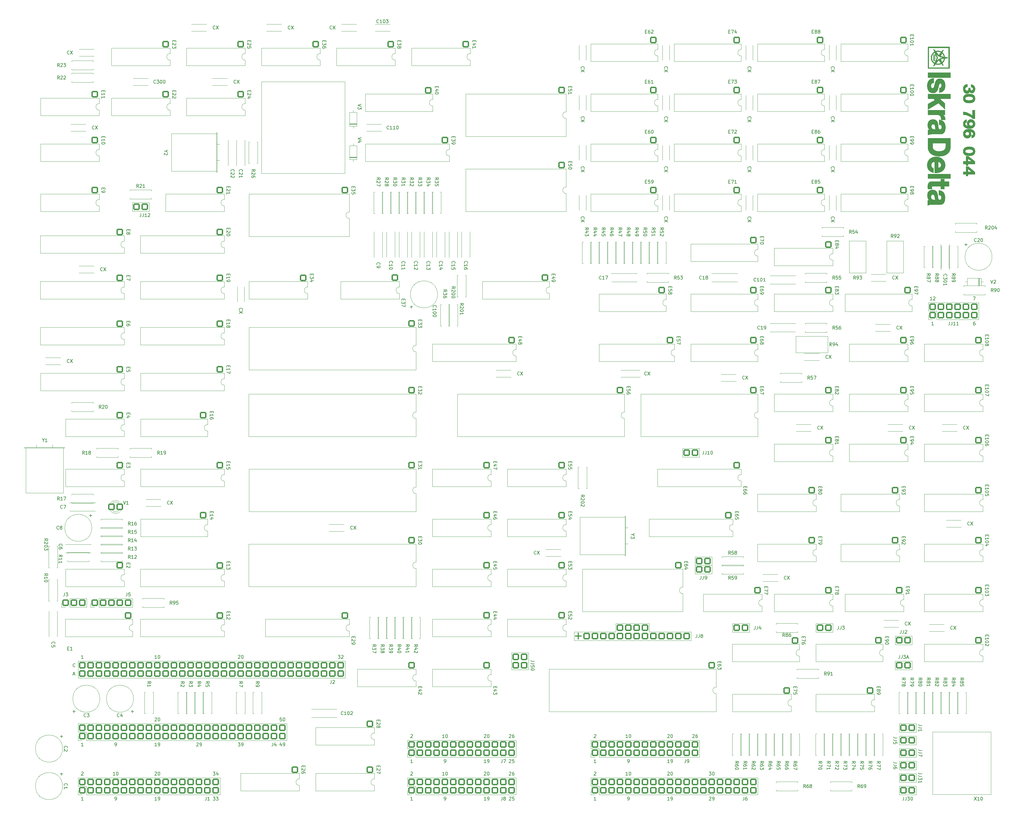
<source format=gbr>
G04 #@! TF.GenerationSoftware,KiCad,Pcbnew,7.0.7*
G04 #@! TF.CreationDate,2023-10-24T14:33:40+02:00*
G04 #@! TF.ProjectId,idp,6964702e-6b69-4636-9164-5f7063625858,1*
G04 #@! TF.SameCoordinates,Original*
G04 #@! TF.FileFunction,Legend,Top*
G04 #@! TF.FilePolarity,Positive*
%FSLAX46Y46*%
G04 Gerber Fmt 4.6, Leading zero omitted, Abs format (unit mm)*
G04 Created by KiCad (PCBNEW 7.0.7) date 2023-10-24 14:33:40*
%MOMM*%
%LPD*%
G01*
G04 APERTURE LIST*
G04 Aperture macros list*
%AMRoundRect*
0 Rectangle with rounded corners*
0 $1 Rounding radius*
0 $2 $3 $4 $5 $6 $7 $8 $9 X,Y pos of 4 corners*
0 Add a 4 corners polygon primitive as box body*
4,1,4,$2,$3,$4,$5,$6,$7,$8,$9,$2,$3,0*
0 Add four circle primitives for the rounded corners*
1,1,$1+$1,$2,$3*
1,1,$1+$1,$4,$5*
1,1,$1+$1,$6,$7*
1,1,$1+$1,$8,$9*
0 Add four rect primitives between the rounded corners*
20,1,$1+$1,$2,$3,$4,$5,0*
20,1,$1+$1,$4,$5,$6,$7,0*
20,1,$1+$1,$6,$7,$8,$9,0*
20,1,$1+$1,$8,$9,$2,$3,0*%
G04 Aperture macros list end*
%ADD10C,0.000000*%
%ADD11C,0.120000*%
%ADD12C,0.150000*%
%ADD13C,2.000000*%
%ADD14RoundRect,0.200000X-0.800000X0.800000X-0.800000X-0.800000X0.800000X-0.800000X0.800000X0.800000X0*%
%ADD15RoundRect,0.200000X0.800000X-0.800000X0.800000X0.800000X-0.800000X0.800000X-0.800000X-0.800000X0*%
%ADD16C,3.200000*%
%ADD17RoundRect,0.200000X-0.800000X-0.800000X0.800000X-0.800000X0.800000X0.800000X-0.800000X0.800000X0*%
%ADD18RoundRect,0.800000X0.200000X-0.200000X0.200000X0.200000X-0.200000X0.200000X-0.200000X-0.200000X0*%
G04 APERTURE END LIST*
D10*
G36*
X338184874Y-74046379D02*
G01*
X338126820Y-74048394D01*
X338071014Y-74052215D01*
X338017457Y-74057843D01*
X337966147Y-74065277D01*
X337917086Y-74074517D01*
X337870273Y-74085564D01*
X337825708Y-74098418D01*
X337783391Y-74113077D01*
X337743322Y-74129544D01*
X337705502Y-74147816D01*
X337669929Y-74167895D01*
X337636605Y-74189780D01*
X337620786Y-74201400D01*
X337605529Y-74213472D01*
X337590835Y-74225995D01*
X337576702Y-74238970D01*
X337563131Y-74252397D01*
X337550122Y-74266275D01*
X337537676Y-74280604D01*
X337525791Y-74295385D01*
X337503309Y-74325782D01*
X337482278Y-74356942D01*
X337462697Y-74388867D01*
X337444566Y-74421555D01*
X337427886Y-74455008D01*
X337412656Y-74489226D01*
X337398877Y-74524207D01*
X337386548Y-74559953D01*
X337375670Y-74596463D01*
X337366242Y-74633738D01*
X337358265Y-74671776D01*
X337351738Y-74710579D01*
X337346661Y-74750146D01*
X337343035Y-74790478D01*
X337340859Y-74831574D01*
X337340134Y-74873434D01*
X337340605Y-74907616D01*
X337342020Y-74941243D01*
X337344377Y-74974314D01*
X337347676Y-75006829D01*
X337351919Y-75038788D01*
X337357104Y-75070191D01*
X337363232Y-75101039D01*
X337370303Y-75131331D01*
X337378317Y-75161067D01*
X337387273Y-75190247D01*
X337397172Y-75218871D01*
X337408014Y-75246940D01*
X337419799Y-75274453D01*
X337432526Y-75301410D01*
X337446196Y-75327812D01*
X337460809Y-75353657D01*
X337476401Y-75378426D01*
X337493009Y-75401596D01*
X337510632Y-75423169D01*
X337529270Y-75443143D01*
X337548924Y-75461520D01*
X337569593Y-75478299D01*
X337591277Y-75493480D01*
X337613977Y-75507062D01*
X337637691Y-75519047D01*
X337662421Y-75529434D01*
X337688167Y-75538223D01*
X337714927Y-75545414D01*
X337742703Y-75551007D01*
X337771495Y-75555002D01*
X337801301Y-75557399D01*
X337832123Y-75558198D01*
X337844815Y-75557885D01*
X337857361Y-75556947D01*
X337869763Y-75555384D01*
X337882019Y-75553196D01*
X337894131Y-75550382D01*
X337906097Y-75546943D01*
X337917918Y-75542878D01*
X337929594Y-75538188D01*
X337941126Y-75532873D01*
X337952512Y-75526933D01*
X337963753Y-75520368D01*
X337974849Y-75513177D01*
X337985800Y-75505361D01*
X337996606Y-75496919D01*
X338007267Y-75487853D01*
X338017783Y-75478161D01*
X338029314Y-75467669D01*
X338040700Y-75456205D01*
X338051941Y-75443769D01*
X338063037Y-75430359D01*
X338073988Y-75415977D01*
X338084793Y-75400623D01*
X338095454Y-75384296D01*
X338105970Y-75366996D01*
X338116340Y-75348724D01*
X338126566Y-75329479D01*
X338136646Y-75309261D01*
X338146582Y-75288071D01*
X338156372Y-75265908D01*
X338166018Y-75242772D01*
X338175518Y-75218663D01*
X338184874Y-75193582D01*
X338207501Y-75137167D01*
X338228967Y-75079085D01*
X338249274Y-75019335D01*
X338268420Y-74957917D01*
X338286406Y-74894831D01*
X338303231Y-74830079D01*
X338318896Y-74763659D01*
X338333401Y-74695571D01*
X338366471Y-74557172D01*
X338400702Y-74417662D01*
X338436092Y-74277040D01*
X338472643Y-74135308D01*
X338491644Y-74066526D01*
X338511515Y-73998021D01*
X338532256Y-73929795D01*
X338553868Y-73861847D01*
X338576350Y-73794177D01*
X338599702Y-73726784D01*
X338623924Y-73659669D01*
X338649016Y-73592833D01*
X338677589Y-73526968D01*
X338707614Y-73462771D01*
X338739089Y-73400242D01*
X338772014Y-73339380D01*
X338806390Y-73280186D01*
X338842216Y-73222659D01*
X338879493Y-73166799D01*
X338918220Y-73112607D01*
X338939396Y-73087352D01*
X338961153Y-73062722D01*
X338983489Y-73038718D01*
X339006407Y-73015339D01*
X339029904Y-72992586D01*
X339053981Y-72970457D01*
X339078639Y-72948954D01*
X339103877Y-72928076D01*
X339129695Y-72907824D01*
X339156093Y-72888196D01*
X339183072Y-72869194D01*
X339210630Y-72850818D01*
X339238769Y-72833066D01*
X339267488Y-72815940D01*
X339296787Y-72799440D01*
X339326666Y-72783564D01*
X339357307Y-72768488D01*
X339388891Y-72754384D01*
X339421417Y-72741253D01*
X339454886Y-72729094D01*
X339489298Y-72717908D01*
X339524653Y-72707695D01*
X339560950Y-72698455D01*
X339598190Y-72690187D01*
X339636373Y-72682892D01*
X339675499Y-72676569D01*
X339715568Y-72671219D01*
X339756579Y-72666842D01*
X339798533Y-72663438D01*
X339841430Y-72661006D01*
X339885270Y-72659547D01*
X339930053Y-72659061D01*
X339995468Y-72659825D01*
X340059433Y-72662118D01*
X340121947Y-72665939D01*
X340183011Y-72671289D01*
X340242625Y-72678167D01*
X340300788Y-72686573D01*
X340357500Y-72696509D01*
X340412762Y-72707972D01*
X340466574Y-72720965D01*
X340518935Y-72735485D01*
X340569845Y-72751534D01*
X340619306Y-72769112D01*
X340667315Y-72788218D01*
X340713875Y-72808853D01*
X340758984Y-72831016D01*
X340802642Y-72854708D01*
X340844995Y-72879616D01*
X340886188Y-72905426D01*
X340926220Y-72932140D01*
X340965092Y-72959757D01*
X341002804Y-72988277D01*
X341039355Y-73017701D01*
X341074746Y-73048027D01*
X341108976Y-73079257D01*
X341142046Y-73111390D01*
X341173956Y-73144427D01*
X341204705Y-73178366D01*
X341234294Y-73213209D01*
X341262723Y-73248955D01*
X341289991Y-73285604D01*
X341316099Y-73323157D01*
X341341047Y-73361612D01*
X341364943Y-73400797D01*
X341387897Y-73440538D01*
X341409907Y-73480835D01*
X341430975Y-73521688D01*
X341451100Y-73563096D01*
X341470282Y-73605060D01*
X341488521Y-73647580D01*
X341505818Y-73690656D01*
X341522172Y-73734288D01*
X341537583Y-73778475D01*
X341552051Y-73823218D01*
X341565577Y-73868517D01*
X341578160Y-73914372D01*
X341589800Y-73960782D01*
X341600497Y-74007748D01*
X341610251Y-74055270D01*
X341627655Y-74150732D01*
X341642739Y-74245915D01*
X341655503Y-74340821D01*
X341665946Y-74435448D01*
X341674068Y-74529798D01*
X341679870Y-74623870D01*
X341683351Y-74717664D01*
X341684512Y-74811180D01*
X341683206Y-74906641D01*
X341679290Y-75001824D01*
X341672763Y-75096730D01*
X341663625Y-75191357D01*
X341651877Y-75285707D01*
X341637517Y-75379779D01*
X341620547Y-75473572D01*
X341600966Y-75567088D01*
X341590016Y-75613499D01*
X341578049Y-75659354D01*
X341565068Y-75704653D01*
X341551071Y-75749396D01*
X341536059Y-75793583D01*
X341520031Y-75837215D01*
X341502988Y-75880291D01*
X341484930Y-75922811D01*
X341465856Y-75964775D01*
X341445768Y-76006183D01*
X341424663Y-76047035D01*
X341402544Y-76087332D01*
X341379409Y-76127073D01*
X341355259Y-76166258D01*
X341330094Y-76204887D01*
X341303913Y-76242960D01*
X341276609Y-76280374D01*
X341248071Y-76317023D01*
X341218301Y-76352908D01*
X341187298Y-76388028D01*
X341155061Y-76422385D01*
X341121592Y-76455977D01*
X341086890Y-76488805D01*
X341050956Y-76520869D01*
X341013788Y-76552168D01*
X340975387Y-76582703D01*
X340935754Y-76612474D01*
X340894888Y-76641481D01*
X340852788Y-76669723D01*
X340809456Y-76697202D01*
X340764892Y-76723916D01*
X340719094Y-76749866D01*
X340673042Y-76774808D01*
X340625395Y-76798499D01*
X340576152Y-76820940D01*
X340525314Y-76842131D01*
X340472880Y-76862070D01*
X340418851Y-76880760D01*
X340363226Y-76898198D01*
X340306006Y-76914387D01*
X340247190Y-76929324D01*
X340186779Y-76943011D01*
X340124772Y-76955447D01*
X340061170Y-76966633D01*
X339995973Y-76976569D01*
X339929180Y-76985253D01*
X339860791Y-76992687D01*
X339790807Y-76998871D01*
X339790807Y-75504836D01*
X339840775Y-75500841D01*
X339888567Y-75495526D01*
X339934183Y-75488891D01*
X339977624Y-75480936D01*
X340018889Y-75471661D01*
X340057979Y-75461066D01*
X340094893Y-75449150D01*
X340129631Y-75435915D01*
X340162193Y-75421360D01*
X340177659Y-75413587D01*
X340192580Y-75405484D01*
X340206958Y-75397052D01*
X340220791Y-75388289D01*
X340234081Y-75379196D01*
X340246827Y-75369773D01*
X340259029Y-75360021D01*
X340270687Y-75349938D01*
X340281801Y-75339525D01*
X340292371Y-75328782D01*
X340302397Y-75317709D01*
X340311879Y-75306306D01*
X340320818Y-75294573D01*
X340329212Y-75282510D01*
X340346074Y-75257603D01*
X340361847Y-75231793D01*
X340376533Y-75205079D01*
X340390131Y-75177462D01*
X340402641Y-75148942D01*
X340414064Y-75119518D01*
X340424398Y-75089191D01*
X340433645Y-75057961D01*
X340441804Y-75025828D01*
X340448875Y-74992792D01*
X340454858Y-74958852D01*
X340459754Y-74924010D01*
X340463561Y-74888264D01*
X340466281Y-74851615D01*
X340467913Y-74814062D01*
X340468456Y-74775607D01*
X340468311Y-74755320D01*
X340467876Y-74734477D01*
X340467150Y-74713078D01*
X340466135Y-74691123D01*
X340464829Y-74668612D01*
X340463233Y-74645546D01*
X340459172Y-74597746D01*
X340459027Y-74585553D01*
X340458592Y-74573429D01*
X340457867Y-74561375D01*
X340456851Y-74549390D01*
X340455546Y-74537475D01*
X340453950Y-74525629D01*
X340452065Y-74513853D01*
X340449889Y-74502146D01*
X340447423Y-74490508D01*
X340444667Y-74478940D01*
X340441621Y-74467442D01*
X340438285Y-74456013D01*
X340434659Y-74444653D01*
X340430743Y-74433363D01*
X340426536Y-74422143D01*
X340422039Y-74410991D01*
X340418413Y-74401056D01*
X340414497Y-74391260D01*
X340410291Y-74381603D01*
X340405794Y-74372085D01*
X340401008Y-74362705D01*
X340395931Y-74353465D01*
X340390565Y-74344364D01*
X340384908Y-74335401D01*
X340378961Y-74326578D01*
X340372724Y-74317893D01*
X340366197Y-74309347D01*
X340359380Y-74300941D01*
X340352273Y-74292673D01*
X340344876Y-74284544D01*
X340337188Y-74276554D01*
X340329211Y-74268703D01*
X340320907Y-74262242D01*
X340312241Y-74256197D01*
X340303212Y-74250570D01*
X340293820Y-74245359D01*
X340284066Y-74240565D01*
X340273949Y-74236188D01*
X340263470Y-74232228D01*
X340252627Y-74228685D01*
X340241423Y-74225558D01*
X340229855Y-74222849D01*
X340217925Y-74220556D01*
X340205633Y-74218680D01*
X340192978Y-74217221D01*
X340179960Y-74216179D01*
X340166580Y-74215554D01*
X340152837Y-74215345D01*
X340140145Y-74215658D01*
X340127599Y-74216596D01*
X340115197Y-74218159D01*
X340102941Y-74220348D01*
X340090830Y-74223161D01*
X340078863Y-74226601D01*
X340067042Y-74230665D01*
X340055366Y-74235355D01*
X340043835Y-74240670D01*
X340032449Y-74246610D01*
X340021208Y-74253176D01*
X340010112Y-74260366D01*
X339999161Y-74268183D01*
X339988355Y-74276624D01*
X339977694Y-74285691D01*
X339967178Y-74295383D01*
X339956771Y-74305839D01*
X339946437Y-74317199D01*
X339936175Y-74329461D01*
X339925986Y-74342627D01*
X339915869Y-74356696D01*
X339905824Y-74371669D01*
X339895853Y-74387544D01*
X339885953Y-74404323D01*
X339876126Y-74422005D01*
X339866372Y-74440590D01*
X339856690Y-74460078D01*
X339847081Y-74480469D01*
X339828080Y-74523962D01*
X339809369Y-74571068D01*
X339791094Y-74622898D01*
X339773399Y-74676117D01*
X339756283Y-74730726D01*
X339739748Y-74786725D01*
X339723793Y-74844113D01*
X339708418Y-74902891D01*
X339693623Y-74963058D01*
X339679408Y-75024615D01*
X339650980Y-75154119D01*
X339621392Y-75284736D01*
X339590642Y-75416465D01*
X339558732Y-75549305D01*
X339539731Y-75616142D01*
X339519860Y-75683256D01*
X339499119Y-75750649D01*
X339477507Y-75818319D01*
X339455025Y-75886267D01*
X339431673Y-75954494D01*
X339382358Y-76091780D01*
X339369304Y-76127109D01*
X339355670Y-76161952D01*
X339341456Y-76196308D01*
X339326661Y-76230178D01*
X339311287Y-76263562D01*
X339295332Y-76296459D01*
X339278797Y-76328870D01*
X339261682Y-76360795D01*
X339243986Y-76392233D01*
X339225711Y-76423185D01*
X339206855Y-76453651D01*
X339187419Y-76483630D01*
X339167403Y-76513123D01*
X339146807Y-76542130D01*
X339125630Y-76570650D01*
X339103874Y-76598684D01*
X339082588Y-76627239D01*
X339060505Y-76655099D01*
X339037624Y-76682265D01*
X339013945Y-76708735D01*
X338989469Y-76734511D01*
X338964194Y-76759593D01*
X338938123Y-76783979D01*
X338911253Y-76807671D01*
X338883586Y-76830668D01*
X338855121Y-76852970D01*
X338825858Y-76874577D01*
X338795798Y-76895490D01*
X338764940Y-76915708D01*
X338733284Y-76935231D01*
X338700830Y-76954059D01*
X338667579Y-76972193D01*
X338634545Y-76989423D01*
X338600424Y-77005541D01*
X338565214Y-77020548D01*
X338528917Y-77034443D01*
X338491532Y-77047227D01*
X338453059Y-77058899D01*
X338413498Y-77069460D01*
X338372849Y-77078909D01*
X338331113Y-77087246D01*
X338288288Y-77094472D01*
X338244376Y-77100586D01*
X338199376Y-77105588D01*
X338153288Y-77109479D01*
X338106112Y-77112258D01*
X338057849Y-77113925D01*
X338008497Y-77114481D01*
X337940761Y-77113682D01*
X337874475Y-77111285D01*
X337809640Y-77107290D01*
X337746255Y-77101697D01*
X337684321Y-77094507D01*
X337623837Y-77085718D01*
X337564804Y-77075331D01*
X337507221Y-77063346D01*
X337451088Y-77049764D01*
X337396406Y-77034583D01*
X337343175Y-77017804D01*
X337291394Y-76999428D01*
X337241064Y-76979453D01*
X337192184Y-76957881D01*
X337144754Y-76934710D01*
X337098775Y-76909942D01*
X337054102Y-76883923D01*
X337010588Y-76857000D01*
X336968236Y-76829175D01*
X336927043Y-76800446D01*
X336887011Y-76770814D01*
X336848139Y-76740279D01*
X336810427Y-76708841D01*
X336773876Y-76676499D01*
X336738485Y-76643255D01*
X336704254Y-76609107D01*
X336671184Y-76574056D01*
X336639274Y-76538101D01*
X336608524Y-76501244D01*
X336578935Y-76463483D01*
X336550506Y-76424819D01*
X336523238Y-76385251D01*
X336497021Y-76344920D01*
X336471748Y-76303964D01*
X336447417Y-76262382D01*
X336424029Y-76220175D01*
X336401583Y-76177342D01*
X336380080Y-76133884D01*
X336359520Y-76089801D01*
X336339903Y-76045093D01*
X336321228Y-75999759D01*
X336303497Y-75953800D01*
X336286707Y-75907216D01*
X336270861Y-75860006D01*
X336255957Y-75812171D01*
X336241996Y-75763711D01*
X336228978Y-75714626D01*
X336216903Y-75664915D01*
X336195146Y-75564868D01*
X336176291Y-75464821D01*
X336160336Y-75364774D01*
X336147283Y-75264727D01*
X336137130Y-75164681D01*
X336129879Y-75064634D01*
X336125528Y-74964587D01*
X336124077Y-74864540D01*
X336124080Y-74864540D01*
X336125676Y-74762410D01*
X336130462Y-74660557D01*
X336138439Y-74558981D01*
X336149608Y-74457684D01*
X336163967Y-74356665D01*
X336181517Y-74255923D01*
X336202259Y-74155459D01*
X336226192Y-74055273D01*
X336238339Y-74005528D01*
X336251574Y-73956338D01*
X336265898Y-73907704D01*
X336281308Y-73859625D01*
X336297807Y-73812103D01*
X336315394Y-73765136D01*
X336334068Y-73718726D01*
X336353830Y-73672871D01*
X336374680Y-73627572D01*
X336396618Y-73582829D01*
X336419644Y-73538641D01*
X336443757Y-73495010D01*
X336468959Y-73451934D01*
X336495248Y-73409414D01*
X336522625Y-73367450D01*
X336551090Y-73326042D01*
X336581840Y-73285364D01*
X336613750Y-73245588D01*
X336646820Y-73206716D01*
X336681051Y-73168747D01*
X336716441Y-73131681D01*
X336752993Y-73095518D01*
X336790704Y-73060258D01*
X336829576Y-73025902D01*
X336869608Y-72992449D01*
X336910801Y-72959899D01*
X336953154Y-72928252D01*
X336996667Y-72897508D01*
X337041341Y-72867668D01*
X337087174Y-72838731D01*
X337134169Y-72810696D01*
X337182323Y-72783566D01*
X337233017Y-72758693D01*
X337285306Y-72735209D01*
X337339191Y-72713115D01*
X337394671Y-72692411D01*
X337451746Y-72673096D01*
X337510417Y-72655171D01*
X337570683Y-72638636D01*
X337632544Y-72623489D01*
X337696001Y-72609733D01*
X337761054Y-72597366D01*
X337827702Y-72586389D01*
X337895945Y-72576801D01*
X337965784Y-72568603D01*
X338037219Y-72561795D01*
X338110248Y-72556376D01*
X338184874Y-72552347D01*
X338184874Y-74046379D01*
G37*
G36*
X348983601Y-88008155D02*
G01*
X349036612Y-88009881D01*
X349089928Y-88012757D01*
X349143550Y-88016783D01*
X349197478Y-88021961D01*
X349251712Y-88028289D01*
X349306251Y-88035769D01*
X349361096Y-88044400D01*
X349370873Y-88046146D01*
X349415864Y-88054180D01*
X349470174Y-88065109D01*
X349524026Y-88077187D01*
X349577419Y-88090415D01*
X349630354Y-88104793D01*
X349682830Y-88120322D01*
X349734849Y-88137003D01*
X349786408Y-88154835D01*
X349838579Y-88175210D01*
X349889987Y-88196900D01*
X349940630Y-88219906D01*
X349990510Y-88244226D01*
X350039625Y-88269862D01*
X350087977Y-88296812D01*
X350135566Y-88325077D01*
X350182390Y-88354657D01*
X350205420Y-88369960D01*
X350228068Y-88385634D01*
X350250334Y-88401677D01*
X350272219Y-88418090D01*
X350293721Y-88434873D01*
X350314841Y-88452026D01*
X350335580Y-88469548D01*
X350355937Y-88487441D01*
X350375911Y-88505703D01*
X350395504Y-88524335D01*
X350414715Y-88543336D01*
X350433544Y-88562707D01*
X350451991Y-88582449D01*
X350470056Y-88602559D01*
X350487739Y-88623040D01*
X350505040Y-88643890D01*
X350521921Y-88665766D01*
X350538344Y-88688012D01*
X350554309Y-88710628D01*
X350569815Y-88733614D01*
X350584863Y-88756969D01*
X350599453Y-88780694D01*
X350613584Y-88804789D01*
X350627257Y-88829254D01*
X350640472Y-88854089D01*
X350653228Y-88879294D01*
X350665526Y-88904868D01*
X350677366Y-88930813D01*
X350688747Y-88957128D01*
X350699670Y-88983813D01*
X350710135Y-89010868D01*
X350720141Y-89038293D01*
X350730205Y-89066148D01*
X350739619Y-89094495D01*
X350748384Y-89123336D01*
X350756500Y-89152670D01*
X350763967Y-89182496D01*
X350770784Y-89212816D01*
X350776953Y-89243629D01*
X350782471Y-89274935D01*
X350791561Y-89339026D01*
X350798054Y-89405089D01*
X350801950Y-89473124D01*
X350803249Y-89543131D01*
X350802103Y-89605743D01*
X350798666Y-89667369D01*
X350792937Y-89728008D01*
X350784916Y-89787662D01*
X350774605Y-89846329D01*
X350768589Y-89875293D01*
X350762001Y-89904010D01*
X350754840Y-89932481D01*
X350747106Y-89960706D01*
X350738799Y-89988684D01*
X350729920Y-90016415D01*
X350721078Y-90043818D01*
X350711663Y-90070810D01*
X350701676Y-90097391D01*
X350691115Y-90123561D01*
X350679982Y-90149321D01*
X350668276Y-90174670D01*
X350655997Y-90199608D01*
X350643145Y-90224135D01*
X350629720Y-90248251D01*
X350615723Y-90271956D01*
X350601152Y-90295250D01*
X350586009Y-90318133D01*
X350570293Y-90340604D01*
X350554004Y-90362665D01*
X350537142Y-90384315D01*
X350519707Y-90405553D01*
X350502310Y-90426362D01*
X350484341Y-90446719D01*
X350465798Y-90466625D01*
X350446683Y-90486079D01*
X350426995Y-90505080D01*
X350406733Y-90523630D01*
X350385899Y-90541728D01*
X350364492Y-90559374D01*
X350342513Y-90576568D01*
X350319960Y-90593310D01*
X350296834Y-90609600D01*
X350273136Y-90625438D01*
X350248864Y-90640824D01*
X350224020Y-90655757D01*
X350198603Y-90670239D01*
X350172612Y-90684268D01*
X350146088Y-90697806D01*
X350119067Y-90710810D01*
X350091549Y-90723280D01*
X350063535Y-90735215D01*
X350006017Y-90757484D01*
X349946513Y-90777617D01*
X349885023Y-90795612D01*
X349821547Y-90811470D01*
X349756085Y-90825192D01*
X349688637Y-90836776D01*
X349688637Y-89953317D01*
X349713939Y-89947770D01*
X349738516Y-89941648D01*
X349762367Y-89934951D01*
X349785493Y-89927679D01*
X349807893Y-89919832D01*
X349829567Y-89911410D01*
X349850515Y-89902413D01*
X349870738Y-89892841D01*
X349890236Y-89882693D01*
X349909007Y-89871971D01*
X349927053Y-89860673D01*
X349944374Y-89848800D01*
X349960969Y-89836352D01*
X349976838Y-89823329D01*
X349991981Y-89809730D01*
X350006399Y-89795556D01*
X350020014Y-89781587D01*
X350032752Y-89767289D01*
X350044611Y-89752662D01*
X350055591Y-89737707D01*
X350065693Y-89722423D01*
X350074917Y-89706811D01*
X350083262Y-89690869D01*
X350090728Y-89674600D01*
X350097317Y-89658002D01*
X350103027Y-89641075D01*
X350107858Y-89623819D01*
X350111811Y-89606235D01*
X350114886Y-89588323D01*
X350117082Y-89570081D01*
X350118399Y-89551511D01*
X350118839Y-89532613D01*
X350118571Y-89513735D01*
X350117769Y-89495227D01*
X350116432Y-89477088D01*
X350114561Y-89459319D01*
X350112155Y-89441920D01*
X350109214Y-89424891D01*
X350105738Y-89408231D01*
X350101728Y-89391941D01*
X350097183Y-89376021D01*
X350092103Y-89360470D01*
X350086489Y-89345290D01*
X350080340Y-89330479D01*
X350073657Y-89316038D01*
X350066438Y-89301967D01*
X350058685Y-89288266D01*
X350050398Y-89274935D01*
X350041690Y-89262550D01*
X350032677Y-89250370D01*
X350023358Y-89238396D01*
X350013733Y-89226627D01*
X350003803Y-89215063D01*
X349993567Y-89203704D01*
X349983026Y-89192550D01*
X349972179Y-89181602D01*
X349961027Y-89170859D01*
X349949569Y-89160321D01*
X349937806Y-89149988D01*
X349925737Y-89139860D01*
X349913362Y-89129938D01*
X349900682Y-89120221D01*
X349887696Y-89110709D01*
X349874405Y-89101402D01*
X349847059Y-89084722D01*
X349818797Y-89068865D01*
X349789618Y-89053828D01*
X349759522Y-89039614D01*
X349728510Y-89026220D01*
X349696581Y-89013648D01*
X349663735Y-89001897D01*
X349629973Y-88990967D01*
X349597051Y-88982090D01*
X349564282Y-88973872D01*
X349531666Y-88966312D01*
X349499202Y-88959411D01*
X349466891Y-88953168D01*
X349434733Y-88947583D01*
X349402727Y-88942656D01*
X349370905Y-88938392D01*
X349386475Y-88957520D01*
X349401503Y-88976893D01*
X349415959Y-88996470D01*
X349429842Y-89016253D01*
X349443152Y-89036240D01*
X349455889Y-89056433D01*
X349468053Y-89076831D01*
X349479645Y-89097435D01*
X349490663Y-89118243D01*
X349501109Y-89139257D01*
X349510982Y-89160477D01*
X349520282Y-89181902D01*
X349529009Y-89203533D01*
X349537163Y-89225369D01*
X349544744Y-89247411D01*
X349551752Y-89269658D01*
X349565501Y-89315016D01*
X349577417Y-89361689D01*
X349587500Y-89409676D01*
X349595750Y-89458977D01*
X349602166Y-89509593D01*
X349606749Y-89561523D01*
X349609499Y-89614767D01*
X349610416Y-89669326D01*
X349610034Y-89703323D01*
X349608888Y-89736949D01*
X349606978Y-89770205D01*
X349604305Y-89803092D01*
X349600868Y-89835609D01*
X349596667Y-89867756D01*
X349591702Y-89899534D01*
X349585973Y-89930942D01*
X349579480Y-89961980D01*
X349572224Y-89992648D01*
X349564203Y-90022947D01*
X349555419Y-90052877D01*
X349545871Y-90082437D01*
X349535559Y-90111627D01*
X349524483Y-90140448D01*
X349512643Y-90168900D01*
X349500746Y-90196897D01*
X349488276Y-90224361D01*
X349475233Y-90251291D01*
X349461618Y-90277686D01*
X349447430Y-90303548D01*
X349432668Y-90328875D01*
X349417334Y-90353669D01*
X349401427Y-90377928D01*
X349384947Y-90401654D01*
X349367894Y-90424846D01*
X349350268Y-90447504D01*
X349332070Y-90469627D01*
X349313298Y-90491217D01*
X349293953Y-90512274D01*
X349274036Y-90532796D01*
X349253545Y-90552785D01*
X349232558Y-90572853D01*
X349211151Y-90592304D01*
X349189324Y-90611140D01*
X349167077Y-90629360D01*
X349144409Y-90646963D01*
X349121322Y-90663951D01*
X349097815Y-90680322D01*
X349073887Y-90696077D01*
X349049539Y-90711217D01*
X349024772Y-90725740D01*
X348999584Y-90739647D01*
X348973976Y-90752939D01*
X348947948Y-90765614D01*
X348921499Y-90777673D01*
X348894631Y-90789117D01*
X348867343Y-90799945D01*
X348840359Y-90810770D01*
X348813185Y-90820896D01*
X348785820Y-90830325D01*
X348758264Y-90839055D01*
X348730517Y-90847087D01*
X348702579Y-90854420D01*
X348674450Y-90861055D01*
X348646130Y-90866992D01*
X348617619Y-90872231D01*
X348588918Y-90876771D01*
X348560025Y-90880612D01*
X348530941Y-90883755D01*
X348501667Y-90886200D01*
X348472201Y-90887946D01*
X348442545Y-90888994D01*
X348412698Y-90889343D01*
X348378000Y-90888953D01*
X348343569Y-90887782D01*
X348309406Y-90885831D01*
X348275510Y-90883099D01*
X348241881Y-90879586D01*
X348208520Y-90875293D01*
X348175426Y-90870219D01*
X348142599Y-90864364D01*
X348110040Y-90857729D01*
X348077748Y-90850313D01*
X348045724Y-90842117D01*
X348013967Y-90833140D01*
X347982477Y-90823383D01*
X347951255Y-90812844D01*
X347920300Y-90801526D01*
X347889612Y-90789426D01*
X347859898Y-90776608D01*
X347830642Y-90763133D01*
X347801845Y-90749000D01*
X347773506Y-90734210D01*
X347745626Y-90718763D01*
X347718203Y-90702658D01*
X347691239Y-90685896D01*
X347664734Y-90668477D01*
X347638686Y-90650401D01*
X347613097Y-90631667D01*
X347587966Y-90612276D01*
X347563294Y-90592227D01*
X347539080Y-90571521D01*
X347515324Y-90550158D01*
X347492027Y-90528137D01*
X347469188Y-90505458D01*
X347446883Y-90482802D01*
X347425190Y-90459529D01*
X347404107Y-90435640D01*
X347383636Y-90411134D01*
X347363776Y-90386012D01*
X347344527Y-90360273D01*
X347325889Y-90333918D01*
X347307862Y-90306947D01*
X347290446Y-90279359D01*
X347273641Y-90251154D01*
X347257448Y-90222333D01*
X347241865Y-90192896D01*
X347226894Y-90162842D01*
X347212533Y-90132172D01*
X347198784Y-90100886D01*
X347185646Y-90068983D01*
X347172622Y-90037227D01*
X347160439Y-90005060D01*
X347149096Y-89972483D01*
X347138593Y-89939494D01*
X347128930Y-89906094D01*
X347120107Y-89872283D01*
X347112125Y-89838062D01*
X347104983Y-89803429D01*
X347098681Y-89768385D01*
X347093220Y-89732930D01*
X347088598Y-89697064D01*
X347084817Y-89660786D01*
X347081876Y-89624098D01*
X347079776Y-89586998D01*
X347078515Y-89549487D01*
X347078095Y-89511565D01*
X347078342Y-89490552D01*
X347811395Y-89490552D01*
X347811567Y-89504254D01*
X347812083Y-89517751D01*
X347812942Y-89531043D01*
X347814145Y-89544129D01*
X347815692Y-89557009D01*
X347817583Y-89569684D01*
X347819817Y-89582153D01*
X347822395Y-89594418D01*
X347825317Y-89606476D01*
X347828582Y-89618329D01*
X347832191Y-89629977D01*
X347836144Y-89641419D01*
X347840441Y-89652655D01*
X347845082Y-89663687D01*
X347850066Y-89674512D01*
X347855394Y-89685133D01*
X347861600Y-89696204D01*
X347867997Y-89707070D01*
X347874585Y-89717731D01*
X347881364Y-89728187D01*
X347888334Y-89738438D01*
X347895495Y-89748483D01*
X347902847Y-89758323D01*
X347910390Y-89767957D01*
X347918124Y-89777387D01*
X347926049Y-89786611D01*
X347934165Y-89795629D01*
X347942472Y-89804442D01*
X347950970Y-89813050D01*
X347959659Y-89821452D01*
X347968539Y-89829649D01*
X347977610Y-89837640D01*
X347987463Y-89845404D01*
X347997470Y-89852920D01*
X348007629Y-89860191D01*
X348017941Y-89867215D01*
X348028405Y-89873992D01*
X348039023Y-89880523D01*
X348049793Y-89886808D01*
X348060716Y-89892846D01*
X348071792Y-89898639D01*
X348083020Y-89904185D01*
X348094402Y-89909485D01*
X348105936Y-89914538D01*
X348117623Y-89919346D01*
X348129463Y-89923908D01*
X348141455Y-89928223D01*
X348153600Y-89932293D01*
X348165860Y-89936752D01*
X348178196Y-89940923D01*
X348190609Y-89944807D01*
X348203098Y-89948403D01*
X348215663Y-89951711D01*
X348228305Y-89954731D01*
X348241023Y-89957464D01*
X348253818Y-89959909D01*
X348266689Y-89962066D01*
X348279636Y-89963935D01*
X348292659Y-89965517D01*
X348305760Y-89966811D01*
X348318936Y-89967818D01*
X348332189Y-89968537D01*
X348345518Y-89968968D01*
X348358924Y-89969112D01*
X348386881Y-89968618D01*
X348414533Y-89967138D01*
X348441879Y-89964670D01*
X348468919Y-89961216D01*
X348495654Y-89956775D01*
X348522083Y-89951348D01*
X348548207Y-89944934D01*
X348574025Y-89937534D01*
X348586743Y-89933467D01*
X348599232Y-89929153D01*
X348611492Y-89924592D01*
X348623523Y-89919785D01*
X348635324Y-89914732D01*
X348646897Y-89909432D01*
X348658240Y-89903885D01*
X348669354Y-89898093D01*
X348680239Y-89892053D01*
X348690895Y-89885768D01*
X348701321Y-89879236D01*
X348711518Y-89872458D01*
X348721487Y-89865433D01*
X348731226Y-89858163D01*
X348740735Y-89850646D01*
X348750016Y-89842882D01*
X348759659Y-89835529D01*
X348769036Y-89827929D01*
X348778144Y-89820082D01*
X348786986Y-89811989D01*
X348795560Y-89803649D01*
X348803867Y-89795062D01*
X348811906Y-89786229D01*
X348819679Y-89777149D01*
X348827183Y-89767823D01*
X348834421Y-89758250D01*
X348841391Y-89748431D01*
X348848094Y-89738365D01*
X348854529Y-89728053D01*
X348860698Y-89717495D01*
X348866598Y-89706690D01*
X348872232Y-89695639D01*
X348878152Y-89684362D01*
X348883690Y-89672880D01*
X348888846Y-89661192D01*
X348893621Y-89649299D01*
X348898013Y-89637200D01*
X348902023Y-89624895D01*
X348905651Y-89612385D01*
X348908898Y-89599669D01*
X348911762Y-89586748D01*
X348914245Y-89573621D01*
X348916345Y-89560289D01*
X348918064Y-89546750D01*
X348919401Y-89533006D01*
X348920355Y-89519057D01*
X348920928Y-89504901D01*
X348921119Y-89490540D01*
X348926009Y-89490540D01*
X348925378Y-89459462D01*
X348923488Y-89429329D01*
X348920337Y-89400140D01*
X348915926Y-89371896D01*
X348910254Y-89344596D01*
X348903322Y-89318241D01*
X348895130Y-89292831D01*
X348885677Y-89268365D01*
X348874964Y-89244844D01*
X348862991Y-89222269D01*
X348849757Y-89200637D01*
X348835263Y-89179951D01*
X348819508Y-89160210D01*
X348802494Y-89141413D01*
X348784218Y-89123562D01*
X348764683Y-89106655D01*
X348744231Y-89091375D01*
X348723206Y-89077081D01*
X348701608Y-89063772D01*
X348679437Y-89051448D01*
X348656693Y-89040111D01*
X348633376Y-89029759D01*
X348609487Y-89020392D01*
X348585024Y-89012012D01*
X348559989Y-89004617D01*
X348534381Y-88998209D01*
X348508200Y-88992786D01*
X348481446Y-88988349D01*
X348454119Y-88984898D01*
X348426219Y-88982432D01*
X348397747Y-88980953D01*
X348368701Y-88980460D01*
X348354685Y-88980604D01*
X348340744Y-88981035D01*
X348326880Y-88981753D01*
X348313093Y-88982759D01*
X348299382Y-88984052D01*
X348285747Y-88985633D01*
X348272189Y-88987502D01*
X348258707Y-88989658D01*
X348245301Y-88992102D01*
X348231972Y-88994833D01*
X348218719Y-88997853D01*
X348205543Y-89001160D01*
X348192442Y-89004755D01*
X348179419Y-89008638D01*
X348166471Y-89012809D01*
X348153600Y-89017268D01*
X348141455Y-89021972D01*
X348129463Y-89026881D01*
X348117623Y-89031996D01*
X348105936Y-89037316D01*
X348094402Y-89042842D01*
X348083020Y-89048573D01*
X348071792Y-89054509D01*
X348060716Y-89060651D01*
X348049793Y-89066999D01*
X348039023Y-89073552D01*
X348028405Y-89080310D01*
X348017941Y-89087274D01*
X348007629Y-89094444D01*
X347997470Y-89101819D01*
X347987463Y-89109399D01*
X347977610Y-89117185D01*
X347968539Y-89125833D01*
X347959659Y-89134687D01*
X347950971Y-89143746D01*
X347942473Y-89153010D01*
X347934166Y-89162480D01*
X347926050Y-89172156D01*
X347918125Y-89182037D01*
X347910391Y-89192123D01*
X347902848Y-89202415D01*
X347895496Y-89212912D01*
X347888335Y-89223615D01*
X347881365Y-89234523D01*
X347874586Y-89245637D01*
X347867998Y-89256956D01*
X347861600Y-89268481D01*
X347855394Y-89280211D01*
X347850066Y-89292126D01*
X347845082Y-89304205D01*
X347840441Y-89316448D01*
X347836144Y-89328855D01*
X347832191Y-89341426D01*
X347828582Y-89354161D01*
X347825317Y-89367060D01*
X347822395Y-89380124D01*
X347819817Y-89393352D01*
X347817583Y-89406744D01*
X347815692Y-89420301D01*
X347814145Y-89434022D01*
X347812942Y-89447907D01*
X347812083Y-89461958D01*
X347811567Y-89476172D01*
X347811395Y-89490552D01*
X347078342Y-89490552D01*
X347078745Y-89456288D01*
X347080692Y-89402202D01*
X347083939Y-89349307D01*
X347088484Y-89297604D01*
X347094327Y-89247092D01*
X347101469Y-89197772D01*
X347109910Y-89149643D01*
X347119649Y-89102705D01*
X347130687Y-89056959D01*
X347143023Y-89012404D01*
X347156658Y-88969041D01*
X347167525Y-88938353D01*
X349370873Y-88938353D01*
X349370873Y-88938366D01*
X349370873Y-88938371D01*
X349370873Y-88938374D01*
X349370874Y-88938378D01*
X349370874Y-88938380D01*
X349370875Y-88938388D01*
X349370905Y-88938392D01*
X349370873Y-88938353D01*
X347167525Y-88938353D01*
X347171591Y-88926869D01*
X347187823Y-88885889D01*
X347205353Y-88846100D01*
X347224182Y-88807502D01*
X347244310Y-88770097D01*
X347265468Y-88734416D01*
X347287391Y-88699679D01*
X347310077Y-88665888D01*
X347333528Y-88633041D01*
X347357742Y-88601140D01*
X347382720Y-88570183D01*
X347408461Y-88540171D01*
X347434967Y-88511104D01*
X347462236Y-88482981D01*
X347490270Y-88455804D01*
X347519067Y-88429572D01*
X347548628Y-88404284D01*
X347578953Y-88379942D01*
X347610042Y-88356544D01*
X347641895Y-88334092D01*
X347674511Y-88312584D01*
X347708350Y-88291942D01*
X347742646Y-88272079D01*
X347777402Y-88252997D01*
X347812615Y-88234694D01*
X347848287Y-88217172D01*
X347884417Y-88200431D01*
X347921006Y-88184469D01*
X347958053Y-88169288D01*
X347995558Y-88154888D01*
X348033521Y-88141268D01*
X348071943Y-88128429D01*
X348110823Y-88116370D01*
X348150162Y-88105092D01*
X348189958Y-88094595D01*
X348230213Y-88084878D01*
X348270927Y-88075942D01*
X348353957Y-88059920D01*
X348368701Y-88057450D01*
X348436835Y-88046034D01*
X348519560Y-88034284D01*
X348602133Y-88024671D01*
X348684553Y-88017194D01*
X348766820Y-88011853D01*
X348848934Y-88008648D01*
X348930895Y-88007580D01*
X348983601Y-88008155D01*
G37*
G36*
X348671798Y-96314664D02*
G01*
X348681575Y-96314664D01*
X350734809Y-97960639D01*
X350734809Y-98754699D01*
X348676687Y-98754699D01*
X348676687Y-99249019D01*
X347943389Y-99249019D01*
X347943389Y-98759963D01*
X347146539Y-98759952D01*
X347146539Y-97876494D01*
X347938501Y-97876494D01*
X347938501Y-97166568D01*
X348671798Y-97166568D01*
X348671798Y-97871240D01*
X349556643Y-97871240D01*
X348671798Y-97166568D01*
X347938501Y-97166568D01*
X347938501Y-96314664D01*
X348671798Y-96314664D01*
G37*
G36*
X343290440Y-103198146D02*
G01*
X336346864Y-103198146D01*
X336346864Y-101730902D01*
X343290440Y-101722521D01*
X343290440Y-103198146D01*
G37*
G36*
X348490916Y-75245111D02*
G01*
X348451138Y-75246918D01*
X348412468Y-75249712D01*
X348374906Y-75253491D01*
X348338451Y-75258257D01*
X348303103Y-75264009D01*
X348268864Y-75270746D01*
X348235732Y-75278470D01*
X348203707Y-75287180D01*
X348172790Y-75296876D01*
X348142981Y-75307558D01*
X348114279Y-75319225D01*
X348086685Y-75331879D01*
X348060198Y-75345519D01*
X348034819Y-75360145D01*
X348010548Y-75375756D01*
X347987384Y-75392354D01*
X347966073Y-75410000D01*
X347946136Y-75428755D01*
X347927575Y-75448620D01*
X347910388Y-75469593D01*
X347894576Y-75491676D01*
X347880139Y-75514868D01*
X347867077Y-75539169D01*
X347855390Y-75564579D01*
X347845078Y-75591098D01*
X347836141Y-75618727D01*
X347828579Y-75647465D01*
X347822392Y-75677312D01*
X347817580Y-75708268D01*
X347814142Y-75740334D01*
X347812080Y-75773509D01*
X347811392Y-75807793D01*
X347811889Y-75835114D01*
X347813378Y-75861859D01*
X347815861Y-75888029D01*
X347819336Y-75913625D01*
X347823805Y-75938645D01*
X347829267Y-75963090D01*
X347835721Y-75986959D01*
X347843169Y-76010254D01*
X347851609Y-76032973D01*
X347861043Y-76055118D01*
X347871470Y-76076687D01*
X347882889Y-76097681D01*
X347895302Y-76118100D01*
X347908707Y-76137944D01*
X347923106Y-76157213D01*
X347938498Y-76175907D01*
X347954691Y-76193737D01*
X347971496Y-76210416D01*
X347988912Y-76225946D01*
X348006939Y-76240325D01*
X348025577Y-76253554D01*
X348044826Y-76265632D01*
X348064686Y-76276560D01*
X348085157Y-76286338D01*
X348106239Y-76294966D01*
X348127933Y-76302443D01*
X348150237Y-76308770D01*
X348173153Y-76313947D01*
X348196680Y-76317973D01*
X348220817Y-76320849D01*
X348245566Y-76322575D01*
X348270926Y-76323150D01*
X348291397Y-76322862D01*
X348311258Y-76321999D01*
X348330507Y-76320562D01*
X348349145Y-76318549D01*
X348367172Y-76315961D01*
X348384588Y-76312797D01*
X348401392Y-76309059D01*
X348417586Y-76304745D01*
X348433169Y-76299856D01*
X348448140Y-76294392D01*
X348462501Y-76288353D01*
X348476250Y-76281738D01*
X348489388Y-76274549D01*
X348501915Y-76266784D01*
X348513831Y-76258444D01*
X348525136Y-76249528D01*
X348535945Y-76240776D01*
X348546371Y-76231614D01*
X348556416Y-76222041D01*
X348566079Y-76212057D01*
X348575360Y-76201663D01*
X348584259Y-76190857D01*
X348592776Y-76179641D01*
X348600911Y-76168014D01*
X348608664Y-76155977D01*
X348616035Y-76143529D01*
X348623024Y-76130670D01*
X348629632Y-76117400D01*
X348635857Y-76103719D01*
X348641701Y-76089628D01*
X348647162Y-76075125D01*
X348652241Y-76060212D01*
X348661408Y-76030634D01*
X348669352Y-75999740D01*
X348676074Y-75967531D01*
X348681574Y-75934007D01*
X348685852Y-75899169D01*
X348688907Y-75863015D01*
X348690740Y-75825546D01*
X348691351Y-75786763D01*
X348693489Y-75709526D01*
X348695016Y-75630316D01*
X348695932Y-75549135D01*
X348696238Y-75465981D01*
X349356206Y-75465981D01*
X349351928Y-75514291D01*
X349348873Y-75554059D01*
X349347804Y-75570740D01*
X349347040Y-75585284D01*
X349346582Y-75597693D01*
X349346429Y-75607965D01*
X349346429Y-75681587D01*
X349346658Y-75710264D01*
X349347346Y-75738448D01*
X349348492Y-75766138D01*
X349350096Y-75793336D01*
X349352159Y-75820040D01*
X349354680Y-75846251D01*
X349357659Y-75871968D01*
X349361097Y-75897192D01*
X349366291Y-75923076D01*
X349372096Y-75948137D01*
X349378512Y-75972376D01*
X349385540Y-75995793D01*
X349393178Y-76018388D01*
X349401428Y-76040161D01*
X349410288Y-76061113D01*
X349419760Y-76081243D01*
X349425337Y-76090980D01*
X349431066Y-76100470D01*
X349436947Y-76109713D01*
X349442982Y-76118711D01*
X349449169Y-76127461D01*
X349455509Y-76135966D01*
X349462002Y-76144224D01*
X349468647Y-76152235D01*
X349475445Y-76160000D01*
X349482396Y-76167518D01*
X349489500Y-76174790D01*
X349496757Y-76181815D01*
X349504166Y-76188594D01*
X349511728Y-76195126D01*
X349519443Y-76201411D01*
X349527311Y-76207450D01*
X349535981Y-76213181D01*
X349544879Y-76218543D01*
X349554007Y-76223535D01*
X349563365Y-76228157D01*
X349572951Y-76232410D01*
X349582766Y-76236293D01*
X349592811Y-76239805D01*
X349603085Y-76242949D01*
X349613588Y-76245722D01*
X349624320Y-76248125D01*
X349635281Y-76250159D01*
X349646471Y-76251823D01*
X349657891Y-76253117D01*
X349669540Y-76254042D01*
X349681418Y-76254597D01*
X349693525Y-76254782D01*
X349714645Y-76254289D01*
X349735231Y-76252810D01*
X349755282Y-76250345D01*
X349774799Y-76246894D01*
X349793781Y-76242457D01*
X349812228Y-76237034D01*
X349830140Y-76230625D01*
X349847518Y-76223231D01*
X349864360Y-76214850D01*
X349880669Y-76205483D01*
X349896442Y-76195130D01*
X349911681Y-76183791D01*
X349926385Y-76171466D01*
X349940554Y-76158155D01*
X349954189Y-76143858D01*
X349967289Y-76128575D01*
X349979721Y-76112573D01*
X349991350Y-76096119D01*
X350002178Y-76079213D01*
X350012203Y-76061855D01*
X350021427Y-76044045D01*
X350029848Y-76025784D01*
X350037467Y-76007070D01*
X350044285Y-75987905D01*
X350050300Y-75968288D01*
X350055513Y-75948218D01*
X350059924Y-75927697D01*
X350063534Y-75906724D01*
X350066341Y-75885299D01*
X350068346Y-75863422D01*
X350069549Y-75841093D01*
X350069950Y-75818311D01*
X350069320Y-75788546D01*
X350067429Y-75759726D01*
X350064278Y-75731850D01*
X350059867Y-75704920D01*
X350054195Y-75678934D01*
X350047264Y-75653894D01*
X350039071Y-75629799D01*
X350029619Y-75606648D01*
X350018905Y-75584443D01*
X350006932Y-75563182D01*
X349993698Y-75542867D01*
X349979204Y-75523496D01*
X349963450Y-75505070D01*
X349946435Y-75487590D01*
X349928160Y-75471054D01*
X349908624Y-75455463D01*
X349887943Y-75440840D01*
X349866231Y-75427202D01*
X349843487Y-75414550D01*
X349819713Y-75402883D01*
X349794907Y-75392203D01*
X349769069Y-75382508D01*
X349742201Y-75373799D01*
X349714301Y-75366075D01*
X349685371Y-75359337D01*
X349655408Y-75353585D01*
X349624415Y-75348819D01*
X349592391Y-75345039D01*
X349559335Y-75342244D01*
X349525248Y-75340435D01*
X349490130Y-75339612D01*
X349453981Y-75339774D01*
X349453981Y-74451052D01*
X349492250Y-74452716D01*
X349530060Y-74455078D01*
X349567413Y-74458139D01*
X349604307Y-74461898D01*
X349640743Y-74466355D01*
X349676720Y-74471512D01*
X349712239Y-74477366D01*
X349747300Y-74483919D01*
X349781902Y-74491171D01*
X349816047Y-74499121D01*
X349849732Y-74507769D01*
X349882960Y-74517116D01*
X349915729Y-74527161D01*
X349948040Y-74537905D01*
X349979893Y-74549347D01*
X350011287Y-74561487D01*
X350042165Y-74574284D01*
X350072471Y-74587697D01*
X350102204Y-74601727D01*
X350131364Y-74616373D01*
X350159951Y-74631635D01*
X350187965Y-74647514D01*
X350215407Y-74664009D01*
X350242275Y-74681120D01*
X350268571Y-74698848D01*
X350294293Y-74717192D01*
X350319443Y-74736152D01*
X350344020Y-74755728D01*
X350368024Y-74775921D01*
X350391456Y-74796730D01*
X350414314Y-74818155D01*
X350436599Y-74840196D01*
X350458274Y-74862792D01*
X350479299Y-74885881D01*
X350499674Y-74909462D01*
X350519401Y-74933537D01*
X350538478Y-74958104D01*
X350556906Y-74983165D01*
X350574685Y-75008718D01*
X350591814Y-75034765D01*
X350608294Y-75061305D01*
X350624125Y-75088337D01*
X350639307Y-75115863D01*
X350653839Y-75143882D01*
X350667722Y-75172394D01*
X350680956Y-75201399D01*
X350693540Y-75230897D01*
X350705476Y-75260888D01*
X350717315Y-75292009D01*
X350728391Y-75323581D01*
X350738703Y-75355606D01*
X350748251Y-75388083D01*
X350757036Y-75421011D01*
X350765056Y-75454392D01*
X350772313Y-75488224D01*
X350778805Y-75522508D01*
X350784534Y-75557245D01*
X350789499Y-75592433D01*
X350793700Y-75628073D01*
X350797138Y-75664165D01*
X350799811Y-75700709D01*
X350801721Y-75737705D01*
X350803249Y-75813052D01*
X350802179Y-75869748D01*
X350798971Y-75926772D01*
X350793624Y-75984125D01*
X350786138Y-76041806D01*
X350776514Y-76099816D01*
X350764751Y-76158155D01*
X350750849Y-76216822D01*
X350734808Y-76275818D01*
X350726596Y-76305213D01*
X350717850Y-76334239D01*
X350708569Y-76362895D01*
X350698754Y-76391181D01*
X350688404Y-76419097D01*
X350677519Y-76446644D01*
X350666099Y-76473820D01*
X350654145Y-76500627D01*
X350641656Y-76527065D01*
X350628632Y-76553133D01*
X350615074Y-76578831D01*
X350600981Y-76604159D01*
X350586353Y-76629118D01*
X350571191Y-76653707D01*
X350555494Y-76677926D01*
X350539262Y-76701776D01*
X350523106Y-76725809D01*
X350506416Y-76749268D01*
X350489191Y-76772151D01*
X350471432Y-76794460D01*
X350453137Y-76816192D01*
X350434308Y-76837350D01*
X350414945Y-76857933D01*
X350395046Y-76877940D01*
X350374613Y-76897372D01*
X350353645Y-76916229D01*
X350332143Y-76934511D01*
X350310106Y-76952217D01*
X350287534Y-76969349D01*
X350264427Y-76985905D01*
X350240786Y-77001886D01*
X350216610Y-77017292D01*
X350192530Y-77031939D01*
X350167953Y-77045641D01*
X350142880Y-77058398D01*
X350117310Y-77070210D01*
X350091244Y-77081077D01*
X350064681Y-77090999D01*
X350037621Y-77099976D01*
X350010065Y-77108008D01*
X349982013Y-77115095D01*
X349953464Y-77121237D01*
X349924418Y-77126434D01*
X349894876Y-77130686D01*
X349864838Y-77133993D01*
X349834303Y-77136356D01*
X349803271Y-77137773D01*
X349771743Y-77138246D01*
X349745562Y-77137876D01*
X349719572Y-77136766D01*
X349693773Y-77134918D01*
X349668164Y-77132329D01*
X349642747Y-77129001D01*
X349617521Y-77124933D01*
X349592486Y-77120126D01*
X349567642Y-77114580D01*
X349542988Y-77108293D01*
X349518526Y-77101268D01*
X349494255Y-77093502D01*
X349470174Y-77084997D01*
X349446285Y-77075753D01*
X349422587Y-77065769D01*
X349399079Y-77055045D01*
X349375763Y-77043582D01*
X349352828Y-77031380D01*
X349330466Y-77018439D01*
X349308678Y-77004758D01*
X349287462Y-76990338D01*
X349266819Y-76975178D01*
X349246749Y-76959279D01*
X349227251Y-76942640D01*
X349208327Y-76925262D01*
X349189975Y-76907144D01*
X349172197Y-76888287D01*
X349154991Y-76868690D01*
X349138358Y-76848353D01*
X349122298Y-76827278D01*
X349106811Y-76805463D01*
X349091897Y-76782908D01*
X349077556Y-76759614D01*
X349077553Y-76759614D01*
X349063116Y-76789440D01*
X349047915Y-76818444D01*
X349031951Y-76846627D01*
X349015222Y-76873988D01*
X348997730Y-76900528D01*
X348979474Y-76926246D01*
X348960455Y-76951142D01*
X348940671Y-76975217D01*
X348920123Y-76998471D01*
X348898812Y-77020902D01*
X348876737Y-77042512D01*
X348853898Y-77063301D01*
X348830295Y-77083268D01*
X348805928Y-77102413D01*
X348780797Y-77120737D01*
X348754903Y-77138240D01*
X348729008Y-77154796D01*
X348702655Y-77170285D01*
X348675844Y-77184705D01*
X348648574Y-77198057D01*
X348620846Y-77210341D01*
X348592660Y-77221556D01*
X348564016Y-77231704D01*
X348534913Y-77240783D01*
X348505352Y-77248795D01*
X348475333Y-77255738D01*
X348444855Y-77261613D01*
X348413919Y-77266419D01*
X348382525Y-77270158D01*
X348350672Y-77272828D01*
X348318361Y-77274431D01*
X348285592Y-77274965D01*
X348249195Y-77274492D01*
X348213332Y-77273075D01*
X348178004Y-77270713D01*
X348143210Y-77267405D01*
X348108951Y-77263153D01*
X348075227Y-77257956D01*
X348042038Y-77251814D01*
X348009383Y-77244727D01*
X347977263Y-77236695D01*
X347945678Y-77227718D01*
X347914627Y-77217796D01*
X347884112Y-77206929D01*
X347854130Y-77195117D01*
X347824684Y-77182360D01*
X347795772Y-77168658D01*
X347767395Y-77154011D01*
X347739553Y-77138564D01*
X347712245Y-77122460D01*
X347685472Y-77105698D01*
X347659234Y-77088279D01*
X347633531Y-77070202D01*
X347608362Y-77051468D01*
X347583727Y-77032077D01*
X347559628Y-77012029D01*
X347536063Y-76991323D01*
X347513033Y-76969960D01*
X347490537Y-76947939D01*
X347468577Y-76925261D01*
X347447151Y-76901926D01*
X347426259Y-76877934D01*
X347405903Y-76853284D01*
X347386081Y-76827976D01*
X347367424Y-76802751D01*
X347349339Y-76777032D01*
X347331828Y-76750821D01*
X347314890Y-76724116D01*
X347298524Y-76696919D01*
X347282731Y-76669228D01*
X347267512Y-76641045D01*
X347252865Y-76612369D01*
X347238791Y-76583200D01*
X347225290Y-76553537D01*
X347212362Y-76523382D01*
X347200006Y-76492734D01*
X347188224Y-76461593D01*
X347177014Y-76429958D01*
X347166378Y-76397831D01*
X347156314Y-76365211D01*
X347137982Y-76299148D01*
X347122094Y-76232428D01*
X347108650Y-76165051D01*
X347097651Y-76097016D01*
X347089096Y-76028324D01*
X347082985Y-75958975D01*
X347079318Y-75888969D01*
X347078096Y-75818306D01*
X347079624Y-75728990D01*
X347081533Y-75685379D01*
X347084207Y-75642467D01*
X347087644Y-75600254D01*
X347091845Y-75558738D01*
X347096810Y-75517922D01*
X347102539Y-75477803D01*
X347109032Y-75438383D01*
X347116289Y-75399662D01*
X347124309Y-75361639D01*
X347133093Y-75324315D01*
X347142642Y-75287689D01*
X347152954Y-75251761D01*
X347164029Y-75216532D01*
X347175869Y-75182002D01*
X347188415Y-75148170D01*
X347201611Y-75115036D01*
X347215456Y-75082601D01*
X347229950Y-75050864D01*
X347245093Y-75019826D01*
X347260886Y-74989486D01*
X347277328Y-74959844D01*
X347294419Y-74930901D01*
X347312159Y-74902656D01*
X347330549Y-74875109D01*
X347349588Y-74848261D01*
X347369276Y-74822111D01*
X347389614Y-74796660D01*
X347410601Y-74771907D01*
X347432237Y-74747852D01*
X347454522Y-74724496D01*
X347478030Y-74702475D01*
X347502110Y-74681112D01*
X347526764Y-74660406D01*
X347551990Y-74640357D01*
X347577789Y-74620966D01*
X347604161Y-74602232D01*
X347631106Y-74584155D01*
X347658624Y-74566736D01*
X347686714Y-74549974D01*
X347715378Y-74533870D01*
X347744614Y-74518422D01*
X347774424Y-74503633D01*
X347804806Y-74489500D01*
X347835761Y-74476025D01*
X347867289Y-74463207D01*
X347899389Y-74451046D01*
X347932636Y-74440239D01*
X347966379Y-74430171D01*
X348000619Y-74420843D01*
X348035355Y-74412255D01*
X348106317Y-74397299D01*
X348179264Y-74385302D01*
X348254198Y-74376264D01*
X348331118Y-74370186D01*
X348410024Y-74367066D01*
X348490916Y-74366907D01*
X348490916Y-75245111D01*
G37*
G36*
X349033789Y-93389169D02*
G01*
X349112694Y-93391880D01*
X349192059Y-93396398D01*
X349271881Y-93402725D01*
X349352162Y-93410860D01*
X349432901Y-93420804D01*
X349514099Y-93432558D01*
X349595755Y-93446121D01*
X349637041Y-93454378D01*
X349677792Y-93463373D01*
X349718009Y-93473109D01*
X349757691Y-93483584D01*
X349796838Y-93494798D01*
X349835451Y-93506753D01*
X349873529Y-93519447D01*
X349911073Y-93532880D01*
X349948081Y-93547054D01*
X349984555Y-93561967D01*
X350020495Y-93577620D01*
X350055899Y-93594012D01*
X350090769Y-93611144D01*
X350125104Y-93629017D01*
X350158905Y-93647628D01*
X350192170Y-93666980D01*
X350225398Y-93687172D01*
X350257861Y-93708309D01*
X350289561Y-93730390D01*
X350320497Y-93753416D01*
X350350669Y-93777388D01*
X350380078Y-93802304D01*
X350408722Y-93828165D01*
X350436603Y-93854971D01*
X350463720Y-93882722D01*
X350490073Y-93911418D01*
X350515662Y-93941060D01*
X350540487Y-93971646D01*
X350564548Y-94003178D01*
X350587846Y-94035655D01*
X350610380Y-94069077D01*
X350632150Y-94103444D01*
X350652869Y-94138919D01*
X350672252Y-94175667D01*
X350690298Y-94213689D01*
X350707008Y-94252985D01*
X350722380Y-94293555D01*
X350736416Y-94335398D01*
X350749115Y-94378515D01*
X350760477Y-94422905D01*
X350770503Y-94468570D01*
X350779192Y-94515508D01*
X350786544Y-94563720D01*
X350792559Y-94613206D01*
X350797238Y-94663966D01*
X350800579Y-94715999D01*
X350802585Y-94769307D01*
X350803253Y-94823888D01*
X350802585Y-94878467D01*
X350800579Y-94931773D01*
X350797238Y-94983805D01*
X350792559Y-95034564D01*
X350786544Y-95084049D01*
X350779192Y-95132260D01*
X350770503Y-95179198D01*
X350760477Y-95224862D01*
X350749115Y-95269253D01*
X350736416Y-95312370D01*
X350722380Y-95354214D01*
X350707008Y-95394784D01*
X350690298Y-95434081D01*
X350672252Y-95472105D01*
X350652869Y-95508855D01*
X350632150Y-95544332D01*
X350610972Y-95579335D01*
X350588992Y-95613353D01*
X350566210Y-95646385D01*
X350542626Y-95678430D01*
X350518240Y-95709489D01*
X350493052Y-95739563D01*
X350467062Y-95768650D01*
X350440269Y-95796751D01*
X350412675Y-95823866D01*
X350384279Y-95849995D01*
X350355081Y-95875138D01*
X350325081Y-95899295D01*
X350294279Y-95922465D01*
X350262674Y-95944650D01*
X350230268Y-95965848D01*
X350197060Y-95986061D01*
X350163794Y-96006028D01*
X350129994Y-96025174D01*
X350095658Y-96043498D01*
X350060789Y-96061001D01*
X350025384Y-96077681D01*
X349989445Y-96093540D01*
X349952971Y-96108578D01*
X349915962Y-96122793D01*
X349878419Y-96136187D01*
X349840341Y-96148759D01*
X349801728Y-96160509D01*
X349762580Y-96171437D01*
X349722898Y-96181543D01*
X349682682Y-96190828D01*
X349641930Y-96199290D01*
X349600644Y-96206931D01*
X349518911Y-96221719D01*
X349437484Y-96234535D01*
X349356363Y-96245380D01*
X349275547Y-96254253D01*
X349195037Y-96261155D01*
X349114833Y-96266085D01*
X349034934Y-96269043D01*
X348955341Y-96270029D01*
X348902559Y-96269618D01*
X348849318Y-96268385D01*
X348795620Y-96266330D01*
X348741463Y-96263453D01*
X348686847Y-96259755D01*
X348631773Y-96255234D01*
X348576241Y-96249892D01*
X348520251Y-96243728D01*
X348465406Y-96237813D01*
X348410867Y-96230583D01*
X348356633Y-96222039D01*
X348302706Y-96212180D01*
X348249083Y-96201006D01*
X348195766Y-96188517D01*
X348142755Y-96174713D01*
X348090050Y-96159594D01*
X348037879Y-96143159D01*
X347986471Y-96125409D01*
X347935828Y-96106344D01*
X347885948Y-96085965D01*
X347836832Y-96064272D01*
X347788480Y-96041266D01*
X347740892Y-96016946D01*
X347694068Y-95991314D01*
X347671630Y-95977942D01*
X347649536Y-95964118D01*
X347627785Y-95949841D01*
X347606378Y-95935113D01*
X347585315Y-95919933D01*
X347564595Y-95904300D01*
X347544220Y-95888216D01*
X347524188Y-95871680D01*
X347504499Y-95854692D01*
X347485155Y-95837251D01*
X347466154Y-95819359D01*
X347447497Y-95801015D01*
X347429184Y-95782219D01*
X347411214Y-95762970D01*
X347393588Y-95743270D01*
X347376306Y-95723118D01*
X347359425Y-95703129D01*
X347343002Y-95682607D01*
X347327038Y-95661551D01*
X347311531Y-95639961D01*
X347296484Y-95617837D01*
X347281894Y-95595179D01*
X347267763Y-95571987D01*
X347254090Y-95548262D01*
X347240875Y-95524002D01*
X347228119Y-95499208D01*
X347215821Y-95473881D01*
X347203981Y-95448019D01*
X347192600Y-95421624D01*
X347181676Y-95394694D01*
X347171212Y-95367231D01*
X347161205Y-95339233D01*
X347151141Y-95311337D01*
X347141727Y-95282867D01*
X347132962Y-95253822D01*
X347124846Y-95224201D01*
X347117379Y-95194006D01*
X347110562Y-95163235D01*
X347104394Y-95131890D01*
X347098875Y-95099969D01*
X347089785Y-95034401D01*
X347083292Y-94966532D01*
X347079397Y-94896361D01*
X347078098Y-94823888D01*
X347078100Y-94823911D01*
X347078100Y-94823888D01*
X347811395Y-94823888D01*
X347811892Y-94849770D01*
X347813381Y-94874830D01*
X347815864Y-94899069D01*
X347819339Y-94922487D01*
X347823808Y-94945083D01*
X347829269Y-94966858D01*
X347835724Y-94987811D01*
X347843172Y-95007942D01*
X347851612Y-95027252D01*
X347861046Y-95045740D01*
X347871472Y-95063406D01*
X347882892Y-95080250D01*
X347895305Y-95096273D01*
X347908710Y-95111474D01*
X347923109Y-95125853D01*
X347938501Y-95139410D01*
X347954599Y-95152946D01*
X347971117Y-95165948D01*
X347988056Y-95178416D01*
X348005414Y-95190350D01*
X348023193Y-95201750D01*
X348041392Y-95212615D01*
X348060011Y-95222947D01*
X348079050Y-95232745D01*
X348098509Y-95242009D01*
X348118388Y-95250739D01*
X348138687Y-95258935D01*
X348159407Y-95266597D01*
X348180547Y-95273725D01*
X348202106Y-95280320D01*
X348224086Y-95286380D01*
X348246486Y-95291907D01*
X348291935Y-95302997D01*
X348337843Y-95312609D01*
X348384209Y-95320743D01*
X348431033Y-95327398D01*
X348478316Y-95332576D01*
X348526056Y-95336274D01*
X348574255Y-95338493D01*
X348622912Y-95339233D01*
X348717019Y-95341529D01*
X348803793Y-95343167D01*
X348883234Y-95344148D01*
X348955341Y-95344475D01*
X349027143Y-95344148D01*
X349105667Y-95343167D01*
X349190913Y-95341529D01*
X349282881Y-95339233D01*
X349330315Y-95338493D01*
X349377292Y-95336274D01*
X349423810Y-95332576D01*
X349469871Y-95327398D01*
X349515473Y-95320743D01*
X349560616Y-95312609D01*
X349605302Y-95302997D01*
X349649530Y-95291907D01*
X349671318Y-95285744D01*
X349692687Y-95279088D01*
X349713635Y-95271940D01*
X349734164Y-95264299D01*
X349754272Y-95256164D01*
X349773960Y-95247538D01*
X349793228Y-95238418D01*
X349812076Y-95228805D01*
X349830504Y-95218699D01*
X349848512Y-95208101D01*
X349866100Y-95197009D01*
X349883267Y-95185425D01*
X349900015Y-95173347D01*
X349916342Y-95160777D01*
X349932250Y-95147714D01*
X349947737Y-95134157D01*
X349962536Y-95120618D01*
X349976381Y-95106299D01*
X349989271Y-95091199D01*
X350001206Y-95075319D01*
X350012187Y-95058658D01*
X350022212Y-95041217D01*
X350031283Y-95022995D01*
X350039399Y-95003993D01*
X350046560Y-94984211D01*
X350052766Y-94963648D01*
X350058018Y-94942305D01*
X350062314Y-94920182D01*
X350065656Y-94897279D01*
X350068043Y-94873595D01*
X350069475Y-94849132D01*
X350069953Y-94823888D01*
X350069951Y-94823865D01*
X350069455Y-94798619D01*
X350067965Y-94774154D01*
X350065483Y-94750469D01*
X350062007Y-94727564D01*
X350057539Y-94705440D01*
X350052077Y-94684097D01*
X350045623Y-94663533D01*
X350038175Y-94643751D01*
X350029734Y-94624749D01*
X350020301Y-94606528D01*
X350009874Y-94589087D01*
X349998455Y-94572427D01*
X349986042Y-94556548D01*
X349972636Y-94541450D01*
X349958238Y-94527132D01*
X349942846Y-94513596D01*
X349927359Y-94500677D01*
X349911451Y-94488210D01*
X349895124Y-94476195D01*
X349878377Y-94464631D01*
X349861209Y-94453519D01*
X349843621Y-94442858D01*
X349825613Y-94432649D01*
X349807186Y-94422892D01*
X349788338Y-94413587D01*
X349769069Y-94404733D01*
X349749381Y-94396331D01*
X349729273Y-94388381D01*
X349708745Y-94380883D01*
X349687796Y-94373836D01*
X349666428Y-94367242D01*
X349644639Y-94361099D01*
X349600412Y-94351163D01*
X349555726Y-94342376D01*
X349510583Y-94334737D01*
X349464981Y-94328247D01*
X349418920Y-94322906D01*
X349372402Y-94318714D01*
X349325425Y-94315669D01*
X349277990Y-94313773D01*
X348745127Y-94313773D01*
X348685852Y-94314432D01*
X348625355Y-94316407D01*
X348563636Y-94319698D01*
X348500695Y-94324303D01*
X348468918Y-94327177D01*
X348437142Y-94330545D01*
X348405366Y-94334407D01*
X348373589Y-94338763D01*
X348341813Y-94343611D01*
X348310037Y-94348952D01*
X348278261Y-94354786D01*
X348246485Y-94361111D01*
X348231303Y-94364522D01*
X348216312Y-94368179D01*
X348201513Y-94372082D01*
X348186904Y-94376232D01*
X348172486Y-94380628D01*
X348158260Y-94385271D01*
X348144224Y-94390160D01*
X348130379Y-94395295D01*
X348116725Y-94400677D01*
X348103263Y-94406306D01*
X348089991Y-94412181D01*
X348076910Y-94418302D01*
X348064020Y-94424671D01*
X348051321Y-94431286D01*
X348038813Y-94438148D01*
X348026496Y-94445256D01*
X348015000Y-94452610D01*
X348003733Y-94460210D01*
X347992695Y-94468056D01*
X347981887Y-94476150D01*
X347971307Y-94484490D01*
X347960957Y-94493076D01*
X347950836Y-94501910D01*
X347940944Y-94510989D01*
X347931282Y-94520316D01*
X347921848Y-94529888D01*
X347912644Y-94539708D01*
X347903669Y-94549773D01*
X347894923Y-94560085D01*
X347886406Y-94570644D01*
X347878118Y-94581448D01*
X347870059Y-94592499D01*
X347862955Y-94604497D01*
X347856310Y-94616822D01*
X347850123Y-94629476D01*
X347844394Y-94642459D01*
X347839123Y-94655769D01*
X347834311Y-94669409D01*
X347829957Y-94683377D01*
X347826061Y-94697674D01*
X347822624Y-94712300D01*
X347819645Y-94727254D01*
X347817124Y-94742537D01*
X347815062Y-94758150D01*
X347813458Y-94774091D01*
X347812312Y-94790361D01*
X347811624Y-94806960D01*
X347811395Y-94823888D01*
X347078100Y-94823888D01*
X347078424Y-94787389D01*
X347079398Y-94751441D01*
X347081021Y-94716068D01*
X347083294Y-94681270D01*
X347086216Y-94647047D01*
X347089787Y-94613400D01*
X347094007Y-94580327D01*
X347098876Y-94547829D01*
X347104395Y-94515907D01*
X347110563Y-94484559D01*
X347117381Y-94453787D01*
X347124847Y-94423590D01*
X347132963Y-94393968D01*
X347141728Y-94364922D01*
X347151143Y-94336451D01*
X347161207Y-94308555D01*
X347171213Y-94281173D01*
X347181678Y-94254243D01*
X347192601Y-94227764D01*
X347203982Y-94201738D01*
X347215822Y-94176164D01*
X347228120Y-94151042D01*
X347240877Y-94126371D01*
X347254091Y-94102153D01*
X347267764Y-94078386D01*
X347281895Y-94055071D01*
X347296485Y-94032208D01*
X347311533Y-94009797D01*
X347327039Y-93987838D01*
X347343004Y-93966330D01*
X347359426Y-93945274D01*
X347376308Y-93924670D01*
X347394182Y-93905154D01*
X347412361Y-93886049D01*
X347430846Y-93867354D01*
X347449637Y-93849071D01*
X347468733Y-93831199D01*
X347488135Y-93813738D01*
X347507843Y-93796688D01*
X347527856Y-93780049D01*
X347548174Y-93763821D01*
X347568798Y-93748005D01*
X347589727Y-93732599D01*
X347610962Y-93717604D01*
X347632503Y-93703021D01*
X347654349Y-93688849D01*
X347676501Y-93675088D01*
X347698958Y-93661738D01*
X347745782Y-93636103D01*
X347793369Y-93611782D01*
X347841721Y-93588776D01*
X347890837Y-93567083D01*
X347940716Y-93546706D01*
X347991360Y-93527642D01*
X348042767Y-93509893D01*
X348094938Y-93493459D01*
X348147644Y-93479488D01*
X348200655Y-93466503D01*
X348253972Y-93454505D01*
X348307594Y-93443493D01*
X348361522Y-93433468D01*
X348415756Y-93424430D01*
X348470295Y-93416378D01*
X348525139Y-93409313D01*
X348579984Y-93404380D01*
X348634523Y-93400105D01*
X348688757Y-93396487D01*
X348742685Y-93393527D01*
X348745127Y-93393423D01*
X348796307Y-93391225D01*
X348849624Y-93389581D01*
X348902635Y-93388594D01*
X348955341Y-93388265D01*
X349033789Y-93389169D01*
G37*
G36*
X342659100Y-62960935D02*
G01*
X342848992Y-62960935D01*
X342858757Y-62961182D01*
X342868394Y-62961916D01*
X342877894Y-62963124D01*
X342887242Y-62964794D01*
X342896428Y-62966915D01*
X342905440Y-62969475D01*
X342914264Y-62972461D01*
X342922890Y-62975862D01*
X342931306Y-62979666D01*
X342939499Y-62983860D01*
X342947457Y-62988433D01*
X342955168Y-62993373D01*
X342962621Y-62998668D01*
X342969803Y-63004305D01*
X342976702Y-63010274D01*
X342983307Y-63016561D01*
X342989605Y-63023156D01*
X342995584Y-63030045D01*
X343001232Y-63037218D01*
X343006537Y-63044662D01*
X343011488Y-63052364D01*
X343016071Y-63060314D01*
X343020276Y-63068500D01*
X343024090Y-63076908D01*
X343027502Y-63085528D01*
X343030498Y-63094347D01*
X343033067Y-63103354D01*
X343035198Y-63112536D01*
X343036877Y-63121881D01*
X343038094Y-63131378D01*
X343038836Y-63141014D01*
X343039090Y-63150778D01*
X343039090Y-69492654D01*
X343038843Y-69502441D01*
X343038109Y-69512099D01*
X343036901Y-69521617D01*
X343035230Y-69530981D01*
X343033109Y-69540182D01*
X343030548Y-69549206D01*
X343027561Y-69558041D01*
X343024159Y-69566677D01*
X343020354Y-69575100D01*
X343016157Y-69583298D01*
X343011581Y-69591261D01*
X343006638Y-69598975D01*
X343001340Y-69606429D01*
X342995698Y-69613611D01*
X342989725Y-69620509D01*
X342983432Y-69627112D01*
X342976831Y-69633406D01*
X342969934Y-69639381D01*
X342962754Y-69645023D01*
X342955301Y-69650322D01*
X342947588Y-69655266D01*
X342939628Y-69659842D01*
X342931431Y-69664038D01*
X342923009Y-69667842D01*
X342914375Y-69671244D01*
X342905541Y-69674230D01*
X342896518Y-69676788D01*
X342887319Y-69678907D01*
X342877955Y-69680575D01*
X342868437Y-69681780D01*
X342858779Y-69682510D01*
X342848992Y-69682753D01*
X336507111Y-69682753D01*
X336497347Y-69682505D01*
X336487711Y-69681772D01*
X336478214Y-69680563D01*
X336468868Y-69678892D01*
X336459685Y-69676771D01*
X336450677Y-69674210D01*
X336441857Y-69671223D01*
X336433236Y-69667820D01*
X336424826Y-69664015D01*
X336416639Y-69659818D01*
X336408688Y-69655243D01*
X336400984Y-69650299D01*
X336393539Y-69645001D01*
X336386365Y-69639359D01*
X336379474Y-69633385D01*
X336372878Y-69627092D01*
X336366590Y-69620491D01*
X336360620Y-69613594D01*
X336354982Y-69606414D01*
X336349687Y-69598961D01*
X336344747Y-69591248D01*
X336340174Y-69583288D01*
X336335980Y-69575091D01*
X336332177Y-69566669D01*
X336328777Y-69558036D01*
X336325792Y-69549201D01*
X336323234Y-69540179D01*
X336321116Y-69530979D01*
X336319448Y-69521615D01*
X336318243Y-69512098D01*
X336317513Y-69502441D01*
X336317271Y-69492654D01*
X336317271Y-69302787D01*
X336697185Y-69302787D01*
X342659100Y-69302787D01*
X342659100Y-63340871D01*
X336697185Y-63340871D01*
X336697185Y-69302787D01*
X336317271Y-69302787D01*
X336317271Y-63150778D01*
X336317518Y-63141015D01*
X336318251Y-63131379D01*
X336319460Y-63121884D01*
X336321130Y-63112539D01*
X336323251Y-63103359D01*
X336325811Y-63094354D01*
X336328797Y-63085536D01*
X336332198Y-63076918D01*
X336336002Y-63068511D01*
X336340196Y-63060327D01*
X336344769Y-63052379D01*
X336349709Y-63044678D01*
X336355004Y-63037236D01*
X336360641Y-63030065D01*
X336366610Y-63023176D01*
X336372897Y-63016583D01*
X336379492Y-63010297D01*
X336386381Y-63004329D01*
X336393554Y-62998692D01*
X336400997Y-62993398D01*
X336408700Y-62988458D01*
X336416650Y-62983884D01*
X336424835Y-62979690D01*
X336433243Y-62975885D01*
X336441863Y-62972483D01*
X336450682Y-62969495D01*
X336459688Y-62966933D01*
X336468870Y-62964810D01*
X336478215Y-62963136D01*
X336487711Y-62961924D01*
X336497348Y-62961187D01*
X336507111Y-62960935D01*
X342659100Y-62960935D01*
G37*
G36*
X341452432Y-104006290D02*
G01*
X342900559Y-104006290D01*
X342900559Y-105514218D01*
X341461716Y-105514218D01*
X341461716Y-106410351D01*
X340273512Y-106410351D01*
X340273512Y-105514218D01*
X338045627Y-105514218D01*
X338011686Y-105514352D01*
X337979486Y-105514757D01*
X337949027Y-105515431D01*
X337920308Y-105516375D01*
X337893330Y-105517588D01*
X337868092Y-105519071D01*
X337844594Y-105520823D01*
X337822837Y-105522846D01*
X337813663Y-105525067D01*
X337804707Y-105527423D01*
X337795969Y-105529913D01*
X337787448Y-105532539D01*
X337779144Y-105535299D01*
X337771058Y-105538194D01*
X337763189Y-105541223D01*
X337755538Y-105544387D01*
X337748105Y-105547686D01*
X337740889Y-105551119D01*
X337733891Y-105554687D01*
X337727110Y-105558389D01*
X337720546Y-105562226D01*
X337714201Y-105566198D01*
X337708073Y-105570303D01*
X337702162Y-105574544D01*
X337697629Y-105580030D01*
X337693314Y-105585719D01*
X337689216Y-105591610D01*
X337685336Y-105597702D01*
X337681674Y-105603996D01*
X337678229Y-105610492D01*
X337675002Y-105617190D01*
X337671992Y-105624090D01*
X337669200Y-105631192D01*
X337666625Y-105638496D01*
X337664268Y-105646002D01*
X337662129Y-105653710D01*
X337660207Y-105661620D01*
X337658503Y-105669732D01*
X337657016Y-105678046D01*
X337655746Y-105686562D01*
X337653570Y-105706624D01*
X337651685Y-105728031D01*
X337650089Y-105750785D01*
X337648784Y-105774885D01*
X337647768Y-105800331D01*
X337647043Y-105827122D01*
X337646608Y-105855260D01*
X337646463Y-105884743D01*
X337646608Y-105908574D01*
X337647043Y-105932675D01*
X337647768Y-105957045D01*
X337648784Y-105981684D01*
X337650089Y-106006592D01*
X337651685Y-106031770D01*
X337655746Y-106082930D01*
X337658648Y-106112552D01*
X337662709Y-106145404D01*
X337667930Y-106181486D01*
X337674312Y-106220800D01*
X337681855Y-106263344D01*
X337690557Y-106309119D01*
X337711445Y-106410363D01*
X336365430Y-106410363D01*
X336354408Y-106342642D01*
X336344545Y-106277344D01*
X336335842Y-106214470D01*
X336328300Y-106154018D01*
X336321918Y-106095990D01*
X336316696Y-106040385D01*
X336312635Y-105987204D01*
X336309734Y-105936447D01*
X336305382Y-105887169D01*
X336301610Y-105838430D01*
X336298419Y-105790230D01*
X336295807Y-105742569D01*
X336293776Y-105695447D01*
X336292326Y-105648863D01*
X336291455Y-105602818D01*
X336291165Y-105557311D01*
X336291165Y-105557310D01*
X336291165Y-105557309D01*
X336291165Y-105557307D01*
X336291165Y-105557306D01*
X336291164Y-105557306D01*
X336291164Y-105557305D01*
X336291164Y-105557304D01*
X336291163Y-105557303D01*
X336291163Y-105557301D01*
X336291163Y-105557300D01*
X336291162Y-105557299D01*
X336292032Y-105486210D01*
X336294643Y-105415122D01*
X336298995Y-105344034D01*
X336305086Y-105272946D01*
X336312919Y-105201858D01*
X336322492Y-105130771D01*
X336333805Y-105059683D01*
X336346858Y-104988595D01*
X336353022Y-104954331D01*
X336359912Y-104920471D01*
X336367527Y-104887014D01*
X336375867Y-104853961D01*
X336384932Y-104821312D01*
X336394723Y-104789067D01*
X336405239Y-104757226D01*
X336416479Y-104725788D01*
X336428446Y-104694754D01*
X336441137Y-104664125D01*
X336454554Y-104633899D01*
X336468696Y-104604077D01*
X336483563Y-104574658D01*
X336499155Y-104545644D01*
X336515472Y-104517034D01*
X336532515Y-104488828D01*
X336550356Y-104462203D01*
X336569066Y-104436185D01*
X336588647Y-104410772D01*
X336609099Y-104385965D01*
X336630420Y-104361765D01*
X336652612Y-104338170D01*
X336675675Y-104315181D01*
X336699607Y-104292798D01*
X336724410Y-104271021D01*
X336750083Y-104249849D01*
X336776626Y-104229284D01*
X336804039Y-104209324D01*
X336832323Y-104189970D01*
X336861477Y-104171222D01*
X336891501Y-104153080D01*
X336922396Y-104135543D01*
X336955466Y-104119892D01*
X336989696Y-104105250D01*
X337025087Y-104091617D01*
X337061639Y-104078995D01*
X337099351Y-104067382D01*
X337138223Y-104056779D01*
X337178255Y-104047186D01*
X337219448Y-104038603D01*
X337261801Y-104031030D01*
X337305315Y-104024466D01*
X337349989Y-104018912D01*
X337395823Y-104014368D01*
X337442818Y-104010834D01*
X337490973Y-104008309D01*
X337540289Y-104006795D01*
X337590764Y-104006290D01*
X340264227Y-104006290D01*
X340264227Y-103265253D01*
X341452432Y-103265253D01*
X341452432Y-104006290D01*
G37*
G36*
X348671798Y-99474736D02*
G01*
X348681575Y-99474736D01*
X350734809Y-101120711D01*
X350734809Y-101914771D01*
X348676687Y-101914771D01*
X348676687Y-102409091D01*
X347943389Y-102409091D01*
X347943389Y-101920035D01*
X347146539Y-101920035D01*
X347146539Y-101036566D01*
X347938501Y-101036566D01*
X347938501Y-100326640D01*
X348671798Y-100326640D01*
X348671798Y-101031312D01*
X349556643Y-101031312D01*
X348671798Y-100326640D01*
X347938501Y-100326640D01*
X347938501Y-99474736D01*
X348671798Y-99474736D01*
G37*
G36*
X341758771Y-90789484D02*
G01*
X343290445Y-90789484D01*
X343290445Y-93514362D01*
X343289429Y-93602724D01*
X343286383Y-93689644D01*
X343281307Y-93775124D01*
X343274200Y-93859162D01*
X343265062Y-93941760D01*
X343253893Y-94022916D01*
X343240694Y-94102632D01*
X343225465Y-94180907D01*
X343208204Y-94257740D01*
X343188914Y-94333133D01*
X343167592Y-94407084D01*
X343144240Y-94479595D01*
X343118857Y-94550664D01*
X343091444Y-94620293D01*
X343062000Y-94688480D01*
X343030525Y-94755227D01*
X342997238Y-94821613D01*
X342962354Y-94886623D01*
X342925875Y-94950258D01*
X342887801Y-95012517D01*
X342848131Y-95073401D01*
X342806866Y-95132909D01*
X342764005Y-95191042D01*
X342719549Y-95247800D01*
X342673498Y-95303181D01*
X342625850Y-95357188D01*
X342576608Y-95409819D01*
X342525770Y-95461074D01*
X342473336Y-95510954D01*
X342419307Y-95559458D01*
X342363682Y-95606587D01*
X342306462Y-95652340D01*
X342248916Y-95696685D01*
X342189991Y-95739588D01*
X342129689Y-95781051D01*
X342068009Y-95821073D01*
X342004951Y-95859653D01*
X341940514Y-95896793D01*
X341874701Y-95932491D01*
X341807509Y-95966749D01*
X341738939Y-95999565D01*
X341668991Y-96030941D01*
X341597665Y-96060875D01*
X341524962Y-96089369D01*
X341450880Y-96116422D01*
X341375421Y-96142033D01*
X341298583Y-96166204D01*
X341220368Y-96188933D01*
X341060964Y-96232165D01*
X340898368Y-96269633D01*
X340732582Y-96301336D01*
X340563605Y-96327274D01*
X340391437Y-96347449D01*
X340216078Y-96361859D01*
X340037527Y-96370505D01*
X339855787Y-96373387D01*
X339671724Y-96370636D01*
X339490853Y-96362383D01*
X339313173Y-96348627D01*
X339138685Y-96329370D01*
X338967387Y-96304610D01*
X338799280Y-96274349D01*
X338634364Y-96238586D01*
X338472640Y-96197320D01*
X338393227Y-96174624D01*
X338315121Y-96150551D01*
X338238320Y-96125103D01*
X338162824Y-96098280D01*
X338088634Y-96070081D01*
X338015749Y-96040506D01*
X337944169Y-96009556D01*
X337873895Y-95977231D01*
X337804927Y-95943530D01*
X337737264Y-95908453D01*
X337670906Y-95872001D01*
X337605854Y-95834174D01*
X337542107Y-95794971D01*
X337479665Y-95754392D01*
X337418528Y-95712438D01*
X337358697Y-95669109D01*
X337300317Y-95624372D01*
X337243532Y-95578193D01*
X337188342Y-95530573D01*
X337134748Y-95481512D01*
X337082749Y-95431010D01*
X337032346Y-95379067D01*
X336983539Y-95325683D01*
X336936327Y-95270857D01*
X336890710Y-95214591D01*
X336846689Y-95156884D01*
X336804264Y-95097735D01*
X336763434Y-95037146D01*
X336724199Y-94975115D01*
X336686560Y-94911643D01*
X336650517Y-94846731D01*
X336616069Y-94780377D01*
X336583470Y-94712550D01*
X336552974Y-94643216D01*
X336524581Y-94572375D01*
X336498292Y-94500028D01*
X336474105Y-94426175D01*
X336452022Y-94350815D01*
X336432042Y-94273948D01*
X336414165Y-94195575D01*
X336398391Y-94115695D01*
X336384721Y-94034309D01*
X336373153Y-93951416D01*
X336363689Y-93867017D01*
X336356328Y-93781112D01*
X336351070Y-93693700D01*
X336347915Y-93604781D01*
X336346864Y-93514356D01*
X336346864Y-93422131D01*
X337878536Y-93422131D01*
X337879080Y-93465787D01*
X337880712Y-93508724D01*
X337883431Y-93550940D01*
X337887238Y-93592435D01*
X337892134Y-93633210D01*
X337898117Y-93673264D01*
X337905187Y-93712598D01*
X337913346Y-93751211D01*
X337922592Y-93789104D01*
X337932927Y-93826276D01*
X337944349Y-93862728D01*
X337956859Y-93898459D01*
X337970457Y-93933469D01*
X337985142Y-93967759D01*
X338000916Y-94001329D01*
X338017777Y-94034177D01*
X338036706Y-94066273D01*
X338056360Y-94097583D01*
X338076739Y-94128107D01*
X338097843Y-94157845D01*
X338119672Y-94186797D01*
X338142227Y-94214963D01*
X338165506Y-94242342D01*
X338189511Y-94268936D01*
X338214242Y-94294744D01*
X338239697Y-94319766D01*
X338265877Y-94344001D01*
X338292783Y-94367451D01*
X338320414Y-94390114D01*
X338348770Y-94411992D01*
X338377851Y-94433083D01*
X338407658Y-94453389D01*
X338439314Y-94473989D01*
X338471622Y-94493870D01*
X338504584Y-94513029D01*
X338538198Y-94531468D01*
X338572464Y-94549187D01*
X338607384Y-94566185D01*
X338642956Y-94582462D01*
X338679181Y-94598019D01*
X338716059Y-94612855D01*
X338753589Y-94626971D01*
X338791772Y-94640366D01*
X338830608Y-94653041D01*
X338870096Y-94664995D01*
X338910237Y-94676228D01*
X338951031Y-94686741D01*
X338992477Y-94696533D01*
X339076894Y-94716183D01*
X339163051Y-94733213D01*
X339250948Y-94747624D01*
X339340586Y-94759414D01*
X339431964Y-94768584D01*
X339525082Y-94775134D01*
X339619941Y-94779064D01*
X339716541Y-94780374D01*
X339835478Y-94779064D01*
X339950934Y-94775134D01*
X340062908Y-94768584D01*
X340171402Y-94759414D01*
X340276414Y-94747624D01*
X340377946Y-94733213D01*
X340475996Y-94716183D01*
X340570565Y-94696533D01*
X340617669Y-94686643D01*
X340663829Y-94675835D01*
X340709047Y-94664110D01*
X340753322Y-94651468D01*
X340796654Y-94637909D01*
X340839044Y-94623433D01*
X340880490Y-94608040D01*
X340920994Y-94591730D01*
X340960555Y-94574502D01*
X340999173Y-94556358D01*
X341036848Y-94537297D01*
X341073581Y-94517318D01*
X341109370Y-94496423D01*
X341144217Y-94474611D01*
X341178121Y-94451882D01*
X341211082Y-94428235D01*
X341244225Y-94404720D01*
X341276352Y-94380288D01*
X341307465Y-94354939D01*
X341337562Y-94328673D01*
X341366643Y-94301490D01*
X341394709Y-94273389D01*
X341421760Y-94244372D01*
X341447796Y-94214438D01*
X341472816Y-94183587D01*
X341496821Y-94151818D01*
X341519810Y-94119133D01*
X341541785Y-94085531D01*
X341562744Y-94051012D01*
X341582687Y-94015575D01*
X341601615Y-93979222D01*
X341619528Y-93941952D01*
X341636390Y-93903633D01*
X341652164Y-93864135D01*
X341666850Y-93823459D01*
X341680448Y-93781603D01*
X341692958Y-93738568D01*
X341704380Y-93694355D01*
X341714715Y-93648962D01*
X341723961Y-93602390D01*
X341732120Y-93554640D01*
X341739191Y-93505710D01*
X341745174Y-93455601D01*
X341750069Y-93404314D01*
X341753876Y-93351847D01*
X341756596Y-93298201D01*
X341758227Y-93243377D01*
X341758771Y-93187373D01*
X341758771Y-92382485D01*
X337878536Y-92382485D01*
X337878536Y-93422131D01*
X336346864Y-93422131D01*
X336346867Y-90789484D01*
X341758771Y-90789484D01*
G37*
G36*
X338039074Y-66832185D02*
G01*
X338043157Y-66832409D01*
X338047256Y-66832844D01*
X338051365Y-66833493D01*
X338055479Y-66834360D01*
X338059589Y-66835449D01*
X338234887Y-66883998D01*
X338612794Y-66988659D01*
X338613042Y-66988885D01*
X338613303Y-66989102D01*
X338613865Y-66989510D01*
X338614472Y-66989886D01*
X338615116Y-66990235D01*
X338615790Y-66990560D01*
X338616487Y-66990866D01*
X338617919Y-66991437D01*
X338619350Y-66991982D01*
X338620721Y-66992533D01*
X338621365Y-66992822D01*
X338621972Y-66993125D01*
X338622534Y-66993446D01*
X338623043Y-66993790D01*
X338623523Y-66993808D01*
X338624004Y-66993858D01*
X338624484Y-66993938D01*
X338624965Y-66994045D01*
X338625445Y-66994177D01*
X338625926Y-66994331D01*
X338626406Y-66994504D01*
X338626887Y-66994693D01*
X338627848Y-66995108D01*
X338628809Y-66995554D01*
X338629769Y-66996009D01*
X338630730Y-66996452D01*
X338631239Y-66996928D01*
X338631801Y-66997403D01*
X338632408Y-66997877D01*
X338633053Y-66998351D01*
X338634424Y-66999298D01*
X338635855Y-67000247D01*
X338637287Y-67001201D01*
X338638658Y-67002164D01*
X338639302Y-67002650D01*
X338639909Y-67003139D01*
X338640471Y-67003632D01*
X338640980Y-67004129D01*
X338641468Y-67004572D01*
X338641968Y-67004980D01*
X338642479Y-67005356D01*
X338642996Y-67005705D01*
X338643517Y-67006030D01*
X338644040Y-67006336D01*
X338645076Y-67006907D01*
X338646081Y-67007452D01*
X338646563Y-67007725D01*
X338647030Y-67008003D01*
X338647476Y-67008292D01*
X338647899Y-67008595D01*
X338648297Y-67008916D01*
X338648666Y-67009260D01*
X338649627Y-67010231D01*
X338650587Y-67011230D01*
X338651548Y-67012286D01*
X338652029Y-67012846D01*
X338652509Y-67013432D01*
X338652990Y-67014048D01*
X338653470Y-67014697D01*
X338653951Y-67015384D01*
X338654431Y-67016113D01*
X338654912Y-67016886D01*
X338655392Y-67017709D01*
X338655873Y-67018585D01*
X338656353Y-67019517D01*
X338656812Y-67020002D01*
X338657232Y-67020500D01*
X338657616Y-67021008D01*
X338657970Y-67021523D01*
X338658298Y-67022043D01*
X338658604Y-67022564D01*
X338659170Y-67023597D01*
X338659704Y-67024601D01*
X338659970Y-67025084D01*
X338660242Y-67025550D01*
X338660524Y-67025998D01*
X338660821Y-67026423D01*
X338661137Y-67026823D01*
X338661477Y-67027194D01*
X338662356Y-67029008D01*
X338663094Y-67030639D01*
X338663728Y-67032149D01*
X338664294Y-67033599D01*
X338666602Y-67040003D01*
X338666871Y-67040986D01*
X338667167Y-67042009D01*
X338667484Y-67043049D01*
X338667816Y-67044083D01*
X338668156Y-67045086D01*
X338668498Y-67046036D01*
X338668836Y-67046908D01*
X338669164Y-67047680D01*
X338669184Y-67047717D01*
X338669206Y-67047756D01*
X338669256Y-67047837D01*
X338669283Y-67047881D01*
X338669311Y-67047929D01*
X338669339Y-67047979D01*
X338669368Y-67048034D01*
X338670025Y-67051478D01*
X338670305Y-67052988D01*
X338670555Y-67054438D01*
X338670774Y-67055887D01*
X338670963Y-67057398D01*
X338671123Y-67059029D01*
X338671252Y-67060842D01*
X338671421Y-67061794D01*
X338671577Y-67062741D01*
X338671720Y-67063688D01*
X338671849Y-67064637D01*
X338671964Y-67065592D01*
X338672064Y-67066555D01*
X338672148Y-67067530D01*
X338672214Y-67068519D01*
X338671326Y-67066994D01*
X338671326Y-67068107D01*
X338671314Y-67068619D01*
X338671281Y-67069180D01*
X338671156Y-67070424D01*
X338670964Y-67071785D01*
X338670717Y-67073206D01*
X338670428Y-67074630D01*
X338670111Y-67076002D01*
X338669777Y-67077266D01*
X338669441Y-67078365D01*
X338669300Y-67080682D01*
X338669093Y-67083463D01*
X338668964Y-67084887D01*
X338668819Y-67086259D01*
X338668658Y-67087523D01*
X338668479Y-67088622D01*
X338668479Y-67089382D01*
X338660792Y-67107316D01*
X338660703Y-67107485D01*
X338660679Y-67107532D01*
X338660656Y-67107579D01*
X338660634Y-67107627D01*
X338660613Y-67107675D01*
X338660104Y-67109086D01*
X338659538Y-67110440D01*
X338658920Y-67111741D01*
X338658253Y-67112995D01*
X338657541Y-67114203D01*
X338656787Y-67115371D01*
X338655996Y-67116501D01*
X338655171Y-67117597D01*
X338654316Y-67118664D01*
X338653435Y-67119704D01*
X338652531Y-67120722D01*
X338651609Y-67121722D01*
X338649722Y-67123681D01*
X338647805Y-67125610D01*
X338647726Y-67125648D01*
X338647646Y-67125689D01*
X338647568Y-67125733D01*
X338647491Y-67125779D01*
X338647415Y-67125825D01*
X338647341Y-67125873D01*
X338647270Y-67125921D01*
X338647201Y-67125969D01*
X338645280Y-67127884D01*
X338643360Y-67129761D01*
X338641439Y-67131575D01*
X338639518Y-67133300D01*
X338638557Y-67134120D01*
X338637596Y-67134908D01*
X338636636Y-67135661D01*
X338635675Y-67136375D01*
X338634714Y-67137047D01*
X338633753Y-67137674D01*
X338632792Y-67138252D01*
X338631832Y-67138778D01*
X338631736Y-67138816D01*
X338631639Y-67138857D01*
X338631541Y-67138901D01*
X338631442Y-67138947D01*
X338631244Y-67139041D01*
X338631049Y-67139137D01*
X338627166Y-67141143D01*
X338625150Y-67142183D01*
X338623044Y-67143217D01*
X338620817Y-67144220D01*
X338619649Y-67144704D01*
X338618440Y-67145170D01*
X338617186Y-67145618D01*
X338615883Y-67146043D01*
X338614528Y-67146442D01*
X338613116Y-67146814D01*
X338612975Y-67146857D01*
X338612824Y-67146904D01*
X338612668Y-67146951D01*
X338612589Y-67146973D01*
X338612512Y-67146994D01*
X338175595Y-67267918D01*
X338175389Y-67267918D01*
X338059589Y-67300221D01*
X338055481Y-67301263D01*
X338051374Y-67302086D01*
X338047274Y-67302695D01*
X338043188Y-67303092D01*
X338039121Y-67303282D01*
X338035080Y-67303267D01*
X338031069Y-67303052D01*
X338027096Y-67302640D01*
X338023166Y-67302035D01*
X338019285Y-67301241D01*
X338015459Y-67300260D01*
X338011694Y-67299097D01*
X338007997Y-67297755D01*
X338004372Y-67296238D01*
X338000826Y-67294549D01*
X337997365Y-67292692D01*
X337993995Y-67290671D01*
X337990721Y-67288490D01*
X337987550Y-67286151D01*
X337984488Y-67283658D01*
X337981541Y-67281016D01*
X337978714Y-67278228D01*
X337976014Y-67275296D01*
X337973446Y-67272226D01*
X337971017Y-67269020D01*
X337968733Y-67265683D01*
X337966598Y-67262217D01*
X337964621Y-67258626D01*
X337962805Y-67254915D01*
X337961158Y-67251086D01*
X337959685Y-67247143D01*
X337958392Y-67243090D01*
X337957350Y-67238981D01*
X337956526Y-67234874D01*
X337955917Y-67230774D01*
X337955519Y-67226688D01*
X337955329Y-67222621D01*
X337955343Y-67218579D01*
X337955558Y-67214569D01*
X337955970Y-67210595D01*
X337956575Y-67206665D01*
X337957369Y-67202784D01*
X337958350Y-67198959D01*
X337959513Y-67195194D01*
X337960855Y-67191496D01*
X337962372Y-67187871D01*
X337964061Y-67184325D01*
X337965917Y-67180864D01*
X337967938Y-67177494D01*
X337970120Y-67174221D01*
X337972459Y-67171050D01*
X337974952Y-67167988D01*
X337977594Y-67165041D01*
X337980383Y-67162214D01*
X337983314Y-67159514D01*
X337986385Y-67156946D01*
X337989591Y-67154517D01*
X337992929Y-67152232D01*
X337996395Y-67150098D01*
X337999986Y-67148120D01*
X338003698Y-67146305D01*
X338007527Y-67144657D01*
X338011470Y-67143184D01*
X338015523Y-67141891D01*
X338071118Y-67126503D01*
X338071118Y-67054690D01*
X338234887Y-67054690D01*
X338234887Y-67081328D01*
X338282540Y-67068519D01*
X338234887Y-67054690D01*
X338071118Y-67054690D01*
X338071118Y-67009167D01*
X338015523Y-66993779D01*
X338011423Y-66992531D01*
X338007436Y-66991098D01*
X338003567Y-66989485D01*
X337999817Y-66987698D01*
X337996192Y-66985745D01*
X337992694Y-66983631D01*
X337989328Y-66981362D01*
X337986096Y-66978946D01*
X337983003Y-66976387D01*
X337980052Y-66973693D01*
X337977247Y-66970869D01*
X337974591Y-66967923D01*
X337972088Y-66964859D01*
X337969742Y-66961686D01*
X337967555Y-66958408D01*
X337965533Y-66955032D01*
X337963678Y-66951565D01*
X337961994Y-66948012D01*
X337960484Y-66944380D01*
X337959153Y-66940676D01*
X337958004Y-66936905D01*
X337957040Y-66933074D01*
X337956265Y-66929189D01*
X337955682Y-66925257D01*
X337955296Y-66921284D01*
X337955110Y-66917275D01*
X337955127Y-66913238D01*
X337955352Y-66909178D01*
X337955787Y-66905102D01*
X337956436Y-66901017D01*
X337957303Y-66896927D01*
X337958392Y-66892841D01*
X337959617Y-66888718D01*
X337961031Y-66884709D01*
X337962628Y-66880818D01*
X337964400Y-66877049D01*
X337966343Y-66873406D01*
X337968448Y-66869892D01*
X337970710Y-66866510D01*
X337973123Y-66863264D01*
X337975680Y-66860158D01*
X337978374Y-66857194D01*
X337981200Y-66854378D01*
X337984151Y-66851712D01*
X337987221Y-66849200D01*
X337990403Y-66846846D01*
X337993690Y-66844652D01*
X337997077Y-66842623D01*
X338000557Y-66840762D01*
X338004124Y-66839073D01*
X338007771Y-66837559D01*
X338011492Y-66836224D01*
X338015281Y-66835071D01*
X338019131Y-66834105D01*
X338023035Y-66833328D01*
X338026988Y-66832743D01*
X338030983Y-66832356D01*
X338035014Y-66832169D01*
X338039074Y-66832185D01*
G37*
G36*
X350734808Y-84947021D02*
G01*
X350021067Y-84947021D01*
X349990742Y-84910496D01*
X349959653Y-84874547D01*
X349927801Y-84839173D01*
X349895184Y-84804375D01*
X349861804Y-84770152D01*
X349827659Y-84736504D01*
X349792751Y-84703431D01*
X349757079Y-84670934D01*
X349720644Y-84639012D01*
X349683444Y-84607665D01*
X349645481Y-84576894D01*
X349606753Y-84546698D01*
X349567262Y-84517076D01*
X349527007Y-84488031D01*
X349485989Y-84459560D01*
X349444206Y-84431664D01*
X349359113Y-84377516D01*
X349272492Y-84325505D01*
X349184343Y-84275629D01*
X349094667Y-84227890D01*
X349003463Y-84182288D01*
X348910731Y-84138821D01*
X348816472Y-84097491D01*
X348720685Y-84058297D01*
X348623753Y-84021240D01*
X348526056Y-83986319D01*
X348427596Y-83953534D01*
X348328372Y-83922886D01*
X348228383Y-83894374D01*
X348127631Y-83867998D01*
X348026115Y-83843759D01*
X347923835Y-83821656D01*
X347822930Y-83803085D01*
X347723094Y-83786815D01*
X347624328Y-83772847D01*
X347526632Y-83761180D01*
X347430004Y-83751814D01*
X347334446Y-83744749D01*
X347239958Y-83739985D01*
X347146539Y-83737522D01*
X347146539Y-82759388D01*
X347345370Y-82780012D01*
X347540992Y-82807703D01*
X347733406Y-82842460D01*
X347922612Y-82884283D01*
X348108610Y-82933172D01*
X348291400Y-82989128D01*
X348470981Y-83052149D01*
X348559569Y-83086310D01*
X348647355Y-83122237D01*
X348734262Y-83160447D01*
X348820214Y-83200136D01*
X348905212Y-83241303D01*
X348989255Y-83283950D01*
X349072342Y-83328074D01*
X349154476Y-83373678D01*
X349235654Y-83420760D01*
X349315878Y-83469321D01*
X349395146Y-83519360D01*
X349473460Y-83570879D01*
X349550819Y-83623876D01*
X349627224Y-83678352D01*
X349702673Y-83734306D01*
X349777168Y-83791740D01*
X349850708Y-83850652D01*
X349923293Y-83911043D01*
X349923293Y-82254561D01*
X350734808Y-82254561D01*
X350734808Y-84947021D01*
G37*
G36*
X338972426Y-96474718D02*
G01*
X339044550Y-96476848D01*
X339116020Y-96480398D01*
X339186838Y-96485367D01*
X339257004Y-96491756D01*
X339326516Y-96499565D01*
X339395376Y-96508794D01*
X339463584Y-96519442D01*
X339531138Y-96531511D01*
X339595863Y-96544560D01*
X339598040Y-96544999D01*
X339664290Y-96559907D01*
X339729886Y-96576234D01*
X339794830Y-96593982D01*
X339859122Y-96613149D01*
X339922760Y-96633736D01*
X339985746Y-96655743D01*
X340049022Y-96680128D01*
X340111210Y-96705578D01*
X340172310Y-96732093D01*
X340232322Y-96759672D01*
X340291247Y-96788317D01*
X340349083Y-96818026D01*
X340405832Y-96848799D01*
X340461493Y-96880638D01*
X340516066Y-96913541D01*
X340569551Y-96947509D01*
X340621949Y-96982542D01*
X340673258Y-97018640D01*
X340723480Y-97055803D01*
X340772613Y-97094030D01*
X340820659Y-97133322D01*
X340867617Y-97173680D01*
X340914539Y-97216238D01*
X340960156Y-97259861D01*
X341004467Y-97304549D01*
X341047473Y-97350301D01*
X341089173Y-97397119D01*
X341129568Y-97445001D01*
X341168658Y-97493948D01*
X341206442Y-97543960D01*
X341242921Y-97595036D01*
X341278094Y-97647178D01*
X341311962Y-97700384D01*
X341344525Y-97754655D01*
X341375782Y-97809991D01*
X341405733Y-97866392D01*
X341434380Y-97923858D01*
X341461721Y-97982389D01*
X341488699Y-98041842D01*
X341513937Y-98102076D01*
X341537434Y-98163091D01*
X341559191Y-98224886D01*
X341579207Y-98287463D01*
X341597483Y-98350820D01*
X341614018Y-98414959D01*
X341628812Y-98479878D01*
X341641866Y-98545579D01*
X341653180Y-98612060D01*
X341662752Y-98679322D01*
X341670585Y-98747365D01*
X341676677Y-98816190D01*
X341681028Y-98885795D01*
X341683639Y-98956181D01*
X341684509Y-99027348D01*
X341683602Y-99101745D01*
X341680883Y-99175006D01*
X341676350Y-99247132D01*
X341670004Y-99318121D01*
X341661845Y-99387975D01*
X341651874Y-99456692D01*
X341640089Y-99524274D01*
X341626491Y-99590720D01*
X341611080Y-99656030D01*
X341593855Y-99720204D01*
X341574818Y-99783242D01*
X341553968Y-99845144D01*
X341531305Y-99905911D01*
X341506829Y-99965541D01*
X341480540Y-100024035D01*
X341452438Y-100081394D01*
X341422776Y-100137618D01*
X341391809Y-100192706D01*
X341359537Y-100246658D01*
X341325959Y-100299474D01*
X341291076Y-100351154D01*
X341254887Y-100401699D01*
X341217393Y-100451107D01*
X341178594Y-100499380D01*
X341138489Y-100546517D01*
X341097079Y-100592518D01*
X341054363Y-100637383D01*
X341010342Y-100681112D01*
X340965015Y-100723706D01*
X340918383Y-100765164D01*
X340870446Y-100805486D01*
X340821203Y-100844672D01*
X340770836Y-100882687D01*
X340719526Y-100919495D01*
X340667274Y-100955096D01*
X340614079Y-100989490D01*
X340559941Y-101022677D01*
X340504860Y-101054658D01*
X340448836Y-101085431D01*
X340391870Y-101114998D01*
X340333961Y-101143358D01*
X340275109Y-101170511D01*
X340215314Y-101196457D01*
X340154577Y-101221197D01*
X340092897Y-101244730D01*
X340030274Y-101267056D01*
X339966708Y-101288175D01*
X339902199Y-101308087D01*
X339771514Y-101344292D01*
X339639378Y-101375669D01*
X339505792Y-101402219D01*
X339370755Y-101423942D01*
X339234268Y-101440838D01*
X339096330Y-101452906D01*
X338956942Y-101460147D01*
X338816104Y-101462561D01*
X338667578Y-101462561D01*
X338624064Y-101461993D01*
X338567786Y-101460291D01*
X338498745Y-101457453D01*
X338416941Y-101453481D01*
X338416944Y-98082346D01*
X339595863Y-98082346D01*
X339595863Y-99836069D01*
X339641552Y-99824320D01*
X339685791Y-99811790D01*
X339728579Y-99798479D01*
X339769917Y-99784388D01*
X339809805Y-99769515D01*
X339848241Y-99753862D01*
X339885228Y-99737428D01*
X339920764Y-99720212D01*
X339954849Y-99702216D01*
X339987484Y-99683440D01*
X340018669Y-99663882D01*
X340048403Y-99643544D01*
X340076686Y-99622425D01*
X340103519Y-99600525D01*
X340128902Y-99577844D01*
X340152834Y-99554382D01*
X340176440Y-99530885D01*
X340198523Y-99505826D01*
X340219084Y-99479206D01*
X340238121Y-99451023D01*
X340255635Y-99421279D01*
X340271627Y-99389973D01*
X340286095Y-99357105D01*
X340299040Y-99322676D01*
X340310463Y-99286684D01*
X340320362Y-99249131D01*
X340328738Y-99210016D01*
X340335592Y-99169339D01*
X340340922Y-99127100D01*
X340344730Y-99083300D01*
X340347014Y-99037937D01*
X340347776Y-98991013D01*
X340347773Y-98991007D01*
X340346975Y-98947136D01*
X340344582Y-98904117D01*
X340340593Y-98861949D01*
X340335009Y-98820634D01*
X340327829Y-98780170D01*
X340319054Y-98740558D01*
X340308683Y-98701798D01*
X340296717Y-98663890D01*
X340283155Y-98626834D01*
X340267998Y-98590629D01*
X340251246Y-98555277D01*
X340232897Y-98520776D01*
X340212954Y-98487128D01*
X340191414Y-98454331D01*
X340168280Y-98422386D01*
X340143549Y-98391293D01*
X340118566Y-98362401D01*
X340092349Y-98334786D01*
X340064900Y-98308449D01*
X340036218Y-98283390D01*
X340006302Y-98259609D01*
X339975154Y-98237105D01*
X339942773Y-98215879D01*
X339909159Y-98195931D01*
X339874312Y-98177260D01*
X339838233Y-98159868D01*
X339800920Y-98143753D01*
X339762374Y-98128916D01*
X339722596Y-98115357D01*
X339681584Y-98103075D01*
X339639340Y-98092072D01*
X339595863Y-98082346D01*
X338416944Y-98082346D01*
X338416944Y-98082332D01*
X338358672Y-98088757D01*
X338302214Y-98096673D01*
X338247569Y-98106080D01*
X338194736Y-98116977D01*
X338143717Y-98129365D01*
X338094511Y-98143244D01*
X338047118Y-98158614D01*
X338001537Y-98175474D01*
X337957770Y-98193825D01*
X337915816Y-98213666D01*
X337875674Y-98234999D01*
X337837346Y-98257822D01*
X337800830Y-98282135D01*
X337766128Y-98307940D01*
X337733239Y-98335235D01*
X337702162Y-98364021D01*
X337672935Y-98395540D01*
X337645594Y-98428763D01*
X337620139Y-98463690D01*
X337596569Y-98500320D01*
X337574885Y-98538654D01*
X337555087Y-98578692D01*
X337537174Y-98620434D01*
X337521147Y-98663879D01*
X337507005Y-98709028D01*
X337494749Y-98755880D01*
X337484378Y-98804437D01*
X337475893Y-98854697D01*
X337469294Y-98906661D01*
X337464580Y-98960329D01*
X337461752Y-99015700D01*
X337460809Y-99072775D01*
X337461425Y-99105750D01*
X337463275Y-99138795D01*
X337466357Y-99171912D01*
X337470672Y-99205099D01*
X337476220Y-99238358D01*
X337483001Y-99271687D01*
X337491014Y-99305087D01*
X337500261Y-99338559D01*
X337510740Y-99372101D01*
X337522453Y-99405715D01*
X337535398Y-99439399D01*
X337549576Y-99473154D01*
X337564987Y-99506981D01*
X337581631Y-99540879D01*
X337599507Y-99574847D01*
X337618617Y-99608887D01*
X337640120Y-99642287D01*
X337662855Y-99674339D01*
X337686824Y-99705041D01*
X337712026Y-99734396D01*
X337738460Y-99762401D01*
X337766128Y-99789057D01*
X337795028Y-99814365D01*
X337825161Y-99838324D01*
X337856527Y-99860934D01*
X337889126Y-99882195D01*
X337922957Y-99902107D01*
X337958022Y-99920671D01*
X337994319Y-99937886D01*
X338031849Y-99953751D01*
X338070613Y-99968268D01*
X338110609Y-99981436D01*
X338110609Y-101426205D01*
X337981736Y-101385351D01*
X337857360Y-101342297D01*
X337737480Y-101297041D01*
X337622097Y-101249585D01*
X337511210Y-101199928D01*
X337404819Y-101148071D01*
X337302926Y-101094013D01*
X337205528Y-101037754D01*
X337112627Y-100979294D01*
X337024222Y-100918634D01*
X336940314Y-100855773D01*
X336860903Y-100790711D01*
X336785987Y-100723449D01*
X336715568Y-100653986D01*
X336649646Y-100582323D01*
X336588220Y-100508459D01*
X336532015Y-100433459D01*
X336479436Y-100356116D01*
X336430484Y-100276431D01*
X336385157Y-100194403D01*
X336343456Y-100110032D01*
X336305382Y-100023319D01*
X336270934Y-99934264D01*
X336240111Y-99842865D01*
X336212915Y-99749124D01*
X336189345Y-99653041D01*
X336169401Y-99554615D01*
X336153084Y-99453846D01*
X336140392Y-99350734D01*
X336131327Y-99245279D01*
X336125887Y-99137482D01*
X336124074Y-99027342D01*
X336124872Y-98953975D01*
X336127265Y-98881530D01*
X336131254Y-98810009D01*
X336136838Y-98739410D01*
X336144018Y-98669734D01*
X336152793Y-98600981D01*
X336163164Y-98533151D01*
X336175130Y-98466244D01*
X336188692Y-98400260D01*
X336203849Y-98335199D01*
X336220602Y-98271060D01*
X336238950Y-98207844D01*
X336258894Y-98145552D01*
X336280433Y-98084182D01*
X336303568Y-98023735D01*
X336328298Y-97964211D01*
X336354478Y-97905680D01*
X336381964Y-97848214D01*
X336410755Y-97791813D01*
X336440852Y-97736477D01*
X336472254Y-97682206D01*
X336504962Y-97629000D01*
X336538975Y-97576859D01*
X336574293Y-97525782D01*
X336610917Y-97475770D01*
X336648846Y-97426824D01*
X336688081Y-97378942D01*
X336728621Y-97332125D01*
X336770466Y-97286372D01*
X336813617Y-97241685D01*
X336858073Y-97198063D01*
X336903835Y-97155505D01*
X336950793Y-97115183D01*
X336998839Y-97075996D01*
X337047973Y-97037946D01*
X337098195Y-97001031D01*
X337149505Y-96965252D01*
X337201902Y-96930610D01*
X337255387Y-96897103D01*
X337309961Y-96864732D01*
X337365622Y-96833496D01*
X337422370Y-96803397D01*
X337480207Y-96774434D01*
X337539131Y-96746606D01*
X337599144Y-96719914D01*
X337660244Y-96694358D01*
X337722432Y-96669938D01*
X337785707Y-96646654D01*
X337914797Y-96606190D01*
X338046788Y-96571122D01*
X338181679Y-96541448D01*
X338319472Y-96517170D01*
X338460165Y-96498287D01*
X338603759Y-96484799D01*
X338750254Y-96476706D01*
X338899650Y-96474009D01*
X338972426Y-96474718D01*
G37*
G36*
X349503327Y-85084136D02*
G01*
X349522423Y-85084786D01*
X349537700Y-85085307D01*
X349571768Y-85087258D01*
X349605530Y-85089990D01*
X349638987Y-85093503D01*
X349672138Y-85097796D01*
X349704984Y-85102870D01*
X349737524Y-85108725D01*
X349769759Y-85115360D01*
X349801688Y-85122776D01*
X349833311Y-85130972D01*
X349864629Y-85139949D01*
X349895642Y-85149706D01*
X349926348Y-85160244D01*
X349956750Y-85171563D01*
X349986845Y-85183662D01*
X350017151Y-85196460D01*
X350046960Y-85209874D01*
X350076273Y-85223904D01*
X350105090Y-85238550D01*
X350133409Y-85253813D01*
X350161233Y-85269692D01*
X350188559Y-85286187D01*
X350215390Y-85303298D01*
X350241723Y-85321026D01*
X350267561Y-85339370D01*
X350292902Y-85358330D01*
X350317746Y-85377907D01*
X350342094Y-85398100D01*
X350365945Y-85418909D01*
X350389300Y-85440335D01*
X350412158Y-85462377D01*
X350434462Y-85485649D01*
X350456156Y-85509456D01*
X350477238Y-85533796D01*
X350497709Y-85558671D01*
X350517569Y-85584081D01*
X350536818Y-85610024D01*
X350555456Y-85636502D01*
X350573483Y-85663514D01*
X350590899Y-85691060D01*
X350607703Y-85719141D01*
X350623897Y-85747756D01*
X350639480Y-85776905D01*
X350654451Y-85806588D01*
X350668812Y-85836805D01*
X350682561Y-85867556D01*
X350695700Y-85898841D01*
X350708723Y-85930620D01*
X350720907Y-85962851D01*
X350732250Y-85995533D01*
X350742753Y-86028668D01*
X350752416Y-86062256D01*
X350761238Y-86096295D01*
X350769221Y-86130786D01*
X350776363Y-86165729D01*
X350782664Y-86201124D01*
X350788126Y-86236970D01*
X350792747Y-86273269D01*
X350796528Y-86310019D01*
X350799469Y-86347221D01*
X350801570Y-86384874D01*
X350802830Y-86422979D01*
X350803250Y-86461535D01*
X350802601Y-86516792D01*
X350800653Y-86570816D01*
X350797407Y-86623608D01*
X350792862Y-86675168D01*
X350787018Y-86725495D01*
X350779876Y-86774590D01*
X350771436Y-86822452D01*
X350761697Y-86869082D01*
X350750659Y-86914479D01*
X350738323Y-86958644D01*
X350724688Y-87001577D01*
X350709755Y-87043276D01*
X350693523Y-87083744D01*
X350675993Y-87122979D01*
X350657164Y-87160981D01*
X350637036Y-87197751D01*
X350615858Y-87234069D01*
X350593878Y-87269402D01*
X350571096Y-87303749D01*
X350547512Y-87337110D01*
X350523126Y-87369485D01*
X350497938Y-87400873D01*
X350471948Y-87431276D01*
X350445156Y-87460692D01*
X350417562Y-87489123D01*
X350389165Y-87516567D01*
X350359967Y-87543026D01*
X350329967Y-87568498D01*
X350299164Y-87592984D01*
X350267560Y-87616484D01*
X350235153Y-87638998D01*
X350201945Y-87660526D01*
X350168679Y-87681169D01*
X350134879Y-87701032D01*
X350100544Y-87720114D01*
X350065674Y-87738416D01*
X350030270Y-87755938D01*
X349994331Y-87772680D01*
X349957857Y-87788641D01*
X349920848Y-87803822D01*
X349883305Y-87818222D01*
X349845227Y-87831842D01*
X349806614Y-87844682D01*
X349767466Y-87856740D01*
X349727784Y-87868018D01*
X349687567Y-87878516D01*
X349646815Y-87888232D01*
X349605529Y-87897168D01*
X349523645Y-87913191D01*
X349441760Y-87927077D01*
X349359875Y-87938826D01*
X349277990Y-87948440D01*
X349196105Y-87955917D01*
X349114220Y-87961258D01*
X349032335Y-87964462D01*
X348950450Y-87965530D01*
X348870781Y-87964216D01*
X348790653Y-87960271D01*
X348710066Y-87953697D01*
X348629022Y-87944493D01*
X348547519Y-87932659D01*
X348465558Y-87918197D01*
X348383138Y-87901105D01*
X348300261Y-87881385D01*
X348259528Y-87871115D01*
X348219216Y-87860024D01*
X348179324Y-87848111D01*
X348139852Y-87835375D01*
X348100800Y-87821818D01*
X348062168Y-87807439D01*
X348023956Y-87792239D01*
X347986164Y-87776216D01*
X347948793Y-87759372D01*
X347911842Y-87741706D01*
X347875310Y-87723218D01*
X347839199Y-87703908D01*
X347803508Y-87683777D01*
X347768237Y-87662824D01*
X347733387Y-87641050D01*
X347698956Y-87618453D01*
X347665118Y-87595653D01*
X347632043Y-87571948D01*
X347599732Y-87547340D01*
X347568185Y-87521827D01*
X347537401Y-87495410D01*
X347507382Y-87468089D01*
X347478126Y-87439864D01*
X347449635Y-87410735D01*
X347421907Y-87380703D01*
X347394943Y-87349766D01*
X347368743Y-87317926D01*
X347343307Y-87285182D01*
X347318634Y-87251535D01*
X347294726Y-87216984D01*
X347271581Y-87181529D01*
X347249200Y-87145171D01*
X347228480Y-87107866D01*
X347209098Y-87069576D01*
X347191052Y-87030299D01*
X347174342Y-86990037D01*
X347158970Y-86948790D01*
X347144934Y-86906556D01*
X347132235Y-86863336D01*
X347120873Y-86819131D01*
X347110847Y-86773939D01*
X347102158Y-86727761D01*
X347094806Y-86680597D01*
X347088791Y-86632446D01*
X347084112Y-86583310D01*
X347080770Y-86533187D01*
X347078765Y-86482077D01*
X347078097Y-86429981D01*
X347079243Y-86367369D01*
X347082680Y-86305743D01*
X347088409Y-86245104D01*
X347096429Y-86185450D01*
X347106741Y-86126783D01*
X347112757Y-86097819D01*
X347119345Y-86069102D01*
X347126506Y-86040631D01*
X347134240Y-86012406D01*
X347142547Y-85984428D01*
X347151427Y-85956697D01*
X347160249Y-85929294D01*
X347169606Y-85902302D01*
X347179498Y-85875721D01*
X347189925Y-85849551D01*
X347200886Y-85823791D01*
X347212382Y-85798442D01*
X347224413Y-85773504D01*
X347236978Y-85748977D01*
X347250078Y-85724861D01*
X347263713Y-85701156D01*
X347277882Y-85677862D01*
X347292586Y-85654979D01*
X347307825Y-85632508D01*
X347323599Y-85610447D01*
X347339907Y-85588797D01*
X347356750Y-85567559D01*
X347374739Y-85546729D01*
X347393262Y-85526311D01*
X347412320Y-85506303D01*
X347431913Y-85486707D01*
X347452041Y-85467521D01*
X347472703Y-85448746D01*
X347493900Y-85430382D01*
X347515631Y-85412429D01*
X347537898Y-85394886D01*
X347560699Y-85377755D01*
X347584034Y-85361034D01*
X347607905Y-85344724D01*
X347632310Y-85328825D01*
X347657249Y-85313336D01*
X347682724Y-85298258D01*
X347708733Y-85283591D01*
X347735258Y-85270074D01*
X347762279Y-85257132D01*
X347789796Y-85244765D01*
X347817811Y-85232974D01*
X347846321Y-85221757D01*
X347875329Y-85211117D01*
X347904833Y-85201051D01*
X347934833Y-85191561D01*
X347965330Y-85182646D01*
X347996323Y-85174307D01*
X348059799Y-85159353D01*
X348125261Y-85146700D01*
X348192709Y-85136348D01*
X348192709Y-86019806D01*
X348167407Y-86025333D01*
X348142830Y-86031394D01*
X348118979Y-86037989D01*
X348095854Y-86045118D01*
X348073454Y-86052781D01*
X348051780Y-86060978D01*
X348030831Y-86069709D01*
X348010608Y-86078974D01*
X347991111Y-86088773D01*
X347972339Y-86099106D01*
X347954293Y-86109972D01*
X347936973Y-86121373D01*
X347920378Y-86133308D01*
X347904509Y-86145776D01*
X347889366Y-86158778D01*
X347874948Y-86172314D01*
X347861332Y-86186918D01*
X347848595Y-86201810D01*
X347836736Y-86216989D01*
X347825756Y-86232457D01*
X347815654Y-86248212D01*
X347806430Y-86264256D01*
X347798085Y-86280587D01*
X347790619Y-86297206D01*
X347784030Y-86314113D01*
X347778321Y-86331307D01*
X347773489Y-86348789D01*
X347769536Y-86366558D01*
X347766462Y-86384615D01*
X347764266Y-86402960D01*
X347762948Y-86421591D01*
X347762509Y-86440511D01*
X347762776Y-86458750D01*
X347763578Y-86476662D01*
X347764915Y-86494245D01*
X347766787Y-86511499D01*
X347769193Y-86528425D01*
X347772134Y-86545022D01*
X347775609Y-86561291D01*
X347779619Y-86577231D01*
X347784164Y-86592842D01*
X347789244Y-86608125D01*
X347794858Y-86623078D01*
X347801008Y-86637703D01*
X347807691Y-86651999D01*
X347814910Y-86665966D01*
X347822663Y-86679604D01*
X347830951Y-86692912D01*
X347839659Y-86705915D01*
X347848672Y-86718630D01*
X347857991Y-86731058D01*
X347867615Y-86743199D01*
X347877545Y-86755052D01*
X347887781Y-86766618D01*
X347898322Y-86777896D01*
X347909169Y-86788886D01*
X347920321Y-86799590D01*
X347931779Y-86810005D01*
X347943542Y-86820133D01*
X347955611Y-86829973D01*
X347967985Y-86839526D01*
X347980665Y-86848790D01*
X347993651Y-86857767D01*
X348006942Y-86866457D01*
X348020481Y-86875515D01*
X348034212Y-86884285D01*
X348048133Y-86892769D01*
X348062245Y-86900964D01*
X348076549Y-86908872D01*
X348091043Y-86916493D01*
X348105728Y-86923826D01*
X348120604Y-86930872D01*
X348135671Y-86937630D01*
X348150929Y-86944101D01*
X348166378Y-86950285D01*
X348182017Y-86956181D01*
X348213870Y-86967111D01*
X348246486Y-86976892D01*
X348280553Y-86986997D01*
X348314315Y-86996280D01*
X348347772Y-87004743D01*
X348380923Y-87012383D01*
X348413768Y-87019202D01*
X348446308Y-87025199D01*
X348478543Y-87030373D01*
X348510472Y-87034724D01*
X348510474Y-87034713D01*
X348481466Y-86997964D01*
X348454331Y-86960023D01*
X348429066Y-86920891D01*
X348405674Y-86880567D01*
X348384152Y-86839052D01*
X348364502Y-86796345D01*
X348346724Y-86752447D01*
X348330816Y-86707357D01*
X348316781Y-86661076D01*
X348304616Y-86613604D01*
X348294323Y-86564940D01*
X348285902Y-86515085D01*
X348281730Y-86482572D01*
X348955340Y-86482572D01*
X348955970Y-86513631D01*
X348957860Y-86543704D01*
X348961011Y-86572792D01*
X348965422Y-86600893D01*
X348971094Y-86628008D01*
X348978026Y-86654137D01*
X348986218Y-86679280D01*
X348995671Y-86703436D01*
X349006384Y-86726607D01*
X349018357Y-86748792D01*
X349031591Y-86769990D01*
X349046085Y-86790203D01*
X349061840Y-86809429D01*
X349078855Y-86827669D01*
X349097130Y-86844924D01*
X349116665Y-86861192D01*
X349137117Y-86877112D01*
X349158142Y-86892005D01*
X349179740Y-86905870D01*
X349201911Y-86918709D01*
X349224655Y-86930520D01*
X349247971Y-86941304D01*
X349271860Y-86951060D01*
X349296322Y-86959790D01*
X349321358Y-86967492D01*
X349346965Y-86974167D01*
X349373146Y-86979815D01*
X349399900Y-86984437D01*
X349427227Y-86988031D01*
X349455126Y-86990598D01*
X349483599Y-86992138D01*
X349512644Y-86992652D01*
X349526069Y-86992508D01*
X349539455Y-86992077D01*
X349552804Y-86991359D01*
X349566114Y-86990353D01*
X349579386Y-86989060D01*
X349592620Y-86987479D01*
X349605815Y-86985610D01*
X349618973Y-86983454D01*
X349632092Y-86981010D01*
X349645173Y-86978279D01*
X349658215Y-86975259D01*
X349671220Y-86971952D01*
X349684187Y-86968357D01*
X349697115Y-86964474D01*
X349710005Y-86960303D01*
X349722857Y-86955844D01*
X349735575Y-86951120D01*
X349748064Y-86946149D01*
X349760324Y-86940932D01*
X349772355Y-86935468D01*
X349784157Y-86929757D01*
X349795729Y-86923801D01*
X349807072Y-86917597D01*
X349818186Y-86911147D01*
X349829071Y-86904451D01*
X349839727Y-86897508D01*
X349850154Y-86890319D01*
X349860351Y-86882883D01*
X349870320Y-86875200D01*
X349880059Y-86867271D01*
X349889569Y-86859096D01*
X349898850Y-86850674D01*
X349908493Y-86842025D01*
X349917869Y-86833172D01*
X349926978Y-86824113D01*
X349935820Y-86814848D01*
X349944394Y-86805379D01*
X349952701Y-86795703D01*
X349960740Y-86785822D01*
X349968512Y-86775736D01*
X349976017Y-86765444D01*
X349983255Y-86754947D01*
X349990225Y-86744244D01*
X349996928Y-86733335D01*
X350003363Y-86722222D01*
X350009531Y-86710902D01*
X350015432Y-86699378D01*
X350021066Y-86687647D01*
X350026985Y-86676371D01*
X350032523Y-86664889D01*
X350037679Y-86653201D01*
X350042454Y-86641309D01*
X350046846Y-86629211D01*
X350050856Y-86616908D01*
X350054484Y-86604399D01*
X350057731Y-86591685D01*
X350060595Y-86578765D01*
X350063078Y-86565640D01*
X350065179Y-86552309D01*
X350066897Y-86538773D01*
X350068234Y-86525031D01*
X350069189Y-86511084D01*
X350069762Y-86496931D01*
X350069953Y-86482572D01*
X350069953Y-86482560D01*
X350069762Y-86468837D01*
X350069189Y-86455279D01*
X350068234Y-86441885D01*
X350066897Y-86428655D01*
X350065179Y-86415590D01*
X350063078Y-86402689D01*
X350060595Y-86389953D01*
X350057731Y-86377381D01*
X350054484Y-86364974D01*
X350050856Y-86352731D01*
X350046846Y-86340652D01*
X350042454Y-86328738D01*
X350037679Y-86316988D01*
X350032523Y-86305403D01*
X350026985Y-86293982D01*
X350021066Y-86282726D01*
X350015432Y-86272291D01*
X350009531Y-86262020D01*
X350003363Y-86251913D01*
X349996928Y-86241970D01*
X349990225Y-86232192D01*
X349983255Y-86222578D01*
X349976017Y-86213128D01*
X349968512Y-86203843D01*
X349960740Y-86194722D01*
X349952701Y-86185765D01*
X349944394Y-86176974D01*
X349935820Y-86168346D01*
X349926978Y-86159884D01*
X349917869Y-86151585D01*
X349908493Y-86143452D01*
X349898850Y-86135483D01*
X349889588Y-86127699D01*
X349880135Y-86120121D01*
X349870491Y-86112748D01*
X349860657Y-86105581D01*
X349850631Y-86098619D01*
X349840415Y-86091862D01*
X349830007Y-86085310D01*
X349819409Y-86078964D01*
X349808619Y-86072823D01*
X349797639Y-86066887D01*
X349786468Y-86061156D01*
X349775105Y-86055630D01*
X349763552Y-86050310D01*
X349751808Y-86045194D01*
X349739873Y-86040283D01*
X349727746Y-86035578D01*
X349703150Y-86028178D01*
X349678248Y-86021764D01*
X349653041Y-86016337D01*
X349627529Y-86011896D01*
X349601711Y-86008442D01*
X349575587Y-86005974D01*
X349549158Y-86004494D01*
X349522423Y-86004000D01*
X349494466Y-86004494D01*
X349466815Y-86005974D01*
X349439469Y-86008442D01*
X349412428Y-86011896D01*
X349385694Y-86016337D01*
X349359264Y-86021764D01*
X349333140Y-86028178D01*
X349307322Y-86035578D01*
X349294585Y-86039625D01*
X349282039Y-86043877D01*
X349269683Y-86048335D01*
X349257519Y-86052999D01*
X349245546Y-86057867D01*
X349233763Y-86062942D01*
X349222172Y-86068221D01*
X349210771Y-86073706D01*
X349199562Y-86079396D01*
X349188543Y-86085292D01*
X349177716Y-86091393D01*
X349167079Y-86097699D01*
X349156634Y-86104211D01*
X349146379Y-86110927D01*
X349136315Y-86117849D01*
X349126443Y-86124977D01*
X349116780Y-86132968D01*
X349107347Y-86141165D01*
X349098143Y-86149567D01*
X349089167Y-86158175D01*
X349080421Y-86166988D01*
X349071904Y-86176006D01*
X349063617Y-86185230D01*
X349055558Y-86194660D01*
X349047729Y-86204294D01*
X349040128Y-86214134D01*
X349032757Y-86224179D01*
X349025615Y-86234430D01*
X349018702Y-86244886D01*
X349012018Y-86255547D01*
X349005563Y-86266413D01*
X348999337Y-86277484D01*
X348994009Y-86288761D01*
X348989025Y-86300243D01*
X348984385Y-86311930D01*
X348980088Y-86323823D01*
X348976135Y-86335921D01*
X348972526Y-86348225D01*
X348969261Y-86360734D01*
X348966339Y-86373448D01*
X348963761Y-86386369D01*
X348961527Y-86399495D01*
X348959636Y-86412826D01*
X348958089Y-86426364D01*
X348956886Y-86440107D01*
X348956027Y-86454056D01*
X348955511Y-86468211D01*
X348955340Y-86482572D01*
X348281730Y-86482572D01*
X348279352Y-86464038D01*
X348274673Y-86411801D01*
X348271866Y-86358371D01*
X348270930Y-86303751D01*
X348271293Y-86269118D01*
X348272382Y-86234897D01*
X348274196Y-86201085D01*
X348276736Y-86167685D01*
X348280001Y-86134695D01*
X348283992Y-86102117D01*
X348288709Y-86069949D01*
X348294151Y-86038191D01*
X348300319Y-86006845D01*
X348307213Y-85975909D01*
X348314832Y-85945385D01*
X348323178Y-85915271D01*
X348332248Y-85885568D01*
X348342045Y-85856276D01*
X348352567Y-85827394D01*
X348363815Y-85798924D01*
X348376304Y-85771542D01*
X348389327Y-85744612D01*
X348402886Y-85718133D01*
X348416979Y-85692106D01*
X348431606Y-85666531D01*
X348446769Y-85641408D01*
X348462466Y-85616737D01*
X348478697Y-85592518D01*
X348495464Y-85568751D01*
X348512765Y-85545436D01*
X348530601Y-85522573D01*
X348548972Y-85500162D01*
X348567877Y-85478203D01*
X348587317Y-85456696D01*
X348607292Y-85435642D01*
X348627801Y-85415039D01*
X348648769Y-85395587D01*
X348670118Y-85376668D01*
X348691850Y-85358283D01*
X348713963Y-85340433D01*
X348736458Y-85323116D01*
X348759336Y-85306333D01*
X348782595Y-85290084D01*
X348806236Y-85274369D01*
X348830259Y-85259188D01*
X348854664Y-85244541D01*
X348879452Y-85230429D01*
X348904621Y-85216850D01*
X348930172Y-85203806D01*
X348956105Y-85191296D01*
X348982419Y-85179321D01*
X349009116Y-85167879D01*
X349036118Y-85157693D01*
X349063350Y-85148163D01*
X349090810Y-85139290D01*
X349118499Y-85131074D01*
X349146418Y-85123515D01*
X349174566Y-85116614D01*
X349202943Y-85110369D01*
X349231549Y-85104782D01*
X349260384Y-85099852D01*
X349289449Y-85095579D01*
X349318742Y-85091963D01*
X349348265Y-85089005D01*
X349378017Y-85086704D01*
X349407998Y-85085060D01*
X349438208Y-85084074D01*
X349468648Y-85083745D01*
X349503327Y-85084136D01*
G37*
G36*
X338502182Y-65527607D02*
G01*
X338513007Y-65528380D01*
X338523740Y-65529705D01*
X338534368Y-65531582D01*
X338544877Y-65534015D01*
X338555255Y-65537005D01*
X338565488Y-65540556D01*
X338575563Y-65544669D01*
X338585415Y-65549388D01*
X338594972Y-65554689D01*
X338604207Y-65560550D01*
X338613096Y-65566946D01*
X338621612Y-65573854D01*
X338629731Y-65581250D01*
X338637426Y-65589111D01*
X338644672Y-65597412D01*
X338651444Y-65606131D01*
X338657716Y-65615244D01*
X338663463Y-65624727D01*
X338668658Y-65634556D01*
X338673278Y-65644709D01*
X338677295Y-65655160D01*
X338680684Y-65665887D01*
X338683421Y-65676866D01*
X338684574Y-65682440D01*
X338685599Y-65688041D01*
X338686486Y-65693670D01*
X338687227Y-65699326D01*
X338687812Y-65705008D01*
X338688233Y-65710717D01*
X338688481Y-65716450D01*
X338688546Y-65722209D01*
X338688033Y-65722220D01*
X338687859Y-65730842D01*
X338687341Y-65739505D01*
X338686481Y-65748204D01*
X338685283Y-65756931D01*
X338683750Y-65765681D01*
X338681886Y-65774448D01*
X338679693Y-65783224D01*
X338677177Y-65792003D01*
X338674339Y-65800780D01*
X338671183Y-65809547D01*
X338667712Y-65818298D01*
X338663931Y-65827027D01*
X338659841Y-65835728D01*
X338655448Y-65844394D01*
X338650753Y-65853018D01*
X338645761Y-65861595D01*
X338643474Y-65865100D01*
X338641039Y-65868455D01*
X338638461Y-65871657D01*
X338635747Y-65874705D01*
X338632906Y-65877597D01*
X338629943Y-65880330D01*
X338626865Y-65882903D01*
X338623680Y-65885313D01*
X338620395Y-65887560D01*
X338617016Y-65889640D01*
X338613550Y-65891553D01*
X338610004Y-65893296D01*
X338606386Y-65894867D01*
X338602701Y-65896264D01*
X338598958Y-65897486D01*
X338595163Y-65898530D01*
X338591322Y-65899395D01*
X338587444Y-65900079D01*
X338583535Y-65900579D01*
X338579601Y-65900894D01*
X338575650Y-65901021D01*
X338571688Y-65900960D01*
X338567724Y-65900708D01*
X338563763Y-65900262D01*
X338559812Y-65899622D01*
X338555879Y-65898786D01*
X338551970Y-65897750D01*
X338548093Y-65896514D01*
X338544253Y-65895076D01*
X338540460Y-65893433D01*
X338536718Y-65891583D01*
X338533035Y-65889526D01*
X338529531Y-65887261D01*
X338526177Y-65884845D01*
X338522976Y-65882284D01*
X338519929Y-65879585D01*
X338517039Y-65876755D01*
X338514306Y-65873801D01*
X338511734Y-65870731D01*
X338509324Y-65867551D01*
X338507078Y-65864269D01*
X338504998Y-65860892D01*
X338503086Y-65857426D01*
X338501344Y-65853879D01*
X338499773Y-65850258D01*
X338498376Y-65846570D01*
X338497154Y-65842821D01*
X338496110Y-65839021D01*
X338495245Y-65835174D01*
X338494562Y-65831288D01*
X338494062Y-65827371D01*
X338493747Y-65823430D01*
X338493619Y-65819471D01*
X338493680Y-65815502D01*
X338493932Y-65811529D01*
X338494377Y-65807561D01*
X338495016Y-65803603D01*
X338495853Y-65799663D01*
X338496888Y-65795749D01*
X338498123Y-65791866D01*
X338499561Y-65788023D01*
X338501203Y-65784226D01*
X338503052Y-65780483D01*
X338505109Y-65776800D01*
X338506909Y-65773715D01*
X338508597Y-65770700D01*
X338511646Y-65764880D01*
X338514284Y-65759338D01*
X338516536Y-65754073D01*
X338518429Y-65749084D01*
X338519989Y-65744369D01*
X338521241Y-65739927D01*
X338522213Y-65735756D01*
X338522931Y-65731854D01*
X338523421Y-65728222D01*
X338523709Y-65724856D01*
X338523822Y-65721755D01*
X338523785Y-65718919D01*
X338523625Y-65716345D01*
X338523369Y-65714033D01*
X338523042Y-65711980D01*
X338522561Y-65710118D01*
X338522072Y-65708374D01*
X338521568Y-65706744D01*
X338521042Y-65705225D01*
X338520486Y-65703812D01*
X338519892Y-65702500D01*
X338519578Y-65701881D01*
X338519252Y-65701286D01*
X338518914Y-65700714D01*
X338518561Y-65700165D01*
X338518193Y-65699638D01*
X338517809Y-65699133D01*
X338517408Y-65698649D01*
X338516989Y-65698186D01*
X338516552Y-65697743D01*
X338516095Y-65697319D01*
X338515617Y-65696915D01*
X338515118Y-65696529D01*
X338514596Y-65696161D01*
X338514051Y-65695810D01*
X338513481Y-65695477D01*
X338512886Y-65695160D01*
X338512264Y-65694859D01*
X338511616Y-65694573D01*
X338510939Y-65694303D01*
X338510233Y-65694046D01*
X338506671Y-65692731D01*
X338502257Y-65691658D01*
X338497036Y-65690957D01*
X338491051Y-65690754D01*
X338484345Y-65691179D01*
X338476962Y-65692360D01*
X338468946Y-65694426D01*
X338460339Y-65697503D01*
X338451187Y-65701722D01*
X338441531Y-65707210D01*
X338436528Y-65710470D01*
X338431416Y-65714095D01*
X338426200Y-65718102D01*
X338420885Y-65722507D01*
X338415477Y-65727324D01*
X338409982Y-65732572D01*
X338404404Y-65738265D01*
X338398750Y-65744420D01*
X338393024Y-65751052D01*
X338387233Y-65758178D01*
X338381381Y-65765814D01*
X338375474Y-65773976D01*
X338357548Y-65797912D01*
X338338726Y-65819881D01*
X338319112Y-65839863D01*
X338298813Y-65857836D01*
X338288439Y-65866063D01*
X338277933Y-65873781D01*
X338267308Y-65880987D01*
X338256577Y-65887678D01*
X338245755Y-65893852D01*
X338234853Y-65899506D01*
X338223885Y-65904638D01*
X338212864Y-65909245D01*
X338201803Y-65913325D01*
X338190716Y-65916874D01*
X338179615Y-65919892D01*
X338168514Y-65922374D01*
X338157426Y-65924319D01*
X338146365Y-65925723D01*
X338135343Y-65926585D01*
X338124373Y-65926902D01*
X338113469Y-65926671D01*
X338102644Y-65925890D01*
X338091911Y-65924556D01*
X338081283Y-65922667D01*
X338070774Y-65920220D01*
X338060396Y-65917213D01*
X338050163Y-65913642D01*
X338040088Y-65909507D01*
X338030236Y-65904785D01*
X338020679Y-65899475D01*
X338011444Y-65893602D01*
X338002555Y-65887189D01*
X337994039Y-65880261D01*
X337985920Y-65872843D01*
X337978225Y-65864959D01*
X337970979Y-65856633D01*
X337964207Y-65847890D01*
X337957934Y-65838753D01*
X337952188Y-65829248D01*
X337946992Y-65819399D01*
X337942373Y-65809230D01*
X337938356Y-65798766D01*
X337934966Y-65788031D01*
X337932230Y-65777049D01*
X337930097Y-65765935D01*
X337928594Y-65754696D01*
X337927714Y-65743349D01*
X337927450Y-65731908D01*
X337927795Y-65720387D01*
X337928744Y-65708801D01*
X337930288Y-65697165D01*
X337932421Y-65685493D01*
X337935137Y-65673800D01*
X337938429Y-65662101D01*
X337942289Y-65650410D01*
X337946712Y-65638742D01*
X337951690Y-65627111D01*
X337957217Y-65615533D01*
X337963286Y-65604022D01*
X337969890Y-65592593D01*
X337972154Y-65589063D01*
X337974570Y-65585685D01*
X337977131Y-65582462D01*
X337979830Y-65579394D01*
X337982660Y-65576484D01*
X337985613Y-65573734D01*
X337988683Y-65571145D01*
X337991863Y-65568720D01*
X337995145Y-65566460D01*
X337998522Y-65564367D01*
X338001988Y-65562443D01*
X338005535Y-65560690D01*
X338009156Y-65559110D01*
X338012844Y-65557704D01*
X338016592Y-65556475D01*
X338020393Y-65555424D01*
X338024239Y-65554553D01*
X338028124Y-65553865D01*
X338032041Y-65553360D01*
X338035983Y-65553041D01*
X338039942Y-65552910D01*
X338043911Y-65552969D01*
X338047884Y-65553219D01*
X338051852Y-65553662D01*
X338055810Y-65554301D01*
X338059750Y-65555137D01*
X338063665Y-65556172D01*
X338067548Y-65557407D01*
X338071391Y-65558845D01*
X338075189Y-65560488D01*
X338078932Y-65562338D01*
X338082616Y-65564395D01*
X338086120Y-65566682D01*
X338089474Y-65569118D01*
X338092675Y-65571696D01*
X338095722Y-65574409D01*
X338098613Y-65577251D01*
X338101345Y-65580214D01*
X338103917Y-65583291D01*
X338106327Y-65586476D01*
X338108573Y-65589762D01*
X338110653Y-65593141D01*
X338112566Y-65596607D01*
X338114308Y-65600153D01*
X338115879Y-65603771D01*
X338117276Y-65607456D01*
X338118497Y-65611199D01*
X338119541Y-65614994D01*
X338120406Y-65618835D01*
X338121089Y-65622713D01*
X338121590Y-65626623D01*
X338121905Y-65630557D01*
X338122032Y-65634508D01*
X338121971Y-65638470D01*
X338121719Y-65642434D01*
X338121274Y-65646396D01*
X338120635Y-65650347D01*
X338119798Y-65654280D01*
X338118763Y-65658189D01*
X338117528Y-65662067D01*
X338116090Y-65665907D01*
X338114448Y-65669701D01*
X338112599Y-65673443D01*
X338110542Y-65677127D01*
X338107047Y-65683187D01*
X338103977Y-65688978D01*
X338101309Y-65694500D01*
X338099019Y-65699752D01*
X338097086Y-65704736D01*
X338095484Y-65709451D01*
X338094191Y-65713899D01*
X338093184Y-65718079D01*
X338092439Y-65721992D01*
X338091932Y-65725638D01*
X338091642Y-65729018D01*
X338091544Y-65732133D01*
X338091615Y-65734982D01*
X338091832Y-65737566D01*
X338092171Y-65739885D01*
X338092609Y-65741940D01*
X338092624Y-65742880D01*
X338092669Y-65743776D01*
X338092742Y-65744630D01*
X338092844Y-65745445D01*
X338092975Y-65746223D01*
X338093133Y-65746965D01*
X338093318Y-65747672D01*
X338093530Y-65748348D01*
X338093768Y-65748994D01*
X338094032Y-65749612D01*
X338094321Y-65750203D01*
X338094635Y-65750769D01*
X338094974Y-65751314D01*
X338095336Y-65751837D01*
X338095722Y-65752342D01*
X338096131Y-65752830D01*
X338097016Y-65753762D01*
X338097987Y-65754650D01*
X338099041Y-65755507D01*
X338100173Y-65756350D01*
X338101381Y-65757193D01*
X338102660Y-65758051D01*
X338105418Y-65759875D01*
X338108980Y-65761192D01*
X338113394Y-65762272D01*
X338118615Y-65762986D01*
X338124601Y-65763204D01*
X338131306Y-65762798D01*
X338138689Y-65761639D01*
X338146706Y-65759597D01*
X338155312Y-65756543D01*
X338164465Y-65752348D01*
X338174121Y-65746884D01*
X338179123Y-65743635D01*
X338184236Y-65740020D01*
X338189452Y-65736024D01*
X338194766Y-65731629D01*
X338200174Y-65726820D01*
X338205669Y-65721580D01*
X338211247Y-65715894D01*
X338216901Y-65709745D01*
X338222627Y-65703117D01*
X338228418Y-65695995D01*
X338234270Y-65688361D01*
X338240177Y-65680200D01*
X338258103Y-65656266D01*
X338276925Y-65634305D01*
X338296539Y-65614335D01*
X338316838Y-65596376D01*
X338327212Y-65588156D01*
X338337718Y-65580446D01*
X338348343Y-65573248D01*
X338359073Y-65566565D01*
X338369896Y-65560399D01*
X338380798Y-65554752D01*
X338391766Y-65549627D01*
X338402787Y-65545027D01*
X338413848Y-65540953D01*
X338424935Y-65537408D01*
X338436036Y-65534394D01*
X338447137Y-65531914D01*
X338458224Y-65529971D01*
X338469286Y-65528566D01*
X338480308Y-65527702D01*
X338491278Y-65527381D01*
X338502182Y-65527607D01*
G37*
G36*
X337858112Y-106543532D02*
G01*
X337864608Y-106543732D01*
X337915224Y-106545287D01*
X337970957Y-106548212D01*
X338025312Y-106552307D01*
X338078290Y-106557572D01*
X338129890Y-106564007D01*
X338180111Y-106571612D01*
X338228955Y-106580387D01*
X338276421Y-106590332D01*
X338322509Y-106601446D01*
X338367220Y-106613731D01*
X338410552Y-106627186D01*
X338452506Y-106641811D01*
X338493082Y-106657607D01*
X338532281Y-106674572D01*
X338560824Y-106688258D01*
X338570101Y-106692707D01*
X338606761Y-106711771D01*
X338642478Y-106731524D01*
X338677252Y-106751965D01*
X338711084Y-106773094D01*
X338743972Y-106794911D01*
X338775918Y-106817417D01*
X338806922Y-106840610D01*
X338836982Y-106864492D01*
X338866100Y-106889062D01*
X338894275Y-106914321D01*
X338921507Y-106940268D01*
X338947796Y-106966903D01*
X338973143Y-106994226D01*
X338997547Y-107022238D01*
X339021008Y-107050938D01*
X339043526Y-107080326D01*
X339065210Y-107110265D01*
X339086169Y-107140617D01*
X339106403Y-107171381D01*
X339125912Y-107202559D01*
X339144695Y-107234149D01*
X339162753Y-107266152D01*
X339180086Y-107298569D01*
X339196693Y-107331398D01*
X339212576Y-107364640D01*
X339227733Y-107398295D01*
X339242165Y-107432363D01*
X339255871Y-107466844D01*
X339268853Y-107501737D01*
X339281109Y-107537044D01*
X339292640Y-107572764D01*
X339303445Y-107608897D01*
X339323753Y-107681575D01*
X339342899Y-107754254D01*
X339360885Y-107826933D01*
X339377710Y-107899611D01*
X339393375Y-107972290D01*
X339407879Y-108044968D01*
X339421224Y-108117647D01*
X339433408Y-108190325D01*
X339450812Y-108330176D01*
X339465897Y-108467824D01*
X339478660Y-108603269D01*
X339489104Y-108736512D01*
X339496502Y-108803684D01*
X339504770Y-108868654D01*
X339513907Y-108931422D01*
X339523915Y-108991987D01*
X339534794Y-109050350D01*
X339546542Y-109106511D01*
X339559161Y-109160469D01*
X339572651Y-109212225D01*
X339578561Y-109237070D01*
X339584689Y-109260952D01*
X339591035Y-109283870D01*
X339597598Y-109305825D01*
X339604379Y-109326817D01*
X339611378Y-109346844D01*
X339618594Y-109365909D01*
X339626027Y-109384009D01*
X339633678Y-109401147D01*
X339641547Y-109417320D01*
X339649633Y-109432530D01*
X339657937Y-109446777D01*
X339666458Y-109460060D01*
X339675197Y-109472380D01*
X339684153Y-109483736D01*
X339693327Y-109494129D01*
X339703952Y-109504796D01*
X339714939Y-109514774D01*
X339726289Y-109524065D01*
X339738001Y-109532668D01*
X339750076Y-109540583D01*
X339762514Y-109547809D01*
X339775314Y-109554348D01*
X339788477Y-109560198D01*
X339802002Y-109565360D01*
X339815890Y-109569833D01*
X339830141Y-109573619D01*
X339844754Y-109576716D01*
X339859730Y-109579125D01*
X339875069Y-109580846D01*
X339890770Y-109581879D01*
X339906834Y-109582223D01*
X339947664Y-109581569D01*
X339986608Y-109579607D01*
X340023667Y-109576338D01*
X340058840Y-109571762D01*
X340092128Y-109565877D01*
X340108064Y-109562445D01*
X340123530Y-109558685D01*
X340138524Y-109554599D01*
X340153046Y-109550186D01*
X340167097Y-109545445D01*
X340180677Y-109540378D01*
X340193786Y-109534984D01*
X340206423Y-109529263D01*
X340218588Y-109523215D01*
X340230283Y-109516840D01*
X340241505Y-109510139D01*
X340252257Y-109503110D01*
X340262537Y-109495754D01*
X340272346Y-109488072D01*
X340281683Y-109480062D01*
X340290549Y-109471726D01*
X340298943Y-109463063D01*
X340306866Y-109454072D01*
X340314318Y-109444755D01*
X340321299Y-109435111D01*
X340327808Y-109425140D01*
X340333845Y-109414842D01*
X340346210Y-109393266D01*
X340357777Y-109370383D01*
X340368547Y-109346191D01*
X340378519Y-109320692D01*
X340387693Y-109293885D01*
X340396069Y-109265770D01*
X340403647Y-109236348D01*
X340410428Y-109205618D01*
X340416411Y-109173580D01*
X340421596Y-109140235D01*
X340425984Y-109105582D01*
X340429574Y-109069622D01*
X340432366Y-109032354D01*
X340434360Y-108993778D01*
X340435556Y-108953896D01*
X340435955Y-108912706D01*
X340435339Y-108874680D01*
X340433490Y-108837687D01*
X340430407Y-108801725D01*
X340426092Y-108766797D01*
X340420544Y-108732900D01*
X340413764Y-108700036D01*
X340405750Y-108668204D01*
X340396503Y-108637405D01*
X340386024Y-108607638D01*
X340374312Y-108578904D01*
X340361367Y-108551202D01*
X340347189Y-108524532D01*
X340331778Y-108498895D01*
X340315134Y-108474291D01*
X340297257Y-108450719D01*
X340278148Y-108428179D01*
X340257297Y-108406706D01*
X340234199Y-108386334D01*
X340208852Y-108367063D01*
X340181257Y-108348893D01*
X340151414Y-108331824D01*
X340119323Y-108315856D01*
X340084983Y-108300989D01*
X340048396Y-108287224D01*
X340009560Y-108274559D01*
X339968476Y-108262996D01*
X339925144Y-108252534D01*
X339879564Y-108243174D01*
X339831736Y-108234915D01*
X339781659Y-108227758D01*
X339729334Y-108221702D01*
X339674761Y-108216748D01*
X339674761Y-106683894D01*
X339748190Y-106687955D01*
X339819951Y-106693530D01*
X339890044Y-106700619D01*
X339958469Y-106709223D01*
X340025226Y-106719340D01*
X340090315Y-106730972D01*
X340153736Y-106744118D01*
X340215489Y-106758778D01*
X340275573Y-106774953D01*
X340333990Y-106792641D01*
X340390739Y-106811843D01*
X340445819Y-106832560D01*
X340499232Y-106854790D01*
X340550977Y-106878535D01*
X340601053Y-106903794D01*
X340649462Y-106930567D01*
X340697544Y-106958475D01*
X340744321Y-106987140D01*
X340789793Y-107016563D01*
X340833959Y-107046742D01*
X340876820Y-107077679D01*
X340918375Y-107109373D01*
X340958625Y-107141823D01*
X340997569Y-107175031D01*
X341035208Y-107208996D01*
X341071542Y-107243718D01*
X341106571Y-107279196D01*
X341140293Y-107315432D01*
X341172711Y-107352425D01*
X341203823Y-107390175D01*
X341233630Y-107428681D01*
X341262132Y-107467945D01*
X341289436Y-107508965D01*
X341315653Y-107550535D01*
X341340782Y-107592656D01*
X341364824Y-107635327D01*
X341387777Y-107678548D01*
X341409642Y-107722320D01*
X341430420Y-107766643D01*
X341450110Y-107811516D01*
X341468712Y-107856940D01*
X341486226Y-107902914D01*
X341502652Y-107949440D01*
X341517990Y-107996515D01*
X341532241Y-108044142D01*
X341545404Y-108092319D01*
X341557478Y-108141047D01*
X341568465Y-108190325D01*
X341588046Y-108289294D01*
X341605017Y-108387987D01*
X341619376Y-108486405D01*
X341631125Y-108584549D01*
X341640263Y-108682417D01*
X341646790Y-108780010D01*
X341650707Y-108877328D01*
X341652012Y-108974371D01*
X341651142Y-109054481D01*
X341648531Y-109136244D01*
X341644180Y-109219658D01*
X341638088Y-109304724D01*
X341630256Y-109391443D01*
X341620683Y-109479813D01*
X341609370Y-109569835D01*
X341596316Y-109661509D01*
X341590043Y-109708620D01*
X341582827Y-109755249D01*
X341574668Y-109801396D01*
X341565566Y-109847061D01*
X341555522Y-109892244D01*
X341544535Y-109936946D01*
X341532605Y-109981166D01*
X341519732Y-110024904D01*
X341505916Y-110068161D01*
X341491158Y-110110935D01*
X341475457Y-110153228D01*
X341458813Y-110195039D01*
X341441227Y-110236369D01*
X341422697Y-110277217D01*
X341403225Y-110317582D01*
X341382810Y-110357467D01*
X341361343Y-110397762D01*
X341338716Y-110437163D01*
X341314929Y-110475669D01*
X341289982Y-110513281D01*
X341263874Y-110549998D01*
X341236605Y-110585821D01*
X341208177Y-110620750D01*
X341178588Y-110654784D01*
X341147838Y-110687923D01*
X341115928Y-110720167D01*
X341082858Y-110751517D01*
X341048627Y-110781972D01*
X341013236Y-110811533D01*
X340976685Y-110840198D01*
X340938973Y-110867969D01*
X340900101Y-110894845D01*
X340861012Y-110921514D01*
X340820327Y-110946462D01*
X340778047Y-110969689D01*
X340734171Y-110991196D01*
X340688700Y-111010982D01*
X340641633Y-111029048D01*
X340592970Y-111045394D01*
X340542712Y-111060019D01*
X340490859Y-111072923D01*
X340437410Y-111084107D01*
X340382365Y-111093570D01*
X340325725Y-111101313D01*
X340267490Y-111107335D01*
X340207659Y-111111636D01*
X340146232Y-111114217D01*
X340083210Y-111115078D01*
X337548990Y-111115078D01*
X337487057Y-111115766D01*
X337421932Y-111117830D01*
X337353616Y-111121272D01*
X337282109Y-111126089D01*
X337207411Y-111132284D01*
X337129522Y-111139855D01*
X337048441Y-111148803D01*
X336964170Y-111159128D01*
X336922361Y-111165184D01*
X336880480Y-111172341D01*
X336838527Y-111180600D01*
X336796500Y-111189959D01*
X336754401Y-111200420D01*
X336712230Y-111211982D01*
X336669986Y-111224646D01*
X336627669Y-111238410D01*
X336585279Y-111253276D01*
X336542818Y-111269244D01*
X336500283Y-111286312D01*
X336457676Y-111304482D01*
X336414997Y-111323753D01*
X336372245Y-111344125D01*
X336329420Y-111365599D01*
X336286523Y-111388174D01*
X336286523Y-109758415D01*
X336311610Y-109751811D01*
X336335832Y-109745205D01*
X336359184Y-109738599D01*
X336381666Y-109731992D01*
X336403278Y-109725385D01*
X336424019Y-109718777D01*
X336443891Y-109712169D01*
X336462892Y-109705559D01*
X336611416Y-109670323D01*
X336580667Y-109631506D01*
X336551078Y-109592139D01*
X336522649Y-109552222D01*
X336495381Y-109511753D01*
X336469273Y-109470734D01*
X336444325Y-109429164D01*
X336420538Y-109387043D01*
X336397911Y-109344372D01*
X336376444Y-109301150D01*
X336356138Y-109257377D01*
X336336992Y-109213054D01*
X336319007Y-109168180D01*
X336302183Y-109122756D01*
X336286518Y-109076781D01*
X336272014Y-109030255D01*
X336258671Y-108983179D01*
X336234738Y-108890681D01*
X336213996Y-108798183D01*
X336197279Y-108710077D01*
X337372616Y-108710077D01*
X337373487Y-108766341D01*
X337376097Y-108820610D01*
X337380449Y-108872882D01*
X337386541Y-108923158D01*
X337394373Y-108971439D01*
X337403946Y-109017723D01*
X337415259Y-109062012D01*
X337428313Y-109104305D01*
X337443108Y-109144601D01*
X337459643Y-109182902D01*
X337477919Y-109219207D01*
X337497935Y-109253516D01*
X337519692Y-109285829D01*
X337543189Y-109316146D01*
X337568427Y-109344467D01*
X337595406Y-109370792D01*
X337625394Y-109395329D01*
X337657340Y-109418282D01*
X337691244Y-109439653D01*
X337727106Y-109459440D01*
X337764927Y-109477645D01*
X337804705Y-109494266D01*
X337846442Y-109509305D01*
X337890137Y-109522760D01*
X337935789Y-109534632D01*
X337983400Y-109544922D01*
X338032970Y-109553628D01*
X338084497Y-109560751D01*
X338137982Y-109566292D01*
X338193426Y-109570249D01*
X338250828Y-109572624D01*
X338310188Y-109573415D01*
X338557529Y-109573415D01*
X338560821Y-109582217D01*
X338560824Y-109573415D01*
X338557529Y-109573415D01*
X338540950Y-109529085D01*
X338523110Y-109475402D01*
X338507301Y-109421168D01*
X338493522Y-109366384D01*
X338481773Y-109311049D01*
X338472056Y-109255163D01*
X338464369Y-109198727D01*
X338458712Y-109141740D01*
X338455811Y-109084617D01*
X338451749Y-109027769D01*
X338446527Y-108971196D01*
X338440145Y-108914898D01*
X338432603Y-108858874D01*
X338423900Y-108803126D01*
X338414037Y-108747653D01*
X338403013Y-108692456D01*
X338396958Y-108657665D01*
X338390394Y-108623769D01*
X338383323Y-108590768D01*
X338375745Y-108558662D01*
X338367659Y-108527450D01*
X338359065Y-108497133D01*
X338349963Y-108467711D01*
X338340354Y-108439184D01*
X338330237Y-108411551D01*
X338319613Y-108384813D01*
X338308481Y-108358969D01*
X338296841Y-108334020D01*
X338284694Y-108309966D01*
X338272039Y-108286807D01*
X338258876Y-108264542D01*
X338245206Y-108243171D01*
X338230665Y-108223970D01*
X338214891Y-108206008D01*
X338197885Y-108189284D01*
X338179646Y-108173799D01*
X338160174Y-108159553D01*
X338139469Y-108146545D01*
X338117531Y-108134777D01*
X338094360Y-108124247D01*
X338069956Y-108114956D01*
X338044320Y-108106903D01*
X338017450Y-108100090D01*
X337989348Y-108094515D01*
X337960012Y-108090179D01*
X337929444Y-108087082D01*
X337897643Y-108085224D01*
X337864608Y-108084604D01*
X337829362Y-108085258D01*
X337795567Y-108087220D01*
X337763222Y-108090489D01*
X337732327Y-108095065D01*
X337702883Y-108100949D01*
X337688704Y-108104382D01*
X337674889Y-108108141D01*
X337661436Y-108112228D01*
X337648346Y-108116641D01*
X337635618Y-108121381D01*
X337623253Y-108126448D01*
X337611250Y-108131842D01*
X337599610Y-108137563D01*
X337588333Y-108143610D01*
X337577419Y-108149985D01*
X337566867Y-108156687D01*
X337556677Y-108163715D01*
X337546851Y-108171070D01*
X337537386Y-108178753D01*
X337528285Y-108186762D01*
X337519546Y-108195098D01*
X337511170Y-108203761D01*
X337503156Y-108212751D01*
X337495505Y-108222067D01*
X337488217Y-108231711D01*
X337481291Y-108241682D01*
X337474728Y-108251979D01*
X337462363Y-108273384D01*
X337450795Y-108295752D01*
X337440026Y-108319084D01*
X337430054Y-108343379D01*
X337420880Y-108368638D01*
X337412503Y-108394860D01*
X337404925Y-108422046D01*
X337398144Y-108450195D01*
X337392161Y-108479308D01*
X337386976Y-108509385D01*
X337382588Y-108540425D01*
X337378998Y-108572428D01*
X337376206Y-108605395D01*
X337374212Y-108639325D01*
X337373015Y-108674219D01*
X337372616Y-108710077D01*
X336197279Y-108710077D01*
X336196446Y-108705684D01*
X336182086Y-108613185D01*
X336170917Y-108520686D01*
X336162939Y-108428186D01*
X336158152Y-108335685D01*
X336156557Y-108243183D01*
X336158152Y-108157841D01*
X336162939Y-108073600D01*
X336170917Y-107990460D01*
X336182086Y-107908422D01*
X336196446Y-107827484D01*
X336213996Y-107747648D01*
X336234738Y-107668914D01*
X336258671Y-107591282D01*
X336270709Y-107553015D01*
X336283618Y-107515299D01*
X336297397Y-107478133D01*
X336312046Y-107441518D01*
X336327565Y-107405454D01*
X336343955Y-107369940D01*
X336361215Y-107334977D01*
X336379345Y-107300564D01*
X336398345Y-107266703D01*
X336418216Y-107233391D01*
X336438957Y-107200631D01*
X336460569Y-107168421D01*
X336483050Y-107136762D01*
X336506402Y-107105654D01*
X336530625Y-107075096D01*
X336555717Y-107045090D01*
X336581644Y-107016804D01*
X336608368Y-106989206D01*
X336635890Y-106962296D01*
X336664210Y-106936074D01*
X336693328Y-106910540D01*
X336723244Y-106885695D01*
X336753957Y-106861537D01*
X336785468Y-106838068D01*
X336817777Y-106815286D01*
X336850883Y-106793193D01*
X336884788Y-106771788D01*
X336919490Y-106751072D01*
X336954990Y-106731043D01*
X336991287Y-106711702D01*
X337028382Y-106693050D01*
X337066276Y-106675086D01*
X337106127Y-106659085D01*
X337146776Y-106644117D01*
X337188223Y-106630181D01*
X337230467Y-106617277D01*
X337273509Y-106605405D01*
X337317349Y-106594566D01*
X337361987Y-106584758D01*
X337407422Y-106575984D01*
X337453655Y-106568241D01*
X337500686Y-106561530D01*
X337548515Y-106555852D01*
X337597141Y-106551207D01*
X337646565Y-106547593D01*
X337696787Y-106545012D01*
X337747806Y-106543464D01*
X337799623Y-106542947D01*
X337858112Y-106543532D01*
G37*
G36*
X338224571Y-63679308D02*
G01*
X338239431Y-63681009D01*
X338254196Y-63684128D01*
X338268781Y-63688712D01*
X338283100Y-63694812D01*
X338297069Y-63702474D01*
X338310601Y-63711749D01*
X338323612Y-63722685D01*
X338336016Y-63735331D01*
X338347727Y-63749735D01*
X338428353Y-63857729D01*
X338742833Y-64278956D01*
X338824418Y-64253221D01*
X338907326Y-64230645D01*
X338913895Y-64229136D01*
X338991495Y-64211312D01*
X339076865Y-64195307D01*
X339163375Y-64182711D01*
X339250963Y-64173611D01*
X339339569Y-64168089D01*
X339429055Y-64166232D01*
X339429132Y-64166230D01*
X339500179Y-64167389D01*
X339570657Y-64170842D01*
X339640531Y-64176551D01*
X339709765Y-64184480D01*
X339778323Y-64194592D01*
X339846170Y-64206850D01*
X339913270Y-64221218D01*
X339979589Y-64237658D01*
X340045091Y-64256133D01*
X340109739Y-64276607D01*
X340173500Y-64299043D01*
X340236338Y-64323404D01*
X340298216Y-64349653D01*
X340359100Y-64377754D01*
X340418954Y-64407668D01*
X340477743Y-64439361D01*
X340707397Y-64143166D01*
X340851226Y-63957664D01*
X340863350Y-63943342D01*
X340876135Y-63930836D01*
X340889497Y-63920092D01*
X340903348Y-63911057D01*
X340917603Y-63903677D01*
X340932176Y-63897900D01*
X340946980Y-63893673D01*
X340961929Y-63890943D01*
X340976939Y-63889655D01*
X340991921Y-63889758D01*
X341006791Y-63891198D01*
X341021463Y-63893922D01*
X341035850Y-63897877D01*
X341049866Y-63903010D01*
X341063425Y-63909267D01*
X341076442Y-63916596D01*
X341088830Y-63924943D01*
X341100503Y-63934255D01*
X341111375Y-63944480D01*
X341121360Y-63955563D01*
X341130372Y-63967453D01*
X341138325Y-63980095D01*
X341145133Y-63993437D01*
X341150709Y-64007425D01*
X341154969Y-64022007D01*
X341157825Y-64037130D01*
X341159192Y-64052739D01*
X341158984Y-64068783D01*
X341157114Y-64085207D01*
X341153497Y-64101959D01*
X341148047Y-64118987D01*
X341140677Y-64136235D01*
X340862217Y-64713361D01*
X340933557Y-64779913D01*
X341001837Y-64849583D01*
X341066941Y-64922256D01*
X341128754Y-64997820D01*
X341187164Y-65076161D01*
X341242055Y-65157166D01*
X341293313Y-65240720D01*
X341340823Y-65326711D01*
X341384472Y-65415025D01*
X341424146Y-65505548D01*
X341459729Y-65598167D01*
X341491107Y-65692769D01*
X341518167Y-65789239D01*
X341540794Y-65887465D01*
X341558873Y-65987332D01*
X341572291Y-66088727D01*
X342341929Y-66153541D01*
X342349501Y-66155074D01*
X342356937Y-66156929D01*
X342364231Y-66159099D01*
X342371375Y-66161574D01*
X342378362Y-66164347D01*
X342385186Y-66167409D01*
X342391840Y-66170753D01*
X342398316Y-66174371D01*
X342404609Y-66178254D01*
X342410711Y-66182394D01*
X342416616Y-66186783D01*
X342422316Y-66191413D01*
X342427805Y-66196276D01*
X342433075Y-66201363D01*
X342438121Y-66206668D01*
X342442935Y-66212180D01*
X342447510Y-66217894D01*
X342451839Y-66223799D01*
X342455917Y-66229889D01*
X342459735Y-66236155D01*
X342463286Y-66242588D01*
X342466565Y-66249182D01*
X342469565Y-66255927D01*
X342472277Y-66262816D01*
X342474696Y-66269840D01*
X342476815Y-66276992D01*
X342478627Y-66284263D01*
X342480124Y-66291645D01*
X342481301Y-66299130D01*
X342482150Y-66306710D01*
X342482664Y-66314377D01*
X342482837Y-66322122D01*
X342482837Y-66322296D01*
X342482665Y-66330039D01*
X342482153Y-66337700D01*
X342481307Y-66345269D01*
X342480135Y-66352741D01*
X342478643Y-66360107D01*
X342476837Y-66367359D01*
X342474725Y-66374489D01*
X342472313Y-66381491D01*
X342469608Y-66388356D01*
X342466617Y-66395077D01*
X342463346Y-66401646D01*
X342459802Y-66408055D01*
X342455992Y-66414297D01*
X342451922Y-66420364D01*
X342447600Y-66426248D01*
X342443031Y-66431941D01*
X342438223Y-66437437D01*
X342433182Y-66442726D01*
X342427915Y-66447802D01*
X342422428Y-66452657D01*
X342416730Y-66457284D01*
X342410825Y-66461673D01*
X342404721Y-66465819D01*
X342398425Y-66469712D01*
X342391942Y-66473346D01*
X342385281Y-66476713D01*
X342378448Y-66479805D01*
X342371448Y-66482614D01*
X342364290Y-66485133D01*
X342356980Y-66487354D01*
X342349524Y-66489269D01*
X342341929Y-66490871D01*
X341572469Y-66555436D01*
X341559059Y-66656838D01*
X341540982Y-66756708D01*
X341518353Y-66854933D01*
X341491287Y-66951400D01*
X341459899Y-67045994D01*
X341424304Y-67138604D01*
X341384616Y-67229116D01*
X341340951Y-67317416D01*
X341293423Y-67403391D01*
X341242147Y-67486929D01*
X341187238Y-67567915D01*
X341128811Y-67646237D01*
X341066980Y-67721781D01*
X341001861Y-67794435D01*
X340933568Y-67864084D01*
X340862216Y-67930616D01*
X341140651Y-68507337D01*
X341148433Y-68524802D01*
X341154242Y-68542048D01*
X341158167Y-68559020D01*
X341160297Y-68575663D01*
X341160720Y-68591923D01*
X341159525Y-68607745D01*
X341156801Y-68623076D01*
X341152636Y-68637859D01*
X341147120Y-68652042D01*
X341140341Y-68665569D01*
X341132387Y-68678385D01*
X341123348Y-68690437D01*
X341113312Y-68701670D01*
X341102368Y-68712029D01*
X341090604Y-68721459D01*
X341078110Y-68729907D01*
X341064974Y-68737318D01*
X341051284Y-68743637D01*
X341037130Y-68748809D01*
X341022600Y-68752781D01*
X341007783Y-68755498D01*
X340992768Y-68756904D01*
X340977643Y-68756946D01*
X340962498Y-68755570D01*
X340947420Y-68752719D01*
X340932498Y-68748341D01*
X340917822Y-68742381D01*
X340903480Y-68734784D01*
X340889560Y-68725495D01*
X340876152Y-68714460D01*
X340863344Y-68701625D01*
X340851225Y-68686934D01*
X340477512Y-68204640D01*
X340418733Y-68236306D01*
X340358889Y-68266197D01*
X340298016Y-68294276D01*
X340236150Y-68320506D01*
X340173325Y-68344851D01*
X340109577Y-68367272D01*
X340044941Y-68387735D01*
X339979454Y-68406200D01*
X339913150Y-68422631D01*
X339846065Y-68436992D01*
X339778234Y-68449245D01*
X339709692Y-68459353D01*
X339640476Y-68467279D01*
X339570620Y-68472987D01*
X339500160Y-68476438D01*
X339429132Y-68477597D01*
X339384261Y-68477130D01*
X339339620Y-68475738D01*
X339295214Y-68473431D01*
X339251052Y-68470219D01*
X339207142Y-68466114D01*
X339163492Y-68461127D01*
X339077003Y-68448550D01*
X338991647Y-68432574D01*
X338907488Y-68413287D01*
X338824589Y-68390775D01*
X338743013Y-68365127D01*
X338347727Y-68893941D01*
X338336031Y-68908111D01*
X338323657Y-68920547D01*
X338310689Y-68931299D01*
X338297212Y-68940413D01*
X338283308Y-68947937D01*
X338269061Y-68953921D01*
X338254557Y-68958411D01*
X338239877Y-68961455D01*
X338225107Y-68963101D01*
X338210330Y-68963398D01*
X338195630Y-68962393D01*
X338181091Y-68960133D01*
X338166796Y-68956668D01*
X338152829Y-68952044D01*
X338139275Y-68946310D01*
X338126217Y-68939514D01*
X338113739Y-68931703D01*
X338101925Y-68922925D01*
X338090859Y-68913228D01*
X338080623Y-68902661D01*
X338071304Y-68891271D01*
X338062983Y-68879106D01*
X338055746Y-68866214D01*
X338049675Y-68852642D01*
X338044855Y-68838439D01*
X338041370Y-68823653D01*
X338039303Y-68808331D01*
X338038738Y-68792522D01*
X338039760Y-68776273D01*
X338042451Y-68759632D01*
X338046896Y-68742647D01*
X338053179Y-68725366D01*
X338294260Y-68153563D01*
X338181944Y-68078754D01*
X338176012Y-68074247D01*
X338960114Y-68074247D01*
X339016544Y-68088578D01*
X339073643Y-68101006D01*
X339131390Y-68111529D01*
X339189762Y-68120144D01*
X339248737Y-68126849D01*
X339308292Y-68131641D01*
X339368406Y-68134518D01*
X339429056Y-68135477D01*
X339485488Y-68134614D01*
X339541479Y-68132042D01*
X339597005Y-68127789D01*
X339652044Y-68121879D01*
X339706569Y-68114341D01*
X339760559Y-68105201D01*
X339813990Y-68094486D01*
X339866837Y-68082221D01*
X339919077Y-68068435D01*
X339970686Y-68053152D01*
X340021640Y-68036401D01*
X340071917Y-68018208D01*
X340121491Y-67998599D01*
X340170340Y-67977601D01*
X340218440Y-67955240D01*
X340265766Y-67931544D01*
X339655455Y-67143874D01*
X338960114Y-68074247D01*
X338176012Y-68074247D01*
X338074697Y-67997264D01*
X337972820Y-67909393D01*
X337876613Y-67815437D01*
X337786377Y-67715698D01*
X337702411Y-67610472D01*
X337625016Y-67500059D01*
X337554493Y-67384758D01*
X337491142Y-67264867D01*
X337435263Y-67140685D01*
X337387157Y-67012512D01*
X337347124Y-66880645D01*
X337315464Y-66745384D01*
X337292478Y-66607027D01*
X337278466Y-66465873D01*
X337273729Y-66322221D01*
X337273731Y-66322116D01*
X337615981Y-66322116D01*
X337616922Y-66381258D01*
X337619723Y-66439917D01*
X337624358Y-66498066D01*
X337630798Y-66555675D01*
X337639014Y-66612717D01*
X337648978Y-66669164D01*
X337660662Y-66724988D01*
X337674037Y-66780159D01*
X337689074Y-66834650D01*
X337705746Y-66888433D01*
X337743880Y-66993761D01*
X337788210Y-67095917D01*
X337838510Y-67194675D01*
X337894553Y-67289809D01*
X337956111Y-67381094D01*
X338022957Y-67468303D01*
X338094864Y-67551211D01*
X338171605Y-67629592D01*
X338252953Y-67703221D01*
X338338680Y-67771870D01*
X338428559Y-67835315D01*
X338542694Y-67564776D01*
X338913127Y-67564776D01*
X339515778Y-66758093D01*
X339522309Y-66749867D01*
X339529216Y-66742165D01*
X339536473Y-66734989D01*
X339544055Y-66728337D01*
X339551939Y-66722211D01*
X339560098Y-66716610D01*
X339568509Y-66711535D01*
X339577147Y-66706987D01*
X339585987Y-66702964D01*
X339595004Y-66699468D01*
X339604175Y-66696499D01*
X339613473Y-66694057D01*
X339622874Y-66692142D01*
X339632355Y-66690754D01*
X339641889Y-66689893D01*
X339651453Y-66689561D01*
X339655455Y-66689642D01*
X339661021Y-66689756D01*
X339670569Y-66690480D01*
X339680073Y-66691732D01*
X339689507Y-66693512D01*
X339698847Y-66695822D01*
X339708068Y-66698660D01*
X339717146Y-66702028D01*
X339726056Y-66705926D01*
X339734773Y-66710353D01*
X339743272Y-66715309D01*
X339751530Y-66720797D01*
X339759520Y-66726814D01*
X339767219Y-66733362D01*
X339774601Y-66740441D01*
X339781643Y-66748051D01*
X339788319Y-66756192D01*
X340125115Y-67191160D01*
X339925442Y-66777100D01*
X340305630Y-66777100D01*
X340707602Y-67609893D01*
X340756313Y-67559675D01*
X340803056Y-67507603D01*
X340847774Y-67453736D01*
X340890409Y-67398134D01*
X340930906Y-67340855D01*
X340969205Y-67281959D01*
X341005250Y-67221504D01*
X341038983Y-67159551D01*
X341070347Y-67096158D01*
X341099284Y-67031384D01*
X341125738Y-66965288D01*
X341149650Y-66897930D01*
X341170964Y-66829368D01*
X341189621Y-66759662D01*
X341205566Y-66688871D01*
X341218739Y-66617055D01*
X340305630Y-66777100D01*
X339925442Y-66777100D01*
X339898893Y-66722045D01*
X339894605Y-66712413D01*
X339890958Y-66702699D01*
X339887940Y-66692925D01*
X339885539Y-66683110D01*
X339883746Y-66673278D01*
X339882547Y-66663450D01*
X339881933Y-66653647D01*
X339881892Y-66643890D01*
X339882413Y-66634201D01*
X339883484Y-66624601D01*
X339885095Y-66615112D01*
X339887234Y-66605756D01*
X339889890Y-66596553D01*
X339893051Y-66587525D01*
X339896707Y-66578694D01*
X339900847Y-66570081D01*
X339905458Y-66561707D01*
X339910531Y-66553595D01*
X339916053Y-66545764D01*
X339922013Y-66538238D01*
X339928401Y-66531037D01*
X339935205Y-66524182D01*
X339942414Y-66517696D01*
X339950016Y-66511599D01*
X339958001Y-66505914D01*
X339966357Y-66500660D01*
X339975073Y-66495861D01*
X339984138Y-66491537D01*
X339993540Y-66487710D01*
X340003269Y-66484402D01*
X340013313Y-66481633D01*
X340023661Y-66479425D01*
X340922423Y-66322122D01*
X340023635Y-66163108D01*
X340013287Y-66160989D01*
X340003243Y-66158298D01*
X339993514Y-66155056D01*
X339984112Y-66151286D01*
X339975047Y-66147009D01*
X339966331Y-66142247D01*
X339957975Y-66137024D01*
X339949990Y-66131359D01*
X339942388Y-66125277D01*
X339935179Y-66118797D01*
X339928375Y-66111944D01*
X339921987Y-66104738D01*
X339916026Y-66097201D01*
X339910504Y-66089356D01*
X339905432Y-66081225D01*
X339900820Y-66072829D01*
X339896681Y-66064191D01*
X339893025Y-66055332D01*
X339889863Y-66046275D01*
X339887208Y-66037041D01*
X339885069Y-66027654D01*
X339883458Y-66018133D01*
X339882387Y-66008503D01*
X339881866Y-65998783D01*
X339881907Y-65988998D01*
X339882522Y-65979168D01*
X339883720Y-65969316D01*
X339885514Y-65959463D01*
X339887914Y-65949632D01*
X339890932Y-65939845D01*
X339894580Y-65930123D01*
X339898867Y-65920489D01*
X339924869Y-65866657D01*
X340305630Y-65866657D01*
X341218716Y-66026780D01*
X341218739Y-66026905D01*
X341218739Y-66026784D01*
X341218716Y-66026780D01*
X341205546Y-65955090D01*
X341189582Y-65884301D01*
X341170904Y-65814599D01*
X341149571Y-65746041D01*
X341125639Y-65678688D01*
X341099167Y-65612597D01*
X341070212Y-65547827D01*
X341038832Y-65484438D01*
X341005084Y-65422487D01*
X340969026Y-65362035D01*
X340930716Y-65303139D01*
X340890211Y-65245858D01*
X340847569Y-65190252D01*
X340802848Y-65136379D01*
X340756105Y-65084298D01*
X340707397Y-65034067D01*
X340305630Y-65866657D01*
X339924869Y-65866657D01*
X340125089Y-65452134D01*
X339788318Y-65887102D01*
X339781624Y-65895255D01*
X339774565Y-65902873D01*
X339767166Y-65909957D01*
X339759452Y-65916506D01*
X339751448Y-65922522D01*
X339743178Y-65928004D01*
X339734668Y-65932953D01*
X339725940Y-65937369D01*
X339717022Y-65941253D01*
X339707936Y-65944604D01*
X339698708Y-65947424D01*
X339689363Y-65949712D01*
X339679924Y-65951470D01*
X339670418Y-65952697D01*
X339660868Y-65953393D01*
X339651299Y-65953559D01*
X339641736Y-65953196D01*
X339632203Y-65952304D01*
X339622726Y-65950883D01*
X339613328Y-65948933D01*
X339604035Y-65946455D01*
X339594872Y-65943449D01*
X339585862Y-65939916D01*
X339577031Y-65935856D01*
X339568404Y-65931269D01*
X339560004Y-65926155D01*
X339551857Y-65920516D01*
X339543988Y-65914351D01*
X339536420Y-65907660D01*
X339529179Y-65900445D01*
X339522290Y-65892705D01*
X339515777Y-65884440D01*
X338913895Y-65078523D01*
X339409738Y-66254769D01*
X339412890Y-66262804D01*
X339415622Y-66270949D01*
X339417933Y-66279189D01*
X339419825Y-66287507D01*
X339421296Y-66295889D01*
X339422347Y-66304318D01*
X339422977Y-66312778D01*
X339423187Y-66321254D01*
X339422977Y-66329731D01*
X339422347Y-66338191D01*
X339421296Y-66346619D01*
X339419825Y-66355001D01*
X339417933Y-66363319D01*
X339415622Y-66371558D01*
X339412890Y-66379702D01*
X339409738Y-66387736D01*
X338913127Y-67564776D01*
X338542694Y-67564776D01*
X339066948Y-66322116D01*
X338428353Y-64808506D01*
X338338489Y-64871994D01*
X338252778Y-64940685D01*
X338171447Y-65014355D01*
X338094723Y-65092777D01*
X338022833Y-65175724D01*
X337956004Y-65262970D01*
X337894463Y-65354290D01*
X337838436Y-65449456D01*
X337788151Y-65548243D01*
X337743835Y-65650424D01*
X337705714Y-65755773D01*
X337674015Y-65864063D01*
X337648966Y-65975069D01*
X337630792Y-66088564D01*
X337619722Y-66204322D01*
X337615981Y-66322116D01*
X337273731Y-66322116D01*
X337274919Y-66250101D01*
X337278466Y-66178567D01*
X337284331Y-66107657D01*
X337292478Y-66037408D01*
X337302868Y-65967857D01*
X337315464Y-65899042D01*
X337330228Y-65831000D01*
X337347124Y-65763768D01*
X337366112Y-65697385D01*
X337387157Y-65631886D01*
X337410220Y-65567311D01*
X337435263Y-65503695D01*
X337462250Y-65441076D01*
X337491142Y-65379492D01*
X337521903Y-65318980D01*
X337554493Y-65259577D01*
X337625016Y-65144249D01*
X337702411Y-65033807D01*
X337786377Y-64928550D01*
X337876613Y-64828777D01*
X337972820Y-64734785D01*
X338074697Y-64646876D01*
X338176436Y-64569533D01*
X338959729Y-64569533D01*
X339654662Y-65500526D01*
X340265971Y-64712289D01*
X340265971Y-64712231D01*
X340218644Y-64688535D01*
X340170541Y-64666176D01*
X340121686Y-64645179D01*
X340072104Y-64625570D01*
X340021818Y-64607377D01*
X339970853Y-64590627D01*
X339919231Y-64575345D01*
X339866977Y-64561559D01*
X339814115Y-64549294D01*
X339760669Y-64538579D01*
X339706662Y-64529439D01*
X339652119Y-64521901D01*
X339597062Y-64515992D01*
X339541517Y-64511738D01*
X339485506Y-64509166D01*
X339429055Y-64508303D01*
X339368376Y-64509295D01*
X339308217Y-64512251D01*
X339248605Y-64517140D01*
X339189569Y-64523932D01*
X339131136Y-64532598D01*
X339073333Y-64543107D01*
X339016188Y-64555429D01*
X338959729Y-64569533D01*
X338176436Y-64569533D01*
X338181944Y-64565346D01*
X338294260Y-64490496D01*
X338053179Y-63919076D01*
X338046637Y-63901650D01*
X338041965Y-63884519D01*
X338039078Y-63867732D01*
X338037889Y-63851337D01*
X338038315Y-63835384D01*
X338040270Y-63819921D01*
X338043667Y-63804996D01*
X338048422Y-63790660D01*
X338054449Y-63776960D01*
X338061663Y-63763945D01*
X338069978Y-63751664D01*
X338079309Y-63740166D01*
X338089570Y-63729499D01*
X338100677Y-63719713D01*
X338112543Y-63710856D01*
X338125084Y-63702977D01*
X338138213Y-63696125D01*
X338151846Y-63690349D01*
X338165897Y-63685697D01*
X338180280Y-63682218D01*
X338194911Y-63679961D01*
X338209703Y-63678974D01*
X338224571Y-63679308D01*
G37*
G36*
X343290445Y-78886452D02*
G01*
X340056200Y-78886452D01*
X341600964Y-80228756D01*
X341600964Y-82087334D01*
X339608028Y-80237363D01*
X336346864Y-82190588D01*
X336346864Y-80366429D01*
X338463762Y-79196214D01*
X338139554Y-78895056D01*
X336346864Y-78895056D01*
X336346864Y-77380660D01*
X343290445Y-77380660D01*
X343290445Y-78886452D01*
G37*
G36*
X338594456Y-65986708D02*
G01*
X338598625Y-65987024D01*
X338602732Y-65987544D01*
X338606773Y-65988264D01*
X338610742Y-65989178D01*
X338614634Y-65990282D01*
X338618445Y-65991569D01*
X338622169Y-65993035D01*
X338625800Y-65994675D01*
X338629335Y-65996483D01*
X338632767Y-65998455D01*
X338636093Y-66000585D01*
X338639305Y-66002869D01*
X338642401Y-66005301D01*
X338645373Y-66007876D01*
X338648219Y-66010589D01*
X338650931Y-66013435D01*
X338653505Y-66016408D01*
X338655937Y-66019504D01*
X338658220Y-66022718D01*
X338660350Y-66026044D01*
X338662322Y-66029477D01*
X338664131Y-66033013D01*
X338665771Y-66036645D01*
X338667237Y-66040369D01*
X338668525Y-66044181D01*
X338669629Y-66048073D01*
X338670544Y-66052043D01*
X338671265Y-66056084D01*
X338671787Y-66060191D01*
X338672105Y-66064359D01*
X338672214Y-66068584D01*
X338674902Y-66068265D01*
X338674796Y-66072490D01*
X338674480Y-66076659D01*
X338673959Y-66080766D01*
X338673240Y-66084807D01*
X338672326Y-66088776D01*
X338671223Y-66092668D01*
X338669935Y-66096479D01*
X338668469Y-66100202D01*
X338666830Y-66103834D01*
X338665021Y-66107368D01*
X338663050Y-66110801D01*
X338660919Y-66114126D01*
X338658636Y-66117339D01*
X338656204Y-66120434D01*
X338653629Y-66123406D01*
X338650916Y-66126251D01*
X338648070Y-66128963D01*
X338645097Y-66131538D01*
X338642001Y-66133969D01*
X338638787Y-66136252D01*
X338635461Y-66138382D01*
X338632028Y-66140354D01*
X338628493Y-66142163D01*
X338624860Y-66143803D01*
X338621136Y-66145269D01*
X338617325Y-66146557D01*
X338613432Y-66147661D01*
X338609462Y-66148577D01*
X338605421Y-66149298D01*
X338601314Y-66149820D01*
X338597145Y-66150139D01*
X338592920Y-66150248D01*
X338438690Y-66150248D01*
X338625713Y-66230694D01*
X338629540Y-66232368D01*
X338633238Y-66234218D01*
X338636803Y-66236239D01*
X338640232Y-66238425D01*
X338643521Y-66240772D01*
X338646667Y-66243275D01*
X338649667Y-66245929D01*
X338652517Y-66248728D01*
X338655214Y-66251669D01*
X338657754Y-66254745D01*
X338660135Y-66257952D01*
X338662352Y-66261286D01*
X338664403Y-66264740D01*
X338666283Y-66268311D01*
X338667991Y-66271993D01*
X338669522Y-66275782D01*
X338670729Y-66279553D01*
X338671774Y-66283366D01*
X338672656Y-66287218D01*
X338673373Y-66291101D01*
X338673925Y-66295012D01*
X338674309Y-66298944D01*
X338674525Y-66302893D01*
X338674572Y-66306853D01*
X338674448Y-66310818D01*
X338674153Y-66314785D01*
X338673684Y-66318746D01*
X338673041Y-66322697D01*
X338672223Y-66326633D01*
X338671229Y-66330547D01*
X338670056Y-66334436D01*
X338668705Y-66338294D01*
X338666936Y-66342155D01*
X338664997Y-66345880D01*
X338662894Y-66349466D01*
X338660634Y-66352910D01*
X338658224Y-66356210D01*
X338655670Y-66359364D01*
X338652980Y-66362368D01*
X338650159Y-66365220D01*
X338647214Y-66367918D01*
X338644153Y-66370458D01*
X338640982Y-66372839D01*
X338637708Y-66375058D01*
X338634337Y-66377111D01*
X338630876Y-66378997D01*
X338627331Y-66380713D01*
X338623711Y-66382257D01*
X338620020Y-66383625D01*
X338616266Y-66384815D01*
X338612456Y-66385824D01*
X338608597Y-66386651D01*
X338604694Y-66387291D01*
X338600755Y-66387744D01*
X338596786Y-66388005D01*
X338592795Y-66388073D01*
X338588788Y-66387945D01*
X338584771Y-66387619D01*
X338580751Y-66387091D01*
X338576735Y-66386359D01*
X338572730Y-66385420D01*
X338568743Y-66384273D01*
X338564780Y-66382914D01*
X338560847Y-66381341D01*
X338195614Y-66224037D01*
X338105177Y-66340862D01*
X338102491Y-66344142D01*
X338099674Y-66347253D01*
X338096734Y-66350195D01*
X338093677Y-66352967D01*
X338090510Y-66355568D01*
X338087241Y-66357995D01*
X338083877Y-66360249D01*
X338080426Y-66362327D01*
X338076893Y-66364228D01*
X338073288Y-66365951D01*
X338069615Y-66367495D01*
X338065884Y-66368858D01*
X338062101Y-66370040D01*
X338058273Y-66371039D01*
X338054407Y-66371853D01*
X338050511Y-66372481D01*
X338046591Y-66372923D01*
X338042656Y-66373176D01*
X338038711Y-66373240D01*
X338034765Y-66373114D01*
X338030825Y-66372795D01*
X338026896Y-66372283D01*
X338022988Y-66371576D01*
X338019107Y-66370674D01*
X338015260Y-66369574D01*
X338011454Y-66368276D01*
X338007697Y-66366779D01*
X338003995Y-66365080D01*
X338000356Y-66363179D01*
X337996787Y-66361075D01*
X337993296Y-66358766D01*
X337989889Y-66356251D01*
X337986610Y-66353565D01*
X337983499Y-66350748D01*
X337980557Y-66347807D01*
X337977786Y-66344749D01*
X337975186Y-66341583D01*
X337972759Y-66338314D01*
X337970506Y-66334950D01*
X337968429Y-66331498D01*
X337966529Y-66327966D01*
X337964806Y-66324360D01*
X337963263Y-66320688D01*
X337961901Y-66316956D01*
X337960720Y-66313173D01*
X337959723Y-66309345D01*
X337958909Y-66305479D01*
X337958282Y-66301583D01*
X337957841Y-66297663D01*
X337957588Y-66293728D01*
X337957525Y-66289783D01*
X337957653Y-66285837D01*
X337957972Y-66281896D01*
X337958485Y-66277968D01*
X337959192Y-66274060D01*
X337960095Y-66270178D01*
X337961195Y-66266331D01*
X337962493Y-66262525D01*
X337963991Y-66258767D01*
X337965689Y-66255065D01*
X337967590Y-66251426D01*
X337969694Y-66247857D01*
X337972003Y-66244365D01*
X337974517Y-66240957D01*
X338038822Y-66157948D01*
X338006798Y-66145139D01*
X338006561Y-66145136D01*
X338006329Y-66145126D01*
X338006102Y-66145110D01*
X338005881Y-66145089D01*
X338005666Y-66145062D01*
X338005455Y-66145029D01*
X338005250Y-66144991D01*
X338005051Y-66144949D01*
X338004856Y-66144902D01*
X338004667Y-66144851D01*
X338004303Y-66144738D01*
X338003959Y-66144611D01*
X338003635Y-66144473D01*
X338003329Y-66144326D01*
X338003041Y-66144173D01*
X338002771Y-66144015D01*
X338002519Y-66143855D01*
X338002283Y-66143695D01*
X338002064Y-66143537D01*
X338001672Y-66143237D01*
X338001425Y-66143228D01*
X338001163Y-66143201D01*
X338000602Y-66143095D01*
X337999995Y-66142927D01*
X337999351Y-66142703D01*
X337998676Y-66142430D01*
X337997979Y-66142115D01*
X337997268Y-66141765D01*
X337996548Y-66141385D01*
X337995829Y-66140983D01*
X337995117Y-66140565D01*
X337993746Y-66139710D01*
X337992495Y-66138873D01*
X337991424Y-66138106D01*
X337990463Y-66137123D01*
X337989502Y-66136100D01*
X337987580Y-66134026D01*
X337986619Y-66133023D01*
X337986138Y-66132540D01*
X337985658Y-66132073D01*
X337985178Y-66131626D01*
X337984697Y-66131200D01*
X337984217Y-66130801D01*
X337983737Y-66130429D01*
X337982748Y-66129477D01*
X337981719Y-66128530D01*
X337979639Y-66126634D01*
X337978634Y-66125679D01*
X337978151Y-66125199D01*
X337977685Y-66124716D01*
X337977239Y-66124231D01*
X337976816Y-66123742D01*
X337976418Y-66123249D01*
X337976050Y-66122752D01*
X337975582Y-66122514D01*
X337975139Y-66122276D01*
X337974721Y-66122038D01*
X337974325Y-66121800D01*
X337973951Y-66121563D01*
X337973598Y-66121326D01*
X337973265Y-66121090D01*
X337972951Y-66120853D01*
X337972655Y-66120616D01*
X337972375Y-66120380D01*
X337971862Y-66119906D01*
X337971403Y-66119432D01*
X337970990Y-66118957D01*
X337970616Y-66118481D01*
X337970271Y-66118002D01*
X337969948Y-66117522D01*
X337969638Y-66117039D01*
X337969024Y-66116065D01*
X337968703Y-66115572D01*
X337968362Y-66115075D01*
X337968128Y-66114826D01*
X337967903Y-66114564D01*
X337967484Y-66114003D01*
X337967099Y-66113398D01*
X337966746Y-66112758D01*
X337966418Y-66112089D01*
X337966112Y-66111397D01*
X337965546Y-66109977D01*
X337965012Y-66108552D01*
X337964473Y-66107180D01*
X337964191Y-66106531D01*
X337963894Y-66105917D01*
X337963578Y-66105343D01*
X337963238Y-66104818D01*
X337962941Y-66104569D01*
X337962657Y-66104307D01*
X337962386Y-66104032D01*
X337962127Y-66103745D01*
X337961644Y-66103141D01*
X337961206Y-66102501D01*
X337960808Y-66101831D01*
X337960446Y-66101140D01*
X337960119Y-66100434D01*
X337959821Y-66099720D01*
X337959551Y-66099004D01*
X337959303Y-66098295D01*
X337958864Y-66096923D01*
X337958477Y-66095659D01*
X337958114Y-66094560D01*
X337955552Y-66084303D01*
X337955361Y-66083231D01*
X337955190Y-66081986D01*
X337955039Y-66080626D01*
X337954909Y-66079205D01*
X337954799Y-66077781D01*
X337954709Y-66076409D01*
X337954591Y-66074046D01*
X337954462Y-66072469D01*
X337954354Y-66071267D01*
X337954308Y-66070723D01*
X337954267Y-66070171D01*
X337954231Y-66069580D01*
X337954200Y-66068914D01*
X337954217Y-66068905D01*
X337954234Y-66068878D01*
X337954271Y-66068772D01*
X337954351Y-66068380D01*
X337954438Y-66067792D01*
X337954533Y-66067062D01*
X337954745Y-66065387D01*
X337954861Y-66064549D01*
X337954983Y-66063783D01*
X337955103Y-66061466D01*
X337955193Y-66060105D01*
X337955303Y-66058685D01*
X337955434Y-66057260D01*
X337955584Y-66055888D01*
X337955754Y-66054625D01*
X337955944Y-66053526D01*
X337956209Y-66052453D01*
X337956494Y-66051209D01*
X337957117Y-66048427D01*
X337957450Y-66047003D01*
X337957794Y-66045631D01*
X337958147Y-66044367D01*
X337958325Y-66043794D01*
X337958505Y-66043268D01*
X337958590Y-66043259D01*
X337958671Y-66043232D01*
X337958749Y-66043187D01*
X337958824Y-66043126D01*
X337958895Y-66043049D01*
X337958964Y-66042958D01*
X337959094Y-66042734D01*
X337959215Y-66042461D01*
X337959329Y-66042146D01*
X337959436Y-66041795D01*
X337959540Y-66041416D01*
X337959939Y-66039741D01*
X337960152Y-66038903D01*
X337960267Y-66038508D01*
X337960390Y-66038137D01*
X337960454Y-66038132D01*
X337960519Y-66038119D01*
X337960586Y-66038098D01*
X337960655Y-66038069D01*
X337960724Y-66038033D01*
X337960795Y-66037989D01*
X337960940Y-66037882D01*
X337961090Y-66037750D01*
X337961244Y-66037596D01*
X337961402Y-66037423D01*
X337961564Y-66037234D01*
X337962951Y-66035475D01*
X337962960Y-66035003D01*
X337962988Y-66034545D01*
X337963033Y-66034101D01*
X337963094Y-66033672D01*
X337963171Y-66033256D01*
X337963262Y-66032853D01*
X337963368Y-66032463D01*
X337963487Y-66032084D01*
X337963618Y-66031717D01*
X337963760Y-66031361D01*
X337963913Y-66031015D01*
X337964076Y-66030679D01*
X337964247Y-66030352D01*
X337964427Y-66030034D01*
X337964807Y-66029423D01*
X337965209Y-66028840D01*
X337965626Y-66028282D01*
X337966052Y-66027744D01*
X337966480Y-66027223D01*
X337967314Y-66026213D01*
X337967707Y-66025716D01*
X337968075Y-66025218D01*
X337971919Y-66021423D01*
X337973841Y-66019505D01*
X337974802Y-66018531D01*
X337975763Y-66017541D01*
X337976724Y-66016558D01*
X337977685Y-66015535D01*
X337979607Y-66013461D01*
X337980568Y-66012458D01*
X337981048Y-66011975D01*
X337981528Y-66011508D01*
X337982009Y-66011061D01*
X337982489Y-66010636D01*
X337982969Y-66010236D01*
X337983450Y-66009864D01*
X337983690Y-66009406D01*
X337983930Y-66008972D01*
X337984170Y-66008561D01*
X337984411Y-66008172D01*
X337984651Y-66007804D01*
X337984891Y-66007456D01*
X337985132Y-66007127D01*
X337985372Y-66006816D01*
X337985612Y-66006522D01*
X337985852Y-66006244D01*
X337986333Y-66005732D01*
X337986813Y-66005273D01*
X337987294Y-66004858D01*
X337987774Y-66004479D01*
X337988255Y-66004129D01*
X337988735Y-66003800D01*
X337989215Y-66003484D01*
X337990176Y-66002857D01*
X337990657Y-66002532D01*
X337991137Y-66002187D01*
X337991384Y-66001960D01*
X337991646Y-66001743D01*
X337992208Y-66001335D01*
X337992814Y-66000959D01*
X337993459Y-66000611D01*
X337994133Y-66000286D01*
X337994830Y-65999980D01*
X337996261Y-65999408D01*
X337997692Y-65998864D01*
X337999064Y-65998313D01*
X337999708Y-65998024D01*
X338000315Y-65997721D01*
X338000876Y-65997400D01*
X338001385Y-65997056D01*
X338001895Y-65996604D01*
X338002457Y-65996173D01*
X338003063Y-65995763D01*
X338003708Y-65995372D01*
X338004382Y-65995001D01*
X338005079Y-65994648D01*
X338005791Y-65994312D01*
X338006511Y-65993992D01*
X338011635Y-65991924D01*
X338015799Y-65990593D01*
X338017065Y-65990238D01*
X338018481Y-65989892D01*
X338020077Y-65989564D01*
X338020953Y-65989409D01*
X338021884Y-65989263D01*
X338022850Y-65988864D01*
X338023342Y-65988685D01*
X338023846Y-65988520D01*
X338024365Y-65988368D01*
X338024902Y-65988228D01*
X338025462Y-65988099D01*
X338026048Y-65987981D01*
X338027315Y-65987776D01*
X338028731Y-65987608D01*
X338030327Y-65987471D01*
X338032134Y-65987361D01*
X338034951Y-65986916D01*
X338036023Y-65986759D01*
X338036602Y-65986682D01*
X338037258Y-65986601D01*
X338590231Y-65986601D01*
X338594456Y-65986708D01*
G37*
G36*
X341594396Y-83790118D02*
G01*
X341127603Y-83790118D01*
X341180809Y-83829415D01*
X341232941Y-83872741D01*
X341283704Y-83920288D01*
X341332799Y-83972252D01*
X341379931Y-84028826D01*
X341424803Y-84090204D01*
X341467117Y-84156580D01*
X341506579Y-84228148D01*
X341542890Y-84305103D01*
X341575755Y-84387638D01*
X341604876Y-84475947D01*
X341629957Y-84570224D01*
X341650701Y-84670663D01*
X341666812Y-84777459D01*
X341677993Y-84890805D01*
X341683947Y-85010895D01*
X341684507Y-85053585D01*
X341683973Y-85092546D01*
X341682542Y-85128524D01*
X341680414Y-85162263D01*
X341677785Y-85194511D01*
X341674856Y-85226011D01*
X341668887Y-85289755D01*
X340321209Y-85289755D01*
X340328989Y-85235414D01*
X340335444Y-85185181D01*
X340340665Y-85137936D01*
X340344738Y-85092559D01*
X340347753Y-85047928D01*
X340349797Y-85002924D01*
X340350958Y-84956426D01*
X340351326Y-84907314D01*
X340350318Y-84858544D01*
X340347315Y-84809421D01*
X340342344Y-84760071D01*
X340335434Y-84710618D01*
X340326615Y-84661186D01*
X340315914Y-84611901D01*
X340303361Y-84562886D01*
X340288984Y-84514267D01*
X340272811Y-84466168D01*
X340254872Y-84418713D01*
X340235194Y-84372028D01*
X340213808Y-84326238D01*
X340190740Y-84281465D01*
X340166021Y-84237836D01*
X340139678Y-84195475D01*
X340111740Y-84154507D01*
X340082236Y-84115056D01*
X340051195Y-84077247D01*
X340018645Y-84041204D01*
X339984616Y-84007053D01*
X339949134Y-83974917D01*
X339912230Y-83944922D01*
X339873932Y-83917192D01*
X339834268Y-83891852D01*
X339793267Y-83869026D01*
X339750959Y-83848839D01*
X339707371Y-83831416D01*
X339662532Y-83816881D01*
X339616470Y-83805360D01*
X339569216Y-83796975D01*
X339520796Y-83791853D01*
X339471241Y-83790118D01*
X336346864Y-83790118D01*
X336346864Y-82276285D01*
X341594396Y-82276285D01*
X341594396Y-83790118D01*
G37*
G36*
X338492109Y-66419180D02*
G01*
X338588093Y-66419180D01*
X338588553Y-66419186D01*
X338588972Y-66419201D01*
X338589357Y-66419225D01*
X338589711Y-66419257D01*
X338590039Y-66419296D01*
X338590345Y-66419341D01*
X338590634Y-66419392D01*
X338590910Y-66419447D01*
X338591444Y-66419567D01*
X338591983Y-66419694D01*
X338592562Y-66419821D01*
X338592878Y-66419882D01*
X338593218Y-66419940D01*
X338594182Y-66420209D01*
X338595177Y-66420451D01*
X338596233Y-66420675D01*
X338597378Y-66420891D01*
X338598644Y-66421107D01*
X338600060Y-66421331D01*
X338603463Y-66421842D01*
X338604534Y-66422128D01*
X338605786Y-66422418D01*
X338608589Y-66423029D01*
X338610020Y-66423360D01*
X338611391Y-66423712D01*
X338612036Y-66423899D01*
X338612643Y-66424092D01*
X338613204Y-66424294D01*
X338613713Y-66424503D01*
X338614222Y-66424512D01*
X338614784Y-66424540D01*
X338615391Y-66424586D01*
X338616035Y-66424652D01*
X338616709Y-66424738D01*
X338617406Y-66424844D01*
X338618118Y-66424972D01*
X338618838Y-66425121D01*
X338619557Y-66425292D01*
X338620269Y-66425487D01*
X338620966Y-66425705D01*
X338621640Y-66425947D01*
X338622284Y-66426213D01*
X338622891Y-66426504D01*
X338623453Y-66426821D01*
X338623962Y-66427165D01*
X338624209Y-66427391D01*
X338624471Y-66427609D01*
X338625033Y-66428016D01*
X338625640Y-66428393D01*
X338626284Y-66428741D01*
X338626959Y-66429066D01*
X338627656Y-66429372D01*
X338629087Y-66429944D01*
X338630519Y-66430488D01*
X338631890Y-66431040D01*
X338632534Y-66431328D01*
X338633141Y-66431631D01*
X338633703Y-66431952D01*
X338634212Y-66432296D01*
X338638055Y-66436091D01*
X338639977Y-66438009D01*
X338640938Y-66438984D01*
X338641899Y-66439973D01*
X338642887Y-66440925D01*
X338643915Y-66441872D01*
X338645995Y-66443768D01*
X338647000Y-66444723D01*
X338647483Y-66445203D01*
X338647949Y-66445686D01*
X338648395Y-66446172D01*
X338648818Y-66446661D01*
X338649216Y-66447153D01*
X338649585Y-66447650D01*
X338650052Y-66447899D01*
X338650495Y-66448162D01*
X338650914Y-66448436D01*
X338651309Y-66448723D01*
X338651683Y-66449020D01*
X338652036Y-66449327D01*
X338652369Y-66449643D01*
X338652683Y-66449967D01*
X338652980Y-66450299D01*
X338653259Y-66450637D01*
X338653772Y-66451328D01*
X338654231Y-66452034D01*
X338654643Y-66452749D01*
X338655018Y-66453464D01*
X338655363Y-66454173D01*
X338655996Y-66455545D01*
X338656302Y-66456194D01*
X338656611Y-66456809D01*
X338656931Y-66457382D01*
X338657272Y-66457908D01*
X338657741Y-66458384D01*
X338658189Y-66458859D01*
X338658614Y-66459333D01*
X338659019Y-66459807D01*
X338659403Y-66460280D01*
X338659766Y-66460754D01*
X338660110Y-66461228D01*
X338660435Y-66461703D01*
X338660741Y-66462179D01*
X338661028Y-66462657D01*
X338661298Y-66463137D01*
X338661551Y-66463620D01*
X338661786Y-66464106D01*
X338662005Y-66464595D01*
X338662208Y-66465088D01*
X338662396Y-66465585D01*
X338662866Y-66466096D01*
X338663313Y-66466657D01*
X338663739Y-66467261D01*
X338664143Y-66467902D01*
X338664527Y-66468571D01*
X338664891Y-66469262D01*
X338665235Y-66469969D01*
X338665559Y-66470683D01*
X338666153Y-66472107D01*
X338666675Y-66473479D01*
X338667521Y-66475842D01*
X338667690Y-66476353D01*
X338667850Y-66476914D01*
X338668001Y-66477519D01*
X338668145Y-66478159D01*
X338668411Y-66479519D01*
X338668650Y-66480940D01*
X338669406Y-66486099D01*
X338669573Y-66486584D01*
X338669730Y-66487082D01*
X338669877Y-66487590D01*
X338670015Y-66488105D01*
X338670268Y-66489145D01*
X338670495Y-66490179D01*
X338670902Y-66492132D01*
X338671095Y-66493005D01*
X338671291Y-66493776D01*
X338671968Y-66500589D01*
X338672534Y-66507820D01*
X338672764Y-66511551D01*
X338672951Y-66515336D01*
X338673089Y-66519158D01*
X338673175Y-66523000D01*
X338672534Y-66520976D01*
X338672434Y-66534561D01*
X338671713Y-66547995D01*
X338670385Y-66561266D01*
X338668466Y-66574361D01*
X338665969Y-66587269D01*
X338662911Y-66599977D01*
X338659306Y-66612474D01*
X338655169Y-66624746D01*
X338650514Y-66636783D01*
X338645358Y-66648571D01*
X338639714Y-66660099D01*
X338633597Y-66671355D01*
X338627023Y-66682327D01*
X338620007Y-66693001D01*
X338612563Y-66703368D01*
X338604706Y-66713413D01*
X338596452Y-66723125D01*
X338587814Y-66732493D01*
X338578809Y-66741503D01*
X338569451Y-66750144D01*
X338559754Y-66758404D01*
X338549734Y-66766270D01*
X338539406Y-66773730D01*
X338528784Y-66780773D01*
X338517884Y-66787386D01*
X338506721Y-66793557D01*
X338495309Y-66799274D01*
X338483663Y-66804524D01*
X338471798Y-66809297D01*
X338459730Y-66813579D01*
X338447472Y-66817358D01*
X338435040Y-66820623D01*
X338421552Y-66823440D01*
X338407823Y-66825541D01*
X338393895Y-66826913D01*
X338379810Y-66827544D01*
X338365609Y-66827419D01*
X338351335Y-66826527D01*
X338337028Y-66824853D01*
X338322730Y-66822384D01*
X338308484Y-66819108D01*
X338294330Y-66815011D01*
X338280311Y-66810080D01*
X338266467Y-66804302D01*
X338252842Y-66797664D01*
X338239475Y-66790152D01*
X338226410Y-66781754D01*
X338213687Y-66772456D01*
X338205223Y-66765574D01*
X338196942Y-66758367D01*
X338192875Y-66754638D01*
X338188859Y-66750823D01*
X338184897Y-66746921D01*
X338180989Y-66742930D01*
X338177139Y-66738849D01*
X338173348Y-66734677D01*
X338169618Y-66730412D01*
X338165950Y-66726053D01*
X338162347Y-66721598D01*
X338158810Y-66717045D01*
X338155342Y-66712394D01*
X338151944Y-66707642D01*
X338100962Y-66773482D01*
X338098298Y-66776761D01*
X338095501Y-66779870D01*
X338092578Y-66782809D01*
X338089535Y-66785576D01*
X338086380Y-66788171D01*
X338083121Y-66790592D01*
X338079765Y-66792839D01*
X338076319Y-66794909D01*
X338072790Y-66796802D01*
X338069186Y-66798517D01*
X338065514Y-66800053D01*
X338061781Y-66801408D01*
X338057996Y-66802582D01*
X338054164Y-66803572D01*
X338050293Y-66804379D01*
X338046392Y-66805001D01*
X338042466Y-66805437D01*
X338038523Y-66805686D01*
X338034571Y-66805746D01*
X338030617Y-66805616D01*
X338026669Y-66805296D01*
X338022733Y-66804785D01*
X338018817Y-66804080D01*
X338014928Y-66803181D01*
X338011073Y-66802087D01*
X338007260Y-66800797D01*
X338003497Y-66799310D01*
X337999790Y-66797624D01*
X337996147Y-66795738D01*
X337992575Y-66793651D01*
X337989081Y-66791363D01*
X337985673Y-66788871D01*
X337982394Y-66786185D01*
X337979283Y-66783368D01*
X337976342Y-66780427D01*
X337973570Y-66777369D01*
X337970970Y-66774203D01*
X337968544Y-66770934D01*
X337966291Y-66767570D01*
X337964214Y-66764118D01*
X337962313Y-66760586D01*
X337960591Y-66756980D01*
X337959048Y-66753307D01*
X337957685Y-66749576D01*
X337956505Y-66745793D01*
X337955507Y-66741965D01*
X337954694Y-66738099D01*
X337954066Y-66734203D01*
X337953625Y-66730283D01*
X337953373Y-66726348D01*
X337953310Y-66722403D01*
X337953437Y-66718457D01*
X337953757Y-66714516D01*
X337954269Y-66710588D01*
X337954976Y-66706680D01*
X337955879Y-66702798D01*
X337956979Y-66698951D01*
X337958277Y-66695145D01*
X337959775Y-66691387D01*
X337961474Y-66687685D01*
X337963375Y-66684046D01*
X337965479Y-66680477D01*
X337967787Y-66676985D01*
X337970302Y-66673577D01*
X338038967Y-66585048D01*
X338268450Y-66585048D01*
X338271343Y-66590395D01*
X338274258Y-66595493D01*
X338277191Y-66600350D01*
X338280139Y-66604973D01*
X338283098Y-66609372D01*
X338286067Y-66613554D01*
X338289042Y-66617527D01*
X338292020Y-66621300D01*
X338294998Y-66624881D01*
X338297973Y-66628278D01*
X338300941Y-66631499D01*
X338303901Y-66634553D01*
X338306849Y-66637447D01*
X338309782Y-66640191D01*
X338312697Y-66642792D01*
X338315590Y-66645258D01*
X338320834Y-66648938D01*
X338326007Y-66652256D01*
X338331120Y-66655219D01*
X338336186Y-66657828D01*
X338341217Y-66660090D01*
X338346227Y-66662007D01*
X338351226Y-66663585D01*
X338356229Y-66664827D01*
X338361246Y-66665738D01*
X338366291Y-66666322D01*
X338371375Y-66666583D01*
X338376512Y-66666525D01*
X338381713Y-66666153D01*
X338386991Y-66665470D01*
X338392359Y-66664482D01*
X338397828Y-66663192D01*
X338404699Y-66661298D01*
X338411557Y-66658898D01*
X338418377Y-66656016D01*
X338425133Y-66652674D01*
X338431801Y-66648895D01*
X338438355Y-66644703D01*
X338444770Y-66640119D01*
X338451021Y-66635168D01*
X338457083Y-66629871D01*
X338462931Y-66624252D01*
X338468539Y-66618333D01*
X338473883Y-66612138D01*
X338478937Y-66605689D01*
X338483676Y-66599009D01*
X338488075Y-66592121D01*
X338492109Y-66585048D01*
X338268450Y-66585048D01*
X338038967Y-66585048D01*
X338040244Y-66583401D01*
X338035119Y-66583401D01*
X338030893Y-66583317D01*
X338026722Y-66583021D01*
X338022611Y-66582517D01*
X338018566Y-66581811D01*
X338014590Y-66580909D01*
X338010691Y-66579816D01*
X338006872Y-66578536D01*
X338003139Y-66577075D01*
X337999497Y-66575439D01*
X337995951Y-66573632D01*
X337992508Y-66571661D01*
X337989171Y-66569529D01*
X337985946Y-66567243D01*
X337982838Y-66564807D01*
X337979853Y-66562228D01*
X337976995Y-66559509D01*
X337974270Y-66556657D01*
X337971683Y-66553676D01*
X337969240Y-66550573D01*
X337966945Y-66547352D01*
X337964804Y-66544018D01*
X337962821Y-66540576D01*
X337961003Y-66537033D01*
X337959354Y-66533393D01*
X337957879Y-66529661D01*
X337956584Y-66525844D01*
X337955474Y-66521945D01*
X337954555Y-66517970D01*
X337953830Y-66513925D01*
X337953306Y-66509814D01*
X337952988Y-66505644D01*
X337952881Y-66501418D01*
X337952987Y-66497193D01*
X337953303Y-66493023D01*
X337953824Y-66488911D01*
X337954544Y-66484865D01*
X337955459Y-66480888D01*
X337956562Y-66476987D01*
X337957850Y-66473166D01*
X337959318Y-66469431D01*
X337960959Y-66465787D01*
X337962769Y-66462240D01*
X337964744Y-66458794D01*
X337966877Y-66455454D01*
X337969165Y-66452227D01*
X337971601Y-66449117D01*
X337974180Y-66446129D01*
X337976899Y-66443270D01*
X337979751Y-66440543D01*
X337982731Y-66437955D01*
X337985835Y-66435510D01*
X337989058Y-66433214D01*
X337992394Y-66431072D01*
X337995838Y-66429089D01*
X337999385Y-66427271D01*
X338003030Y-66425623D01*
X338006769Y-66424150D01*
X338010595Y-66422857D01*
X338014505Y-66421749D01*
X338018492Y-66420833D01*
X338022552Y-66420113D01*
X338026680Y-66419594D01*
X338030871Y-66419281D01*
X338035119Y-66419180D01*
X338492109Y-66419180D01*
G37*
G36*
X343290442Y-72421493D02*
G01*
X336346864Y-72421493D01*
X336346864Y-70828487D01*
X343290442Y-70820101D01*
X343290442Y-72421493D01*
G37*
G36*
X338594456Y-65340071D02*
G01*
X338598625Y-65340387D01*
X338602732Y-65340908D01*
X338606773Y-65341628D01*
X338610742Y-65342542D01*
X338614634Y-65343645D01*
X338618445Y-65344932D01*
X338622169Y-65346398D01*
X338625800Y-65348038D01*
X338629335Y-65349846D01*
X338632767Y-65351818D01*
X338636093Y-65353949D01*
X338639305Y-65356233D01*
X338642401Y-65358664D01*
X338645373Y-65361239D01*
X338648219Y-65363952D01*
X338650931Y-65366798D01*
X338653505Y-65369772D01*
X338655937Y-65372868D01*
X338658220Y-65376081D01*
X338660350Y-65379407D01*
X338662322Y-65382841D01*
X338664131Y-65386376D01*
X338665771Y-65390009D01*
X338667237Y-65393733D01*
X338668525Y-65397544D01*
X338669629Y-65401437D01*
X338670544Y-65405406D01*
X338671265Y-65409447D01*
X338671787Y-65413554D01*
X338672105Y-65417723D01*
X338672214Y-65421947D01*
X338672130Y-65426172D01*
X338671834Y-65430342D01*
X338671330Y-65434452D01*
X338670625Y-65438497D01*
X338669723Y-65442471D01*
X338668629Y-65446370D01*
X338667350Y-65450188D01*
X338665889Y-65453920D01*
X338664253Y-65457560D01*
X338662447Y-65461105D01*
X338660475Y-65464548D01*
X338658344Y-65467884D01*
X338656057Y-65471108D01*
X338653622Y-65474215D01*
X338651042Y-65477200D01*
X338648324Y-65480057D01*
X338645472Y-65482781D01*
X338642492Y-65485368D01*
X338639388Y-65487811D01*
X338636167Y-65490106D01*
X338632833Y-65492248D01*
X338629392Y-65494230D01*
X338625848Y-65496049D01*
X338622208Y-65497699D01*
X338618476Y-65499174D01*
X338614658Y-65500470D01*
X338610759Y-65501581D01*
X338606784Y-65502503D01*
X338602739Y-65503229D01*
X338598628Y-65503755D01*
X338594457Y-65504075D01*
X338590231Y-65504185D01*
X338037258Y-65504185D01*
X338033010Y-65504078D01*
X338028818Y-65503760D01*
X338024689Y-65503236D01*
X338020627Y-65502511D01*
X338016638Y-65501592D01*
X338012726Y-65500482D01*
X338008897Y-65499187D01*
X338005155Y-65497712D01*
X338001507Y-65496063D01*
X337997956Y-65494244D01*
X337994509Y-65492262D01*
X337991170Y-65490120D01*
X337987944Y-65487825D01*
X337984837Y-65485382D01*
X337981854Y-65482795D01*
X337978999Y-65480070D01*
X337976278Y-65477212D01*
X337973697Y-65474227D01*
X337971259Y-65471119D01*
X337968971Y-65467894D01*
X337966837Y-65464557D01*
X337964862Y-65461113D01*
X337963053Y-65457568D01*
X337961413Y-65453926D01*
X337959947Y-65450193D01*
X337958662Y-65446374D01*
X337957562Y-65442475D01*
X337956653Y-65438499D01*
X337955938Y-65434454D01*
X337955425Y-65430343D01*
X337955116Y-65426173D01*
X337955019Y-65421947D01*
X337955126Y-65417722D01*
X337955444Y-65413553D01*
X337955968Y-65409444D01*
X337956693Y-65405402D01*
X337957613Y-65401431D01*
X337958723Y-65397536D01*
X337960017Y-65393723D01*
X337961492Y-65389996D01*
X337963141Y-65386362D01*
X337964960Y-65382824D01*
X337966942Y-65379389D01*
X337969084Y-65376061D01*
X337971379Y-65372845D01*
X337973822Y-65369747D01*
X337976409Y-65366772D01*
X337979134Y-65363924D01*
X337981992Y-65361210D01*
X337984977Y-65358634D01*
X337988085Y-65356201D01*
X337991310Y-65353917D01*
X337994647Y-65351786D01*
X337998091Y-65349814D01*
X338001636Y-65348007D01*
X338005278Y-65346368D01*
X338009011Y-65344904D01*
X338012830Y-65343619D01*
X338016730Y-65342518D01*
X338020705Y-65341607D01*
X338024751Y-65340892D01*
X338028862Y-65340376D01*
X338033033Y-65340065D01*
X338037258Y-65339965D01*
X338590231Y-65339965D01*
X338594456Y-65340071D01*
G37*
G36*
X336286523Y-109758415D02*
G01*
X336286518Y-109758417D01*
X336286523Y-109758411D01*
X336286523Y-109758415D01*
G37*
D11*
X265370000Y-220980000D02*
X270570000Y-220980000D01*
D10*
G36*
X349033787Y-77302187D02*
G01*
X349112693Y-77304898D01*
X349192057Y-77309417D01*
X349271880Y-77315744D01*
X349352161Y-77323878D01*
X349432900Y-77333820D01*
X349514097Y-77345570D01*
X349595753Y-77359128D01*
X349637039Y-77367385D01*
X349677791Y-77376382D01*
X349718008Y-77386118D01*
X349757690Y-77396594D01*
X349796838Y-77407810D01*
X349835450Y-77419765D01*
X349873528Y-77432460D01*
X349911072Y-77445894D01*
X349948080Y-77460068D01*
X349984554Y-77474981D01*
X350020493Y-77490634D01*
X350055898Y-77507026D01*
X350090768Y-77524159D01*
X350125103Y-77542030D01*
X350158903Y-77560641D01*
X350192169Y-77579992D01*
X350225396Y-77600183D01*
X350257860Y-77621319D01*
X350289560Y-77643400D01*
X350320495Y-77666427D01*
X350350667Y-77690398D01*
X350380076Y-77715315D01*
X350408720Y-77741177D01*
X350436601Y-77767984D01*
X350463717Y-77795736D01*
X350490070Y-77824433D01*
X350515659Y-77854075D01*
X350540484Y-77884662D01*
X350564546Y-77916195D01*
X350587843Y-77948672D01*
X350610377Y-77982095D01*
X350632147Y-78016462D01*
X350652866Y-78051939D01*
X350672249Y-78088689D01*
X350690295Y-78126713D01*
X350707005Y-78166009D01*
X350722377Y-78206580D01*
X350736413Y-78248424D01*
X350749112Y-78291541D01*
X350760474Y-78335932D01*
X350770500Y-78381596D01*
X350779189Y-78428534D01*
X350786541Y-78476745D01*
X350792556Y-78526230D01*
X350797235Y-78576989D01*
X350800577Y-78629021D01*
X350802582Y-78682327D01*
X350803250Y-78736906D01*
X350802582Y-78791485D01*
X350800577Y-78844791D01*
X350797235Y-78896823D01*
X350792556Y-78947581D01*
X350786541Y-78997066D01*
X350779189Y-79045278D01*
X350770500Y-79092216D01*
X350760474Y-79137880D01*
X350749112Y-79182271D01*
X350736413Y-79225388D01*
X350722377Y-79267232D01*
X350707005Y-79307802D01*
X350690295Y-79347099D01*
X350672249Y-79385123D01*
X350652866Y-79421873D01*
X350632147Y-79457350D01*
X350610969Y-79492353D01*
X350588989Y-79526371D01*
X350566207Y-79559402D01*
X350542623Y-79591448D01*
X350518237Y-79622507D01*
X350493049Y-79652580D01*
X350467059Y-79681668D01*
X350440267Y-79709769D01*
X350412672Y-79736884D01*
X350384276Y-79763013D01*
X350355078Y-79788156D01*
X350325078Y-79812312D01*
X350294276Y-79835483D01*
X350262671Y-79857668D01*
X350230265Y-79878866D01*
X350197057Y-79899079D01*
X350163791Y-79919044D01*
X350129990Y-79938188D01*
X350095655Y-79956511D01*
X350060785Y-79974012D01*
X350025380Y-79990691D01*
X349989441Y-80006549D01*
X349952967Y-80021586D01*
X349915959Y-80035801D01*
X349878415Y-80049194D01*
X349840337Y-80061765D01*
X349801725Y-80073515D01*
X349762577Y-80084443D01*
X349722895Y-80094550D01*
X349682679Y-80103834D01*
X349641927Y-80112297D01*
X349600641Y-80119937D01*
X349518909Y-80134725D01*
X349437482Y-80147541D01*
X349356361Y-80158386D01*
X349275546Y-80167259D01*
X349195036Y-80174161D01*
X349114831Y-80179091D01*
X349034933Y-80182049D01*
X348955340Y-80183035D01*
X348902557Y-80182624D01*
X348849317Y-80181391D01*
X348795618Y-80179336D01*
X348741461Y-80176460D01*
X348686846Y-80172761D01*
X348631772Y-80168241D01*
X348576240Y-80162898D01*
X348520250Y-80156734D01*
X348465405Y-80150819D01*
X348410866Y-80143589D01*
X348356633Y-80135045D01*
X348302705Y-80125186D01*
X348249083Y-80114013D01*
X348195766Y-80101524D01*
X348142755Y-80087719D01*
X348090049Y-80072600D01*
X348037878Y-80056169D01*
X347986471Y-80038423D01*
X347935827Y-80019361D01*
X347885948Y-79998984D01*
X347836832Y-79977291D01*
X347788480Y-79954283D01*
X347740892Y-79929960D01*
X347694068Y-79904320D01*
X347671630Y-79890946D01*
X347649535Y-79877120D01*
X347627785Y-79862842D01*
X347606378Y-79848113D01*
X347585314Y-79832932D01*
X347564595Y-79817299D01*
X347544219Y-79801214D01*
X347524187Y-79784677D01*
X347504499Y-79767689D01*
X347485154Y-79750249D01*
X347466154Y-79732358D01*
X347447496Y-79714015D01*
X347429183Y-79695219D01*
X347411213Y-79675973D01*
X347393588Y-79656274D01*
X347376305Y-79636124D01*
X347359424Y-79616137D01*
X347343001Y-79595616D01*
X347327037Y-79574561D01*
X347311531Y-79552972D01*
X347296483Y-79530848D01*
X347281893Y-79508190D01*
X347267762Y-79484998D01*
X347254089Y-79461272D01*
X347240874Y-79437012D01*
X347228118Y-79412218D01*
X347215820Y-79386889D01*
X347203980Y-79361027D01*
X347192599Y-79334631D01*
X347181676Y-79307701D01*
X347171211Y-79280237D01*
X347161204Y-79252239D01*
X347151141Y-79224343D01*
X347141726Y-79195872D01*
X347132961Y-79166826D01*
X347124845Y-79137204D01*
X347117378Y-79107007D01*
X347110561Y-79076235D01*
X347104393Y-79044887D01*
X347098874Y-79012965D01*
X347089784Y-78947394D01*
X347083292Y-78879524D01*
X347079396Y-78809353D01*
X347078098Y-78736894D01*
X347811395Y-78736894D01*
X347811892Y-78762776D01*
X347813381Y-78787836D01*
X347815864Y-78812075D01*
X347819339Y-78835492D01*
X347823808Y-78858087D01*
X347829269Y-78879861D01*
X347835724Y-78900813D01*
X347843172Y-78920944D01*
X347851612Y-78940253D01*
X347861046Y-78958741D01*
X347871472Y-78976407D01*
X347882892Y-78993252D01*
X347895305Y-79009275D01*
X347908710Y-79024477D01*
X347923109Y-79038858D01*
X347938501Y-79052417D01*
X347954599Y-79065955D01*
X347971117Y-79078958D01*
X347988055Y-79091428D01*
X348005414Y-79103363D01*
X348023192Y-79114763D01*
X348041391Y-79125630D01*
X348060010Y-79135962D01*
X348079049Y-79145760D01*
X348098508Y-79155024D01*
X348118387Y-79163753D01*
X348138687Y-79171948D01*
X348159406Y-79179610D01*
X348180546Y-79186737D01*
X348202106Y-79193330D01*
X348224085Y-79199388D01*
X348246485Y-79204913D01*
X348291934Y-79216007D01*
X348337842Y-79225622D01*
X348384208Y-79233758D01*
X348431032Y-79240415D01*
X348478315Y-79245593D01*
X348526056Y-79249292D01*
X348574255Y-79251511D01*
X348622912Y-79252251D01*
X348717019Y-79254542D01*
X348803792Y-79256181D01*
X348883232Y-79257164D01*
X348955340Y-79257492D01*
X349027141Y-79257164D01*
X349105665Y-79256181D01*
X349190911Y-79254542D01*
X349282879Y-79252251D01*
X349330314Y-79251511D01*
X349377291Y-79249292D01*
X349423810Y-79245593D01*
X349469870Y-79240415D01*
X349515472Y-79233758D01*
X349560616Y-79225622D01*
X349605301Y-79216007D01*
X349649528Y-79204913D01*
X349671317Y-79198750D01*
X349692686Y-79192094D01*
X349713635Y-79184946D01*
X349734163Y-79177305D01*
X349754272Y-79169170D01*
X349773960Y-79160543D01*
X349793228Y-79151423D01*
X349812076Y-79141810D01*
X349830504Y-79131703D01*
X349848512Y-79121104D01*
X349866099Y-79110012D01*
X349883267Y-79098426D01*
X349900014Y-79086347D01*
X349916341Y-79073775D01*
X349932249Y-79060710D01*
X349947735Y-79047152D01*
X349962535Y-79033613D01*
X349976380Y-79019294D01*
X349989270Y-79004195D01*
X350001205Y-78988315D01*
X350012185Y-78971655D01*
X350022211Y-78954215D01*
X350031281Y-78935994D01*
X350039397Y-78916992D01*
X350046558Y-78897210D01*
X350052765Y-78876648D01*
X350058016Y-78855305D01*
X350062313Y-78833182D01*
X350065655Y-78810278D01*
X350068042Y-78786593D01*
X350069474Y-78762128D01*
X350069951Y-78736883D01*
X350069950Y-78736871D01*
X350069453Y-78711625D01*
X350067964Y-78687160D01*
X350065481Y-78663476D01*
X350062006Y-78640572D01*
X350057537Y-78618449D01*
X350052076Y-78597106D01*
X350045621Y-78576544D01*
X350038174Y-78556763D01*
X350029733Y-78537762D01*
X350020300Y-78519542D01*
X350009873Y-78502102D01*
X349998454Y-78485443D01*
X349986041Y-78469565D01*
X349972636Y-78454467D01*
X349958237Y-78440150D01*
X349942846Y-78426613D01*
X349927359Y-78413693D01*
X349911452Y-78401225D01*
X349895125Y-78389209D01*
X349878377Y-78377644D01*
X349861210Y-78366532D01*
X349843622Y-78355871D01*
X349825615Y-78345662D01*
X349807187Y-78335906D01*
X349788339Y-78326601D01*
X349769070Y-78317748D01*
X349749382Y-78309346D01*
X349729274Y-78301397D01*
X349708745Y-78293899D01*
X349687797Y-78286854D01*
X349666428Y-78280259D01*
X349644639Y-78274117D01*
X349600412Y-78264180D01*
X349555726Y-78255392D01*
X349510583Y-78247752D01*
X349464981Y-78241261D01*
X349418920Y-78235919D01*
X349372402Y-78231727D01*
X349325425Y-78228684D01*
X349277990Y-78226791D01*
X348745128Y-78226791D01*
X348685853Y-78227450D01*
X348625357Y-78229425D01*
X348563638Y-78232716D01*
X348500696Y-78237321D01*
X348468920Y-78240198D01*
X348437143Y-78243568D01*
X348405367Y-78247431D01*
X348373591Y-78251786D01*
X348341814Y-78256635D01*
X348310038Y-78261977D01*
X348278262Y-78267812D01*
X348246485Y-78274140D01*
X348231304Y-78277549D01*
X348216313Y-78281205D01*
X348201514Y-78285107D01*
X348186905Y-78289256D01*
X348172487Y-78293652D01*
X348158260Y-78298294D01*
X348144225Y-78303183D01*
X348130380Y-78308319D01*
X348116726Y-78313701D01*
X348103263Y-78319329D01*
X348089991Y-78325204D01*
X348076910Y-78331325D01*
X348064020Y-78337693D01*
X348051321Y-78344307D01*
X348038813Y-78351168D01*
X348026496Y-78358274D01*
X348015000Y-78365627D01*
X348003734Y-78373227D01*
X347992696Y-78381074D01*
X347981887Y-78389167D01*
X347971308Y-78397507D01*
X347960958Y-78406094D01*
X347950837Y-78414927D01*
X347940945Y-78424007D01*
X347931282Y-78433333D01*
X347921849Y-78442906D01*
X347912644Y-78452725D01*
X347903669Y-78462791D01*
X347894923Y-78473103D01*
X347886406Y-78483662D01*
X347878118Y-78494466D01*
X347870059Y-78505517D01*
X347862955Y-78517513D01*
X347856310Y-78529837D01*
X347850123Y-78542490D01*
X347844394Y-78555471D01*
X347839123Y-78568782D01*
X347834311Y-78582421D01*
X347829957Y-78596389D01*
X347826061Y-78610686D01*
X347822624Y-78625312D01*
X347819645Y-78640266D01*
X347817124Y-78655549D01*
X347815062Y-78671161D01*
X347813458Y-78687101D01*
X347812312Y-78703370D01*
X347811624Y-78719968D01*
X347811395Y-78736894D01*
X347078098Y-78736894D01*
X347078098Y-78736883D01*
X347078097Y-78736929D01*
X347078421Y-78700405D01*
X347079395Y-78664455D01*
X347081019Y-78629082D01*
X347083291Y-78594283D01*
X347086213Y-78560060D01*
X347089784Y-78526412D01*
X347094004Y-78493340D01*
X347098874Y-78460843D01*
X347104392Y-78428921D01*
X347110560Y-78397574D01*
X347117378Y-78366802D01*
X347124844Y-78336606D01*
X347132960Y-78306985D01*
X347141725Y-78277939D01*
X347151140Y-78249468D01*
X347161204Y-78221573D01*
X347171210Y-78194190D01*
X347181675Y-78167260D01*
X347192598Y-78140781D01*
X347203980Y-78114754D01*
X347215819Y-78089180D01*
X347228117Y-78064056D01*
X347240874Y-78039385D01*
X347254088Y-78015166D01*
X347267761Y-77991399D01*
X347281892Y-77968084D01*
X347296482Y-77945221D01*
X347311530Y-77922810D01*
X347327036Y-77900851D01*
X347343001Y-77879344D01*
X347359424Y-77858290D01*
X347376305Y-77837688D01*
X347394179Y-77818174D01*
X347412358Y-77799070D01*
X347430844Y-77780378D01*
X347449634Y-77762096D01*
X347468731Y-77744224D01*
X347488132Y-77726764D01*
X347507840Y-77709714D01*
X347527853Y-77693076D01*
X347548171Y-77676848D01*
X347568795Y-77661031D01*
X347589725Y-77645624D01*
X347610960Y-77630629D01*
X347632500Y-77616044D01*
X347654347Y-77601871D01*
X347676498Y-77588108D01*
X347698955Y-77574756D01*
X347745780Y-77549121D01*
X347793368Y-77524800D01*
X347841720Y-77501793D01*
X347890835Y-77480101D01*
X347940715Y-77459723D01*
X347991358Y-77440660D01*
X348042765Y-77422911D01*
X348094936Y-77406477D01*
X348147642Y-77392508D01*
X348200653Y-77379525D01*
X348253970Y-77367529D01*
X348307593Y-77356518D01*
X348361521Y-77346494D01*
X348415754Y-77337455D01*
X348470293Y-77329403D01*
X348525138Y-77322337D01*
X348579982Y-77317402D01*
X348634522Y-77313125D01*
X348688755Y-77309507D01*
X348742683Y-77306546D01*
X348745128Y-77306441D01*
X348796306Y-77304243D01*
X348849622Y-77302599D01*
X348902634Y-77301612D01*
X348955340Y-77301283D01*
X349033787Y-77302187D01*
G37*
G36*
X337969511Y-85085887D02*
G01*
X337976003Y-85086087D01*
X338026622Y-85087642D01*
X338082356Y-85090568D01*
X338136711Y-85094663D01*
X338189689Y-85099928D01*
X338241289Y-85106364D01*
X338291510Y-85113969D01*
X338340354Y-85122744D01*
X338387820Y-85132690D01*
X338433908Y-85143805D01*
X338478618Y-85156091D01*
X338521950Y-85169546D01*
X338563904Y-85184172D01*
X338604480Y-85199967D01*
X338643678Y-85216932D01*
X338672219Y-85230618D01*
X338681498Y-85235068D01*
X338718158Y-85254132D01*
X338753875Y-85273885D01*
X338788649Y-85294326D01*
X338822481Y-85315455D01*
X338855370Y-85337272D01*
X338887316Y-85359778D01*
X338918319Y-85382971D01*
X338948380Y-85406852D01*
X338977498Y-85431422D01*
X339005673Y-85456680D01*
X339032905Y-85482627D01*
X339059194Y-85509261D01*
X339084541Y-85536584D01*
X339108945Y-85564596D01*
X339132406Y-85593296D01*
X339154924Y-85622684D01*
X339176608Y-85652623D01*
X339197567Y-85682974D01*
X339217801Y-85713739D01*
X339237309Y-85744916D01*
X339256093Y-85776507D01*
X339274151Y-85808510D01*
X339291484Y-85840927D01*
X339308091Y-85873756D01*
X339323974Y-85906998D01*
X339339131Y-85940653D01*
X339353563Y-85974721D01*
X339367270Y-86009203D01*
X339380251Y-86044097D01*
X339392508Y-86079404D01*
X339404039Y-86115124D01*
X339414845Y-86151257D01*
X339435151Y-86223935D01*
X339454298Y-86296613D01*
X339472283Y-86369291D01*
X339489109Y-86441970D01*
X339504773Y-86514648D01*
X339519278Y-86587327D01*
X339532622Y-86660007D01*
X339544806Y-86732686D01*
X339562210Y-86872537D01*
X339577295Y-87010185D01*
X339590059Y-87145631D01*
X339600503Y-87278875D01*
X339607900Y-87346047D01*
X339616168Y-87411017D01*
X339625306Y-87473785D01*
X339635314Y-87534351D01*
X339646192Y-87592714D01*
X339657941Y-87648874D01*
X339670559Y-87702832D01*
X339684048Y-87754587D01*
X339689959Y-87779432D01*
X339696088Y-87803314D01*
X339702433Y-87826232D01*
X339708997Y-87848187D01*
X339715778Y-87869179D01*
X339722776Y-87889206D01*
X339729992Y-87908271D01*
X339737425Y-87926371D01*
X339745076Y-87943509D01*
X339752945Y-87959682D01*
X339761031Y-87974893D01*
X339769335Y-87989139D01*
X339777856Y-88002422D01*
X339786595Y-88014742D01*
X339795551Y-88026098D01*
X339804725Y-88036491D01*
X339815349Y-88047158D01*
X339826337Y-88057137D01*
X339837686Y-88066429D01*
X339849399Y-88075032D01*
X339861474Y-88082947D01*
X339873911Y-88090173D01*
X339886712Y-88096712D01*
X339899875Y-88102562D01*
X339913400Y-88107724D01*
X339927288Y-88112198D01*
X339941539Y-88115984D01*
X339956152Y-88119081D01*
X339971128Y-88121490D01*
X339986466Y-88123211D01*
X340002168Y-88124243D01*
X340018231Y-88124588D01*
X340059061Y-88123934D01*
X340098006Y-88121972D01*
X340135065Y-88118703D01*
X340170238Y-88114127D01*
X340203526Y-88108242D01*
X340219463Y-88104810D01*
X340234928Y-88101050D01*
X340249922Y-88096964D01*
X340264444Y-88092550D01*
X340278496Y-88087810D01*
X340292076Y-88082743D01*
X340305184Y-88077349D01*
X340317821Y-88071628D01*
X340329987Y-88065580D01*
X340341681Y-88059205D01*
X340352904Y-88052503D01*
X340363655Y-88045474D01*
X340373935Y-88038118D01*
X340383744Y-88030436D01*
X340393081Y-88022426D01*
X340401947Y-88014089D01*
X340410341Y-88005426D01*
X340418265Y-87996435D01*
X340425716Y-87987118D01*
X340432696Y-87977474D01*
X340439205Y-87967502D01*
X340445243Y-87957204D01*
X340457608Y-87935628D01*
X340469176Y-87912744D01*
X340479945Y-87888552D01*
X340489917Y-87863053D01*
X340499091Y-87836246D01*
X340507468Y-87808131D01*
X340515046Y-87778709D01*
X340521827Y-87747979D01*
X340527810Y-87715942D01*
X340532995Y-87682597D01*
X340537383Y-87647944D01*
X340540973Y-87611983D01*
X340543765Y-87574715D01*
X340545759Y-87536139D01*
X340546956Y-87496256D01*
X340547354Y-87455065D01*
X340546738Y-87417040D01*
X340544889Y-87380047D01*
X340541806Y-87344087D01*
X340537491Y-87309159D01*
X340531943Y-87275263D01*
X340525162Y-87242399D01*
X340517149Y-87210568D01*
X340507902Y-87179769D01*
X340497422Y-87150002D01*
X340485710Y-87121267D01*
X340472765Y-87093565D01*
X340458586Y-87066896D01*
X340443175Y-87041258D01*
X340426532Y-87016653D01*
X340408655Y-86993080D01*
X340389545Y-86970540D01*
X340368695Y-86949066D01*
X340345597Y-86928694D01*
X340320250Y-86909423D01*
X340292655Y-86891252D01*
X340262812Y-86874183D01*
X340230721Y-86858215D01*
X340196382Y-86843348D01*
X340159794Y-86829582D01*
X340120958Y-86816918D01*
X340079874Y-86805355D01*
X340036542Y-86794894D01*
X339990962Y-86785534D01*
X339943133Y-86777276D01*
X339893057Y-86770120D01*
X339840732Y-86764065D01*
X339786159Y-86759112D01*
X339786159Y-85226257D01*
X339859588Y-85230318D01*
X339931349Y-85235892D01*
X340001442Y-85242981D01*
X340069867Y-85251584D01*
X340136624Y-85261701D01*
X340201713Y-85273333D01*
X340265133Y-85286478D01*
X340326886Y-85301138D01*
X340386971Y-85317312D01*
X340445388Y-85335000D01*
X340502136Y-85354202D01*
X340557217Y-85374918D01*
X340610630Y-85397148D01*
X340662374Y-85420893D01*
X340712451Y-85446151D01*
X340760860Y-85472924D01*
X340808942Y-85500833D01*
X340855719Y-85529498D01*
X340901191Y-85558920D01*
X340945357Y-85589100D01*
X340988218Y-85620037D01*
X341029773Y-85651730D01*
X341070023Y-85684181D01*
X341108968Y-85717389D01*
X341146607Y-85751354D01*
X341182940Y-85786075D01*
X341217969Y-85821554D01*
X341251692Y-85857790D01*
X341284109Y-85894783D01*
X341315221Y-85932532D01*
X341345028Y-85971039D01*
X341373530Y-86010303D01*
X341400834Y-86051323D01*
X341427051Y-86092893D01*
X341452180Y-86135014D01*
X341476221Y-86177685D01*
X341499175Y-86220907D01*
X341521040Y-86264680D01*
X341541818Y-86309003D01*
X341561508Y-86353876D01*
X341580110Y-86399301D01*
X341597624Y-86445275D01*
X341614050Y-86491801D01*
X341629389Y-86538877D01*
X341643639Y-86586503D01*
X341656802Y-86634680D01*
X341668877Y-86683408D01*
X341679864Y-86732686D01*
X341699446Y-86831655D01*
X341716416Y-86930349D01*
X341730776Y-87028768D01*
X341742524Y-87126911D01*
X341751662Y-87224779D01*
X341758190Y-87322370D01*
X341762106Y-87419687D01*
X341763411Y-87516727D01*
X341762541Y-87596839D01*
X341759930Y-87678602D01*
X341755579Y-87762017D01*
X341749487Y-87847085D01*
X341741655Y-87933804D01*
X341732082Y-88022174D01*
X341720768Y-88112197D01*
X341707714Y-88203871D01*
X341701441Y-88250982D01*
X341694225Y-88297611D01*
X341686066Y-88343758D01*
X341676964Y-88389423D01*
X341666920Y-88434606D01*
X341655933Y-88479308D01*
X341644003Y-88523528D01*
X341631130Y-88567266D01*
X341617315Y-88610522D01*
X341602556Y-88653297D01*
X341586855Y-88695589D01*
X341570211Y-88737400D01*
X341552624Y-88778729D01*
X341534095Y-88819577D01*
X341514623Y-88859942D01*
X341494207Y-88899826D01*
X341472741Y-88940122D01*
X341450114Y-88979524D01*
X341426327Y-89018031D01*
X341401379Y-89055643D01*
X341375272Y-89092361D01*
X341348003Y-89128184D01*
X341319575Y-89163112D01*
X341289986Y-89197146D01*
X341259236Y-89230285D01*
X341227326Y-89262529D01*
X341194256Y-89293879D01*
X341160026Y-89324334D01*
X341124635Y-89353894D01*
X341088084Y-89382559D01*
X341050372Y-89410329D01*
X341011500Y-89437204D01*
X340972411Y-89463874D01*
X340931726Y-89488823D01*
X340889445Y-89512051D01*
X340845569Y-89533558D01*
X340800098Y-89553346D01*
X340753031Y-89571412D01*
X340704369Y-89587758D01*
X340654111Y-89602383D01*
X340602257Y-89615288D01*
X340548808Y-89626472D01*
X340493764Y-89635935D01*
X340437124Y-89643678D01*
X340378889Y-89649700D01*
X340319058Y-89654001D01*
X340257631Y-89656582D01*
X340194610Y-89657443D01*
X337660388Y-89657443D01*
X337598454Y-89658131D01*
X337533330Y-89660195D01*
X337465014Y-89663636D01*
X337393507Y-89668454D01*
X337318810Y-89674648D01*
X337240921Y-89682219D01*
X337159841Y-89691166D01*
X337075570Y-89701490D01*
X337033761Y-89707546D01*
X336991879Y-89714704D01*
X336949925Y-89722963D01*
X336907898Y-89732324D01*
X336865799Y-89742785D01*
X336823627Y-89754348D01*
X336781383Y-89767012D01*
X336739066Y-89780778D01*
X336696676Y-89795644D01*
X336654215Y-89811612D01*
X336611680Y-89828680D01*
X336569073Y-89846850D01*
X336526394Y-89866121D01*
X336483642Y-89886494D01*
X336440818Y-89907967D01*
X336397921Y-89930541D01*
X336397921Y-88300779D01*
X336397912Y-88300776D01*
X336423006Y-88294170D01*
X336447228Y-88287563D01*
X336470581Y-88280958D01*
X336493063Y-88274352D01*
X336514674Y-88267745D01*
X336535416Y-88261137D01*
X336555286Y-88254529D01*
X336574286Y-88247918D01*
X336722814Y-88212682D01*
X336692064Y-88173865D01*
X336662475Y-88134498D01*
X336634047Y-88094580D01*
X336606778Y-88054111D01*
X336580670Y-88013092D01*
X336555722Y-87971522D01*
X336531935Y-87929401D01*
X336509308Y-87886730D01*
X336487841Y-87843508D01*
X336467534Y-87799736D01*
X336448388Y-87755413D01*
X336430403Y-87710539D01*
X336413577Y-87665115D01*
X336397912Y-87619140D01*
X336383407Y-87572614D01*
X336370063Y-87525538D01*
X336346131Y-87433039D01*
X336325390Y-87340540D01*
X336308677Y-87252452D01*
X337484014Y-87252452D01*
X337484884Y-87308716D01*
X337487495Y-87362983D0
... [745224 chars truncated]
</source>
